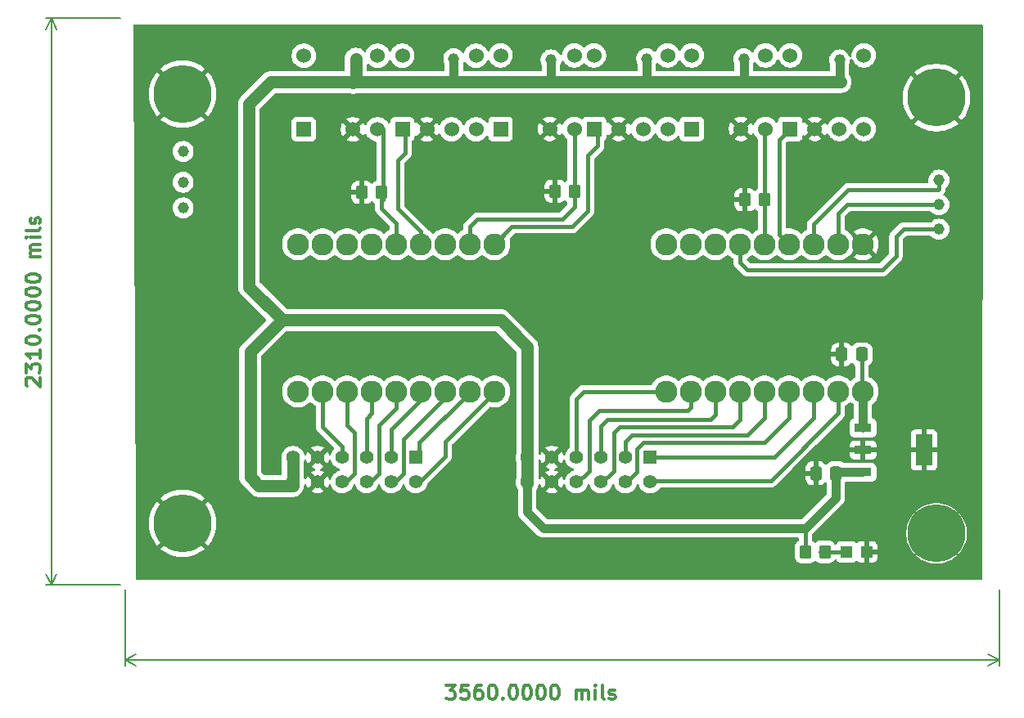
<source format=gbr>
%TF.GenerationSoftware,KiCad,Pcbnew,9.0.0-rc2-32673a0ead~182~ubuntu24.04.1*%
%TF.CreationDate,2025-01-29T18:27:37-05:00*%
%TF.ProjectId,cmod_s7,636d6f64-5f73-4372-9e6b-696361645f70,rev?*%
%TF.SameCoordinates,Original*%
%TF.FileFunction,Copper,L1,Top*%
%TF.FilePolarity,Positive*%
%FSLAX46Y46*%
G04 Gerber Fmt 4.6, Leading zero omitted, Abs format (unit mm)*
G04 Created by KiCad (PCBNEW 9.0.0-rc2-32673a0ead~182~ubuntu24.04.1) date 2025-01-29 18:27:37*
%MOMM*%
%LPD*%
G01*
G04 APERTURE LIST*
G04 Aperture macros list*
%AMRoundRect*
0 Rectangle with rounded corners*
0 $1 Rounding radius*
0 $2 $3 $4 $5 $6 $7 $8 $9 X,Y pos of 4 corners*
0 Add a 4 corners polygon primitive as box body*
4,1,4,$2,$3,$4,$5,$6,$7,$8,$9,$2,$3,0*
0 Add four circle primitives for the rounded corners*
1,1,$1+$1,$2,$3*
1,1,$1+$1,$4,$5*
1,1,$1+$1,$6,$7*
1,1,$1+$1,$8,$9*
0 Add four rect primitives between the rounded corners*
20,1,$1+$1,$2,$3,$4,$5,0*
20,1,$1+$1,$4,$5,$6,$7,0*
20,1,$1+$1,$6,$7,$8,$9,0*
20,1,$1+$1,$8,$9,$2,$3,0*%
G04 Aperture macros list end*
%ADD10C,0.300000*%
%TA.AperFunction,NonConductor*%
%ADD11C,0.300000*%
%TD*%
%TA.AperFunction,NonConductor*%
%ADD12C,0.200000*%
%TD*%
%TA.AperFunction,ComponentPad*%
%ADD13C,1.390000*%
%TD*%
%TA.AperFunction,ComponentPad*%
%ADD14R,1.390000X1.390000*%
%TD*%
%TA.AperFunction,SMDPad,CuDef*%
%ADD15RoundRect,0.250000X-0.350000X-0.450000X0.350000X-0.450000X0.350000X0.450000X-0.350000X0.450000X0*%
%TD*%
%TA.AperFunction,SMDPad,CuDef*%
%ADD16RoundRect,0.250000X0.350000X0.450000X-0.350000X0.450000X-0.350000X-0.450000X0.350000X-0.450000X0*%
%TD*%
%TA.AperFunction,ComponentPad*%
%ADD17R,1.524000X1.524000*%
%TD*%
%TA.AperFunction,ComponentPad*%
%ADD18C,1.524000*%
%TD*%
%TA.AperFunction,SMDPad,CuDef*%
%ADD19RoundRect,0.250000X0.337500X0.475000X-0.337500X0.475000X-0.337500X-0.475000X0.337500X-0.475000X0*%
%TD*%
%TA.AperFunction,SMDPad,CuDef*%
%ADD20R,1.750000X0.950000*%
%TD*%
%TA.AperFunction,SMDPad,CuDef*%
%ADD21R,1.750000X3.250000*%
%TD*%
%TA.AperFunction,SMDPad,CuDef*%
%ADD22R,1.200000X1.200000*%
%TD*%
%TA.AperFunction,ComponentPad*%
%ADD23C,2.286000*%
%TD*%
%TA.AperFunction,ComponentPad*%
%ADD24C,6.000000*%
%TD*%
%TA.AperFunction,HeatsinkPad*%
%ADD25C,6.000000*%
%TD*%
%TA.AperFunction,ViaPad*%
%ADD26C,1.168400*%
%TD*%
%TA.AperFunction,Conductor*%
%ADD27C,0.381000*%
%TD*%
%TA.AperFunction,Conductor*%
%ADD28C,0.889000*%
%TD*%
%TA.AperFunction,Conductor*%
%ADD29C,1.270000*%
%TD*%
%TA.AperFunction,Conductor*%
%ADD30C,0.635000*%
%TD*%
G04 APERTURE END LIST*
D10*
D11*
X116935338Y-97730328D02*
X117863910Y-97730328D01*
X117863910Y-97730328D02*
X117363910Y-98301757D01*
X117363910Y-98301757D02*
X117578195Y-98301757D01*
X117578195Y-98301757D02*
X117721053Y-98373185D01*
X117721053Y-98373185D02*
X117792481Y-98444614D01*
X117792481Y-98444614D02*
X117863910Y-98587471D01*
X117863910Y-98587471D02*
X117863910Y-98944614D01*
X117863910Y-98944614D02*
X117792481Y-99087471D01*
X117792481Y-99087471D02*
X117721053Y-99158900D01*
X117721053Y-99158900D02*
X117578195Y-99230328D01*
X117578195Y-99230328D02*
X117149624Y-99230328D01*
X117149624Y-99230328D02*
X117006767Y-99158900D01*
X117006767Y-99158900D02*
X116935338Y-99087471D01*
X119221052Y-97730328D02*
X118506766Y-97730328D01*
X118506766Y-97730328D02*
X118435338Y-98444614D01*
X118435338Y-98444614D02*
X118506766Y-98373185D01*
X118506766Y-98373185D02*
X118649624Y-98301757D01*
X118649624Y-98301757D02*
X119006766Y-98301757D01*
X119006766Y-98301757D02*
X119149624Y-98373185D01*
X119149624Y-98373185D02*
X119221052Y-98444614D01*
X119221052Y-98444614D02*
X119292481Y-98587471D01*
X119292481Y-98587471D02*
X119292481Y-98944614D01*
X119292481Y-98944614D02*
X119221052Y-99087471D01*
X119221052Y-99087471D02*
X119149624Y-99158900D01*
X119149624Y-99158900D02*
X119006766Y-99230328D01*
X119006766Y-99230328D02*
X118649624Y-99230328D01*
X118649624Y-99230328D02*
X118506766Y-99158900D01*
X118506766Y-99158900D02*
X118435338Y-99087471D01*
X120578195Y-97730328D02*
X120292480Y-97730328D01*
X120292480Y-97730328D02*
X120149623Y-97801757D01*
X120149623Y-97801757D02*
X120078195Y-97873185D01*
X120078195Y-97873185D02*
X119935337Y-98087471D01*
X119935337Y-98087471D02*
X119863909Y-98373185D01*
X119863909Y-98373185D02*
X119863909Y-98944614D01*
X119863909Y-98944614D02*
X119935337Y-99087471D01*
X119935337Y-99087471D02*
X120006766Y-99158900D01*
X120006766Y-99158900D02*
X120149623Y-99230328D01*
X120149623Y-99230328D02*
X120435337Y-99230328D01*
X120435337Y-99230328D02*
X120578195Y-99158900D01*
X120578195Y-99158900D02*
X120649623Y-99087471D01*
X120649623Y-99087471D02*
X120721052Y-98944614D01*
X120721052Y-98944614D02*
X120721052Y-98587471D01*
X120721052Y-98587471D02*
X120649623Y-98444614D01*
X120649623Y-98444614D02*
X120578195Y-98373185D01*
X120578195Y-98373185D02*
X120435337Y-98301757D01*
X120435337Y-98301757D02*
X120149623Y-98301757D01*
X120149623Y-98301757D02*
X120006766Y-98373185D01*
X120006766Y-98373185D02*
X119935337Y-98444614D01*
X119935337Y-98444614D02*
X119863909Y-98587471D01*
X121649623Y-97730328D02*
X121792480Y-97730328D01*
X121792480Y-97730328D02*
X121935337Y-97801757D01*
X121935337Y-97801757D02*
X122006766Y-97873185D01*
X122006766Y-97873185D02*
X122078194Y-98016042D01*
X122078194Y-98016042D02*
X122149623Y-98301757D01*
X122149623Y-98301757D02*
X122149623Y-98658900D01*
X122149623Y-98658900D02*
X122078194Y-98944614D01*
X122078194Y-98944614D02*
X122006766Y-99087471D01*
X122006766Y-99087471D02*
X121935337Y-99158900D01*
X121935337Y-99158900D02*
X121792480Y-99230328D01*
X121792480Y-99230328D02*
X121649623Y-99230328D01*
X121649623Y-99230328D02*
X121506766Y-99158900D01*
X121506766Y-99158900D02*
X121435337Y-99087471D01*
X121435337Y-99087471D02*
X121363908Y-98944614D01*
X121363908Y-98944614D02*
X121292480Y-98658900D01*
X121292480Y-98658900D02*
X121292480Y-98301757D01*
X121292480Y-98301757D02*
X121363908Y-98016042D01*
X121363908Y-98016042D02*
X121435337Y-97873185D01*
X121435337Y-97873185D02*
X121506766Y-97801757D01*
X121506766Y-97801757D02*
X121649623Y-97730328D01*
X122792479Y-99087471D02*
X122863908Y-99158900D01*
X122863908Y-99158900D02*
X122792479Y-99230328D01*
X122792479Y-99230328D02*
X122721051Y-99158900D01*
X122721051Y-99158900D02*
X122792479Y-99087471D01*
X122792479Y-99087471D02*
X122792479Y-99230328D01*
X123792480Y-97730328D02*
X123935337Y-97730328D01*
X123935337Y-97730328D02*
X124078194Y-97801757D01*
X124078194Y-97801757D02*
X124149623Y-97873185D01*
X124149623Y-97873185D02*
X124221051Y-98016042D01*
X124221051Y-98016042D02*
X124292480Y-98301757D01*
X124292480Y-98301757D02*
X124292480Y-98658900D01*
X124292480Y-98658900D02*
X124221051Y-98944614D01*
X124221051Y-98944614D02*
X124149623Y-99087471D01*
X124149623Y-99087471D02*
X124078194Y-99158900D01*
X124078194Y-99158900D02*
X123935337Y-99230328D01*
X123935337Y-99230328D02*
X123792480Y-99230328D01*
X123792480Y-99230328D02*
X123649623Y-99158900D01*
X123649623Y-99158900D02*
X123578194Y-99087471D01*
X123578194Y-99087471D02*
X123506765Y-98944614D01*
X123506765Y-98944614D02*
X123435337Y-98658900D01*
X123435337Y-98658900D02*
X123435337Y-98301757D01*
X123435337Y-98301757D02*
X123506765Y-98016042D01*
X123506765Y-98016042D02*
X123578194Y-97873185D01*
X123578194Y-97873185D02*
X123649623Y-97801757D01*
X123649623Y-97801757D02*
X123792480Y-97730328D01*
X125221051Y-97730328D02*
X125363908Y-97730328D01*
X125363908Y-97730328D02*
X125506765Y-97801757D01*
X125506765Y-97801757D02*
X125578194Y-97873185D01*
X125578194Y-97873185D02*
X125649622Y-98016042D01*
X125649622Y-98016042D02*
X125721051Y-98301757D01*
X125721051Y-98301757D02*
X125721051Y-98658900D01*
X125721051Y-98658900D02*
X125649622Y-98944614D01*
X125649622Y-98944614D02*
X125578194Y-99087471D01*
X125578194Y-99087471D02*
X125506765Y-99158900D01*
X125506765Y-99158900D02*
X125363908Y-99230328D01*
X125363908Y-99230328D02*
X125221051Y-99230328D01*
X125221051Y-99230328D02*
X125078194Y-99158900D01*
X125078194Y-99158900D02*
X125006765Y-99087471D01*
X125006765Y-99087471D02*
X124935336Y-98944614D01*
X124935336Y-98944614D02*
X124863908Y-98658900D01*
X124863908Y-98658900D02*
X124863908Y-98301757D01*
X124863908Y-98301757D02*
X124935336Y-98016042D01*
X124935336Y-98016042D02*
X125006765Y-97873185D01*
X125006765Y-97873185D02*
X125078194Y-97801757D01*
X125078194Y-97801757D02*
X125221051Y-97730328D01*
X126649622Y-97730328D02*
X126792479Y-97730328D01*
X126792479Y-97730328D02*
X126935336Y-97801757D01*
X126935336Y-97801757D02*
X127006765Y-97873185D01*
X127006765Y-97873185D02*
X127078193Y-98016042D01*
X127078193Y-98016042D02*
X127149622Y-98301757D01*
X127149622Y-98301757D02*
X127149622Y-98658900D01*
X127149622Y-98658900D02*
X127078193Y-98944614D01*
X127078193Y-98944614D02*
X127006765Y-99087471D01*
X127006765Y-99087471D02*
X126935336Y-99158900D01*
X126935336Y-99158900D02*
X126792479Y-99230328D01*
X126792479Y-99230328D02*
X126649622Y-99230328D01*
X126649622Y-99230328D02*
X126506765Y-99158900D01*
X126506765Y-99158900D02*
X126435336Y-99087471D01*
X126435336Y-99087471D02*
X126363907Y-98944614D01*
X126363907Y-98944614D02*
X126292479Y-98658900D01*
X126292479Y-98658900D02*
X126292479Y-98301757D01*
X126292479Y-98301757D02*
X126363907Y-98016042D01*
X126363907Y-98016042D02*
X126435336Y-97873185D01*
X126435336Y-97873185D02*
X126506765Y-97801757D01*
X126506765Y-97801757D02*
X126649622Y-97730328D01*
X128078193Y-97730328D02*
X128221050Y-97730328D01*
X128221050Y-97730328D02*
X128363907Y-97801757D01*
X128363907Y-97801757D02*
X128435336Y-97873185D01*
X128435336Y-97873185D02*
X128506764Y-98016042D01*
X128506764Y-98016042D02*
X128578193Y-98301757D01*
X128578193Y-98301757D02*
X128578193Y-98658900D01*
X128578193Y-98658900D02*
X128506764Y-98944614D01*
X128506764Y-98944614D02*
X128435336Y-99087471D01*
X128435336Y-99087471D02*
X128363907Y-99158900D01*
X128363907Y-99158900D02*
X128221050Y-99230328D01*
X128221050Y-99230328D02*
X128078193Y-99230328D01*
X128078193Y-99230328D02*
X127935336Y-99158900D01*
X127935336Y-99158900D02*
X127863907Y-99087471D01*
X127863907Y-99087471D02*
X127792478Y-98944614D01*
X127792478Y-98944614D02*
X127721050Y-98658900D01*
X127721050Y-98658900D02*
X127721050Y-98301757D01*
X127721050Y-98301757D02*
X127792478Y-98016042D01*
X127792478Y-98016042D02*
X127863907Y-97873185D01*
X127863907Y-97873185D02*
X127935336Y-97801757D01*
X127935336Y-97801757D02*
X128078193Y-97730328D01*
X130363906Y-99230328D02*
X130363906Y-98230328D01*
X130363906Y-98373185D02*
X130435335Y-98301757D01*
X130435335Y-98301757D02*
X130578192Y-98230328D01*
X130578192Y-98230328D02*
X130792478Y-98230328D01*
X130792478Y-98230328D02*
X130935335Y-98301757D01*
X130935335Y-98301757D02*
X131006764Y-98444614D01*
X131006764Y-98444614D02*
X131006764Y-99230328D01*
X131006764Y-98444614D02*
X131078192Y-98301757D01*
X131078192Y-98301757D02*
X131221049Y-98230328D01*
X131221049Y-98230328D02*
X131435335Y-98230328D01*
X131435335Y-98230328D02*
X131578192Y-98301757D01*
X131578192Y-98301757D02*
X131649621Y-98444614D01*
X131649621Y-98444614D02*
X131649621Y-99230328D01*
X132363906Y-99230328D02*
X132363906Y-98230328D01*
X132363906Y-97730328D02*
X132292478Y-97801757D01*
X132292478Y-97801757D02*
X132363906Y-97873185D01*
X132363906Y-97873185D02*
X132435335Y-97801757D01*
X132435335Y-97801757D02*
X132363906Y-97730328D01*
X132363906Y-97730328D02*
X132363906Y-97873185D01*
X133292478Y-99230328D02*
X133149621Y-99158900D01*
X133149621Y-99158900D02*
X133078192Y-99016042D01*
X133078192Y-99016042D02*
X133078192Y-97730328D01*
X133792478Y-99158900D02*
X133935335Y-99230328D01*
X133935335Y-99230328D02*
X134221049Y-99230328D01*
X134221049Y-99230328D02*
X134363906Y-99158900D01*
X134363906Y-99158900D02*
X134435335Y-99016042D01*
X134435335Y-99016042D02*
X134435335Y-98944614D01*
X134435335Y-98944614D02*
X134363906Y-98801757D01*
X134363906Y-98801757D02*
X134221049Y-98730328D01*
X134221049Y-98730328D02*
X134006764Y-98730328D01*
X134006764Y-98730328D02*
X133863906Y-98658900D01*
X133863906Y-98658900D02*
X133792478Y-98516042D01*
X133792478Y-98516042D02*
X133792478Y-98444614D01*
X133792478Y-98444614D02*
X133863906Y-98301757D01*
X133863906Y-98301757D02*
X134006764Y-98230328D01*
X134006764Y-98230328D02*
X134221049Y-98230328D01*
X134221049Y-98230328D02*
X134363906Y-98301757D01*
D12*
X83693000Y-87876000D02*
X83693000Y-95709420D01*
X174117000Y-95709420D02*
X174117000Y-87876000D01*
X83693000Y-95123000D02*
X174117000Y-95123000D01*
X83693000Y-95123000D02*
X174117000Y-95123000D01*
X83693000Y-95123000D02*
X84819504Y-94536579D01*
X83693000Y-95123000D02*
X84819504Y-95709421D01*
X174117000Y-95123000D02*
X172990496Y-95709421D01*
X174117000Y-95123000D02*
X172990496Y-94536579D01*
X83693000Y-95123000D02*
X174117000Y-95123000D01*
X83693000Y-95123000D02*
X174117000Y-95123000D01*
X83693000Y-95123000D02*
X84819504Y-94536579D01*
X83693000Y-95123000D02*
X84819504Y-95709421D01*
X174117000Y-95123000D02*
X172990496Y-95709421D01*
X174117000Y-95123000D02*
X172990496Y-94536579D01*
D10*
D11*
X73594185Y-66753283D02*
X73522757Y-66681855D01*
X73522757Y-66681855D02*
X73451328Y-66538998D01*
X73451328Y-66538998D02*
X73451328Y-66181855D01*
X73451328Y-66181855D02*
X73522757Y-66038998D01*
X73522757Y-66038998D02*
X73594185Y-65967569D01*
X73594185Y-65967569D02*
X73737042Y-65896140D01*
X73737042Y-65896140D02*
X73879900Y-65896140D01*
X73879900Y-65896140D02*
X74094185Y-65967569D01*
X74094185Y-65967569D02*
X74951328Y-66824712D01*
X74951328Y-66824712D02*
X74951328Y-65896140D01*
X73451328Y-65396141D02*
X73451328Y-64467569D01*
X73451328Y-64467569D02*
X74022757Y-64967569D01*
X74022757Y-64967569D02*
X74022757Y-64753284D01*
X74022757Y-64753284D02*
X74094185Y-64610427D01*
X74094185Y-64610427D02*
X74165614Y-64538998D01*
X74165614Y-64538998D02*
X74308471Y-64467569D01*
X74308471Y-64467569D02*
X74665614Y-64467569D01*
X74665614Y-64467569D02*
X74808471Y-64538998D01*
X74808471Y-64538998D02*
X74879900Y-64610427D01*
X74879900Y-64610427D02*
X74951328Y-64753284D01*
X74951328Y-64753284D02*
X74951328Y-65181855D01*
X74951328Y-65181855D02*
X74879900Y-65324712D01*
X74879900Y-65324712D02*
X74808471Y-65396141D01*
X74951328Y-63038998D02*
X74951328Y-63896141D01*
X74951328Y-63467570D02*
X73451328Y-63467570D01*
X73451328Y-63467570D02*
X73665614Y-63610427D01*
X73665614Y-63610427D02*
X73808471Y-63753284D01*
X73808471Y-63753284D02*
X73879900Y-63896141D01*
X73451328Y-62110427D02*
X73451328Y-61967570D01*
X73451328Y-61967570D02*
X73522757Y-61824713D01*
X73522757Y-61824713D02*
X73594185Y-61753285D01*
X73594185Y-61753285D02*
X73737042Y-61681856D01*
X73737042Y-61681856D02*
X74022757Y-61610427D01*
X74022757Y-61610427D02*
X74379900Y-61610427D01*
X74379900Y-61610427D02*
X74665614Y-61681856D01*
X74665614Y-61681856D02*
X74808471Y-61753285D01*
X74808471Y-61753285D02*
X74879900Y-61824713D01*
X74879900Y-61824713D02*
X74951328Y-61967570D01*
X74951328Y-61967570D02*
X74951328Y-62110427D01*
X74951328Y-62110427D02*
X74879900Y-62253285D01*
X74879900Y-62253285D02*
X74808471Y-62324713D01*
X74808471Y-62324713D02*
X74665614Y-62396142D01*
X74665614Y-62396142D02*
X74379900Y-62467570D01*
X74379900Y-62467570D02*
X74022757Y-62467570D01*
X74022757Y-62467570D02*
X73737042Y-62396142D01*
X73737042Y-62396142D02*
X73594185Y-62324713D01*
X73594185Y-62324713D02*
X73522757Y-62253285D01*
X73522757Y-62253285D02*
X73451328Y-62110427D01*
X74808471Y-60967571D02*
X74879900Y-60896142D01*
X74879900Y-60896142D02*
X74951328Y-60967571D01*
X74951328Y-60967571D02*
X74879900Y-61038999D01*
X74879900Y-61038999D02*
X74808471Y-60967571D01*
X74808471Y-60967571D02*
X74951328Y-60967571D01*
X73451328Y-59967570D02*
X73451328Y-59824713D01*
X73451328Y-59824713D02*
X73522757Y-59681856D01*
X73522757Y-59681856D02*
X73594185Y-59610428D01*
X73594185Y-59610428D02*
X73737042Y-59538999D01*
X73737042Y-59538999D02*
X74022757Y-59467570D01*
X74022757Y-59467570D02*
X74379900Y-59467570D01*
X74379900Y-59467570D02*
X74665614Y-59538999D01*
X74665614Y-59538999D02*
X74808471Y-59610428D01*
X74808471Y-59610428D02*
X74879900Y-59681856D01*
X74879900Y-59681856D02*
X74951328Y-59824713D01*
X74951328Y-59824713D02*
X74951328Y-59967570D01*
X74951328Y-59967570D02*
X74879900Y-60110428D01*
X74879900Y-60110428D02*
X74808471Y-60181856D01*
X74808471Y-60181856D02*
X74665614Y-60253285D01*
X74665614Y-60253285D02*
X74379900Y-60324713D01*
X74379900Y-60324713D02*
X74022757Y-60324713D01*
X74022757Y-60324713D02*
X73737042Y-60253285D01*
X73737042Y-60253285D02*
X73594185Y-60181856D01*
X73594185Y-60181856D02*
X73522757Y-60110428D01*
X73522757Y-60110428D02*
X73451328Y-59967570D01*
X73451328Y-58538999D02*
X73451328Y-58396142D01*
X73451328Y-58396142D02*
X73522757Y-58253285D01*
X73522757Y-58253285D02*
X73594185Y-58181857D01*
X73594185Y-58181857D02*
X73737042Y-58110428D01*
X73737042Y-58110428D02*
X74022757Y-58038999D01*
X74022757Y-58038999D02*
X74379900Y-58038999D01*
X74379900Y-58038999D02*
X74665614Y-58110428D01*
X74665614Y-58110428D02*
X74808471Y-58181857D01*
X74808471Y-58181857D02*
X74879900Y-58253285D01*
X74879900Y-58253285D02*
X74951328Y-58396142D01*
X74951328Y-58396142D02*
X74951328Y-58538999D01*
X74951328Y-58538999D02*
X74879900Y-58681857D01*
X74879900Y-58681857D02*
X74808471Y-58753285D01*
X74808471Y-58753285D02*
X74665614Y-58824714D01*
X74665614Y-58824714D02*
X74379900Y-58896142D01*
X74379900Y-58896142D02*
X74022757Y-58896142D01*
X74022757Y-58896142D02*
X73737042Y-58824714D01*
X73737042Y-58824714D02*
X73594185Y-58753285D01*
X73594185Y-58753285D02*
X73522757Y-58681857D01*
X73522757Y-58681857D02*
X73451328Y-58538999D01*
X73451328Y-57110428D02*
X73451328Y-56967571D01*
X73451328Y-56967571D02*
X73522757Y-56824714D01*
X73522757Y-56824714D02*
X73594185Y-56753286D01*
X73594185Y-56753286D02*
X73737042Y-56681857D01*
X73737042Y-56681857D02*
X74022757Y-56610428D01*
X74022757Y-56610428D02*
X74379900Y-56610428D01*
X74379900Y-56610428D02*
X74665614Y-56681857D01*
X74665614Y-56681857D02*
X74808471Y-56753286D01*
X74808471Y-56753286D02*
X74879900Y-56824714D01*
X74879900Y-56824714D02*
X74951328Y-56967571D01*
X74951328Y-56967571D02*
X74951328Y-57110428D01*
X74951328Y-57110428D02*
X74879900Y-57253286D01*
X74879900Y-57253286D02*
X74808471Y-57324714D01*
X74808471Y-57324714D02*
X74665614Y-57396143D01*
X74665614Y-57396143D02*
X74379900Y-57467571D01*
X74379900Y-57467571D02*
X74022757Y-57467571D01*
X74022757Y-57467571D02*
X73737042Y-57396143D01*
X73737042Y-57396143D02*
X73594185Y-57324714D01*
X73594185Y-57324714D02*
X73522757Y-57253286D01*
X73522757Y-57253286D02*
X73451328Y-57110428D01*
X73451328Y-55681857D02*
X73451328Y-55539000D01*
X73451328Y-55539000D02*
X73522757Y-55396143D01*
X73522757Y-55396143D02*
X73594185Y-55324715D01*
X73594185Y-55324715D02*
X73737042Y-55253286D01*
X73737042Y-55253286D02*
X74022757Y-55181857D01*
X74022757Y-55181857D02*
X74379900Y-55181857D01*
X74379900Y-55181857D02*
X74665614Y-55253286D01*
X74665614Y-55253286D02*
X74808471Y-55324715D01*
X74808471Y-55324715D02*
X74879900Y-55396143D01*
X74879900Y-55396143D02*
X74951328Y-55539000D01*
X74951328Y-55539000D02*
X74951328Y-55681857D01*
X74951328Y-55681857D02*
X74879900Y-55824715D01*
X74879900Y-55824715D02*
X74808471Y-55896143D01*
X74808471Y-55896143D02*
X74665614Y-55967572D01*
X74665614Y-55967572D02*
X74379900Y-56039000D01*
X74379900Y-56039000D02*
X74022757Y-56039000D01*
X74022757Y-56039000D02*
X73737042Y-55967572D01*
X73737042Y-55967572D02*
X73594185Y-55896143D01*
X73594185Y-55896143D02*
X73522757Y-55824715D01*
X73522757Y-55824715D02*
X73451328Y-55681857D01*
X74951328Y-53396144D02*
X73951328Y-53396144D01*
X74094185Y-53396144D02*
X74022757Y-53324715D01*
X74022757Y-53324715D02*
X73951328Y-53181858D01*
X73951328Y-53181858D02*
X73951328Y-52967572D01*
X73951328Y-52967572D02*
X74022757Y-52824715D01*
X74022757Y-52824715D02*
X74165614Y-52753287D01*
X74165614Y-52753287D02*
X74951328Y-52753287D01*
X74165614Y-52753287D02*
X74022757Y-52681858D01*
X74022757Y-52681858D02*
X73951328Y-52539001D01*
X73951328Y-52539001D02*
X73951328Y-52324715D01*
X73951328Y-52324715D02*
X74022757Y-52181858D01*
X74022757Y-52181858D02*
X74165614Y-52110429D01*
X74165614Y-52110429D02*
X74951328Y-52110429D01*
X74951328Y-51396144D02*
X73951328Y-51396144D01*
X73451328Y-51396144D02*
X73522757Y-51467572D01*
X73522757Y-51467572D02*
X73594185Y-51396144D01*
X73594185Y-51396144D02*
X73522757Y-51324715D01*
X73522757Y-51324715D02*
X73451328Y-51396144D01*
X73451328Y-51396144D02*
X73594185Y-51396144D01*
X74951328Y-50467572D02*
X74879900Y-50610429D01*
X74879900Y-50610429D02*
X74737042Y-50681858D01*
X74737042Y-50681858D02*
X73451328Y-50681858D01*
X74879900Y-49967572D02*
X74951328Y-49824715D01*
X74951328Y-49824715D02*
X74951328Y-49539001D01*
X74951328Y-49539001D02*
X74879900Y-49396144D01*
X74879900Y-49396144D02*
X74737042Y-49324715D01*
X74737042Y-49324715D02*
X74665614Y-49324715D01*
X74665614Y-49324715D02*
X74522757Y-49396144D01*
X74522757Y-49396144D02*
X74451328Y-49539001D01*
X74451328Y-49539001D02*
X74451328Y-49753287D01*
X74451328Y-49753287D02*
X74379900Y-49896144D01*
X74379900Y-49896144D02*
X74237042Y-49967572D01*
X74237042Y-49967572D02*
X74165614Y-49967572D01*
X74165614Y-49967572D02*
X74022757Y-49896144D01*
X74022757Y-49896144D02*
X73951328Y-49753287D01*
X73951328Y-49753287D02*
X73951328Y-49539001D01*
X73951328Y-49539001D02*
X74022757Y-49396144D01*
D12*
X83193000Y-87376000D02*
X75486580Y-87376000D01*
X75486580Y-28702000D02*
X83193000Y-28702000D01*
X76073000Y-87376000D02*
X76073000Y-28702000D01*
X76073000Y-87376000D02*
X76073000Y-28702000D01*
X76073000Y-87376000D02*
X75486579Y-86249496D01*
X76073000Y-87376000D02*
X76659421Y-86249496D01*
X76073000Y-28702000D02*
X76659421Y-29828504D01*
X76073000Y-28702000D02*
X75486579Y-29828504D01*
X76073000Y-87376000D02*
X76073000Y-28702000D01*
X76073000Y-87376000D02*
X76073000Y-28702000D01*
X76073000Y-87376000D02*
X75486579Y-86249496D01*
X76073000Y-87376000D02*
X76659421Y-86249496D01*
X76073000Y-28702000D02*
X76659421Y-29828504D01*
X76073000Y-28702000D02*
X75486579Y-29828504D01*
D13*
%TO.P,J7,12,12*%
%TO.N,+3V3*%
X101092000Y-76708000D03*
%TO.P,J7,11,11*%
%TO.N,GND*%
X103632000Y-76708000D03*
%TO.P,J7,10,10*%
%TO.N,/FPGA/PMOD_A_7*%
X106172000Y-76708000D03*
%TO.P,J7,09,09*%
%TO.N,/FPGA/PMOD_A_6*%
X108712000Y-76708000D03*
%TO.P,J7,08,08*%
%TO.N,/FPGA/PMOD_A_5*%
X111252000Y-76708000D03*
%TO.P,J7,07,07*%
%TO.N,/FPGA/PMOD_A_4*%
X113792000Y-76708000D03*
%TO.P,J7,06,06*%
%TO.N,+3V3*%
X101092000Y-74168000D03*
%TO.P,J7,05,05*%
%TO.N,GND*%
X103632000Y-74168000D03*
%TO.P,J7,04,04*%
%TO.N,/FPGA/PMOD_A_3*%
X106172000Y-74168000D03*
%TO.P,J7,03,03*%
%TO.N,/FPGA/PMOD_A_2*%
X108712000Y-74168000D03*
%TO.P,J7,02,02*%
%TO.N,/FPGA/PMOD_A_1*%
X111252000Y-74168000D03*
D14*
%TO.P,J7,01,01*%
%TO.N,/FPGA/PMOD_A_0*%
X113792000Y-74168000D03*
%TD*%
D15*
%TO.P,R1,1*%
%TO.N,+3V3*%
X154083000Y-83947000D03*
%TO.P,R1,2*%
%TO.N,Net-(D1-Pad2)*%
X156083000Y-83947000D03*
%TD*%
D16*
%TO.P,R4,1*%
%TO.N,/FPGA/Fiber_A_TX*%
X110220000Y-46736000D03*
%TO.P,R4,2*%
%TO.N,GND*%
X108220000Y-46736000D03*
%TD*%
D17*
%TO.P,J1,1,VCCT*%
%TO.N,Net-(J1-VCCT)*%
X122555000Y-40163500D03*
D18*
%TO.P,J1,3,VEET*%
%TO.N,GND*%
X127635000Y-40163500D03*
%TO.P,J1,4,Data_in*%
%TO.N,/FPGA/Fiber_B_TX*%
X130175000Y-40163500D03*
%TO.P,J1,5,HP*%
%TO.N,Net-(J1-HP-Pad5)*%
X130175000Y-32543500D03*
%TO.P,J1,8,HP*%
X122555000Y-32543500D03*
%TD*%
D19*
%TO.P,C7,1*%
%TO.N,+3V3*%
X157247500Y-75819000D03*
%TO.P,C7,2*%
%TO.N,GND*%
X155172500Y-75819000D03*
%TD*%
D20*
%TO.P,U1,1,IN*%
%TO.N,+5VP*%
X160045000Y-71106000D03*
%TO.P,U1,2,GND*%
%TO.N,GND*%
X160045000Y-73406000D03*
%TO.P,U1,3,OUT*%
%TO.N,+3V3*%
X160045000Y-75706000D03*
D21*
%TO.P,U1,4,TAB*%
%TO.N,GND*%
X166345000Y-73406000D03*
%TD*%
D17*
%TO.P,J5,1,VCCT*%
%TO.N,Net-(J5-VCCT)*%
X102209600Y-40197500D03*
D18*
%TO.P,J5,3,VEET*%
%TO.N,GND*%
X107289600Y-40197500D03*
%TO.P,J5,4,Data_in*%
%TO.N,/FPGA/Fiber_A_TX*%
X109829600Y-40197500D03*
%TO.P,J5,5,HP*%
%TO.N,Net-(J5-HP-Pad5)*%
X109829600Y-32577500D03*
%TO.P,J5,8,HP*%
X102209600Y-32577500D03*
%TD*%
D22*
%TO.P,D1,1*%
%TO.N,GND*%
X160451000Y-83947000D03*
%TO.P,D1,2*%
%TO.N,Net-(D1-Pad2)*%
X158351000Y-83947000D03*
%TD*%
D17*
%TO.P,J4,1,Data_Out*%
%TO.N,/FPGA/Fiber_C_RX*%
X152511000Y-40163500D03*
D18*
%TO.P,J4,2,VEER*%
%TO.N,GND*%
X155051000Y-40163500D03*
%TO.P,J4,3,VCCR*%
%TO.N,Net-(J4-VCCR)*%
X157591000Y-40163500D03*
%TO.P,J4,4,NC*%
%TO.N,unconnected-(J4-NC-Pad4)*%
X160131000Y-40163500D03*
%TO.P,J4,5,HP*%
%TO.N,Net-(J4-HP-Pad5)*%
X160131000Y-32543500D03*
%TO.P,J4,8,HP*%
X152511000Y-32543500D03*
%TD*%
D16*
%TO.P,R2,1*%
%TO.N,/FPGA/Fiber_B_TX*%
X130175000Y-46609000D03*
%TO.P,R2,2*%
%TO.N,GND*%
X128175000Y-46609000D03*
%TD*%
D14*
%TO.P,J8,01,01*%
%TO.N,/FPGA/PMOD_B_0*%
X138015500Y-74168000D03*
D13*
%TO.P,J8,02,02*%
%TO.N,/FPGA/PMOD_B_1*%
X135475500Y-74168000D03*
%TO.P,J8,03,03*%
%TO.N,/FPGA/PMOD_B_2*%
X132935500Y-74168000D03*
%TO.P,J8,04,04*%
%TO.N,/FPGA/PMOD_B_3*%
X130395500Y-74168000D03*
%TO.P,J8,05,05*%
%TO.N,GND*%
X127855500Y-74168000D03*
%TO.P,J8,06,06*%
%TO.N,+3V3*%
X125315500Y-74168000D03*
%TO.P,J8,07,07*%
%TO.N,/FPGA/PMOD_B_4*%
X138015500Y-76708000D03*
%TO.P,J8,08,08*%
%TO.N,/FPGA/PMOD_B_5*%
X135475500Y-76708000D03*
%TO.P,J8,09,09*%
%TO.N,/FPGA/PMOD_B_6*%
X132935500Y-76708000D03*
%TO.P,J8,10,10*%
%TO.N,/FPGA/PMOD_B_7*%
X130395500Y-76708000D03*
%TO.P,J8,11,11*%
%TO.N,GND*%
X127855500Y-76708000D03*
%TO.P,J8,12,12*%
%TO.N,+3V3*%
X125315500Y-76708000D03*
%TD*%
D23*
%TO.P,U2,1,PIO1*%
%TO.N,unconnected-(U2-PIO1-Pad1)*%
X101600000Y-67340000D03*
%TO.P,U2,2,PIO2*%
%TO.N,/FPGA/PMOD_A_3*%
X104140000Y-67340000D03*
%TO.P,U2,3,PIO3*%
%TO.N,/FPGA/PMOD_A_7*%
X106680000Y-67340000D03*
%TO.P,U2,4,PIO4*%
%TO.N,/FPGA/PMOD_A_2*%
X109220000Y-67340000D03*
%TO.P,U2,5,PIO5*%
%TO.N,/FPGA/PMOD_A_6*%
X111760000Y-67340000D03*
%TO.P,U2,6,PIO6*%
%TO.N,/FPGA/PMOD_A_1*%
X114300000Y-67340000D03*
%TO.P,U2,7,PIO7*%
%TO.N,/FPGA/PMOD_A_5*%
X116840000Y-67340000D03*
%TO.P,U2,8,PIO8*%
%TO.N,/FPGA/PMOD_A_0*%
X119380000Y-67340000D03*
%TO.P,U2,9,PIO9*%
%TO.N,/FPGA/PMOD_A_4*%
X121920000Y-67340000D03*
%TO.P,U2,16,PIO16*%
%TO.N,/FPGA/PMOD_B_3*%
X139700000Y-67340000D03*
%TO.P,U2,17,PIO17*%
%TO.N,/FPGA/PMOD_B_7*%
X142240000Y-67340000D03*
%TO.P,U2,18,PIO18*%
%TO.N,/FPGA/PMOD_B_2*%
X144780000Y-67340000D03*
%TO.P,U2,19,PIO19*%
%TO.N,/FPGA/PMOD_B_6*%
X147320000Y-67340000D03*
%TO.P,U2,20,PIO20*%
%TO.N,/FPGA/PMOD_B_1*%
X149860000Y-67340000D03*
%TO.P,U2,21,PIO21*%
%TO.N,/FPGA/PMOD_B_5*%
X152400000Y-67340000D03*
%TO.P,U2,22,PIO22*%
%TO.N,/FPGA/PMOD_B_0*%
X154940000Y-67340000D03*
%TO.P,U2,23,PIO23*%
%TO.N,/FPGA/PMOD_B_4*%
X157480000Y-67340000D03*
%TO.P,U2,24,VU*%
%TO.N,+5VP*%
X160020000Y-67340000D03*
%TO.P,U2,25,GND*%
%TO.N,GND*%
X160020000Y-52100000D03*
%TO.P,U2,26,PIO26*%
%TO.N,unconnected-(U2-PIO26-Pad26)*%
X157480000Y-52100000D03*
%TO.P,U2,27,PIO27*%
%TO.N,unconnected-(U2-PIO27-Pad27)*%
X154940000Y-52100000D03*
%TO.P,U2,28,PIO28*%
%TO.N,/FPGA/Fiber_C_RX*%
X152400000Y-52100000D03*
%TO.P,U2,29,PIO29*%
%TO.N,/FPGA/Fiber_C_TX*%
X149860000Y-52100000D03*
%TO.P,U2,30,PIO30*%
%TO.N,unconnected-(U2-PIO30-Pad30)*%
X147320000Y-52100000D03*
%TO.P,U2,31,PIO31*%
%TO.N,unconnected-(U2-PIO31-Pad31)*%
X144780000Y-52100000D03*
%TO.P,U2,32,AIN32*%
%TO.N,unconnected-(U2-AIN32-Pad32)*%
X142240000Y-52100000D03*
%TO.P,U2,33,AIN33*%
%TO.N,unconnected-(U2-AIN33-Pad33)*%
X139700000Y-52100000D03*
%TO.P,U2,40,PIO40*%
%TO.N,/FPGA/Fiber_B_RX*%
X121920000Y-52100000D03*
%TO.P,U2,41,PIO41*%
%TO.N,/FPGA/Fiber_B_TX*%
X119380000Y-52100000D03*
%TO.P,U2,42,PIO42*%
%TO.N,unconnected-(U2-PIO42-Pad42)*%
X116840000Y-52100000D03*
%TO.P,U2,43,PIO43*%
%TO.N,/FPGA/Fiber_A_RX*%
X114300000Y-52100000D03*
%TO.P,U2,44,PIO44*%
%TO.N,/FPGA/Fiber_A_TX*%
X111760000Y-52100000D03*
%TO.P,U2,45,PIO45*%
%TO.N,unconnected-(U2-PIO45-Pad45)*%
X109220000Y-52100000D03*
%TO.P,U2,46,PIO46*%
%TO.N,unconnected-(U2-PIO46-Pad46)*%
X106680000Y-52100000D03*
%TO.P,U2,47,PIO47*%
%TO.N,unconnected-(U2-PIO47-Pad47)*%
X104140000Y-52100000D03*
%TO.P,U2,48,PIO48*%
%TO.N,unconnected-(U2-PIO48-Pad48)*%
X101600000Y-52100000D03*
%TD*%
D17*
%TO.P,J2,1,Data_Out*%
%TO.N,/FPGA/Fiber_B_RX*%
X132223000Y-40163500D03*
D18*
%TO.P,J2,2,VEER*%
%TO.N,GND*%
X134763000Y-40163500D03*
%TO.P,J2,3,VCCR*%
%TO.N,Net-(J2-VCCR)*%
X137303000Y-40163500D03*
%TO.P,J2,4,NC*%
%TO.N,unconnected-(J2-NC-Pad4)*%
X139843000Y-40163500D03*
%TO.P,J2,5,HP*%
%TO.N,Net-(J2-HP-Pad5)*%
X139843000Y-32543500D03*
%TO.P,J2,8,HP*%
X132223000Y-32543500D03*
%TD*%
D17*
%TO.P,J6,1,Data_Out*%
%TO.N,/FPGA/Fiber_A_RX*%
X112395000Y-40197500D03*
D18*
%TO.P,J6,2,VEER*%
%TO.N,GND*%
X114935000Y-40197500D03*
%TO.P,J6,3,VCCR*%
%TO.N,Net-(J6-VCCR)*%
X117475000Y-40197500D03*
%TO.P,J6,4,NC*%
%TO.N,unconnected-(J6-NC-Pad4)*%
X120015000Y-40197500D03*
%TO.P,J6,5,HP*%
%TO.N,Net-(J6-HP-Pad5)*%
X120015000Y-32577500D03*
%TO.P,J6,8,HP*%
X112395000Y-32577500D03*
%TD*%
D17*
%TO.P,J3,1,VCCT*%
%TO.N,Net-(J3-VCCT)*%
X142335000Y-40163500D03*
D18*
%TO.P,J3,3,VEET*%
%TO.N,GND*%
X147415000Y-40163500D03*
%TO.P,J3,4,Data_in*%
%TO.N,/FPGA/Fiber_C_TX*%
X149955000Y-40163500D03*
%TO.P,J3,5,HP*%
%TO.N,Net-(J3-HP-Pad5)*%
X149955000Y-32543500D03*
%TO.P,J3,8,HP*%
X142335000Y-32543500D03*
%TD*%
D19*
%TO.P,C8,1*%
%TO.N,+5VP*%
X159914500Y-63500000D03*
%TO.P,C8,2*%
%TO.N,GND*%
X157839500Y-63500000D03*
%TD*%
D16*
%TO.P,R3,1*%
%TO.N,/FPGA/Fiber_C_TX*%
X149844000Y-47498000D03*
%TO.P,R3,2*%
%TO.N,GND*%
X147844000Y-47498000D03*
%TD*%
D24*
%TO.P,H2,1*%
%TO.N,GND*%
X167640000Y-36927000D03*
%TD*%
%TO.P,H3,1*%
%TO.N,GND*%
X89662002Y-36546000D03*
%TD*%
%TO.P,H1,1*%
%TO.N,GND*%
X89662002Y-80996000D03*
%TD*%
D25*
%TO.P,H4,1*%
%TO.N,GND*%
X167640000Y-82042000D03*
%TD*%
D26*
%TO.N,GND*%
X157226000Y-73533000D03*
X155067000Y-74041000D03*
X162830000Y-83947000D03*
%TO.N,+3V3*%
X147701000Y-32893000D03*
X127762000Y-33020000D03*
X107569000Y-32893000D03*
X137668000Y-32893000D03*
X157607000Y-33020000D03*
X117713000Y-32893000D03*
%TO.N,unconnected-(U2-PIO30-Pad30)*%
X167894000Y-50546000D03*
%TO.N,unconnected-(U2-PIO26-Pad26)*%
X167894000Y-48006000D03*
%TO.N,unconnected-(U2-PIO27-Pad27)*%
X167894000Y-45466000D03*
%TO.N,unconnected-(U2-PIO47-Pad47)*%
X89712800Y-45669200D03*
%TO.N,unconnected-(U2-PIO48-Pad48)*%
X89712800Y-42494200D03*
%TO.N,unconnected-(U2-PIO46-Pad46)*%
X89712800Y-48336200D03*
%TD*%
D27*
%TO.N,/FPGA/PMOD_B_5*%
X135475500Y-76864500D02*
X136652000Y-75688000D01*
X136652000Y-75688000D02*
X136652000Y-73279000D01*
X136652000Y-73279000D02*
X137287000Y-72644000D01*
X137287000Y-72644000D02*
X149860000Y-72644000D01*
X149860000Y-72644000D02*
X152400000Y-70104000D01*
X152400000Y-70104000D02*
X152400000Y-67340000D01*
%TO.N,/FPGA/PMOD_B_4*%
X138015500Y-76864500D02*
X138299000Y-76581000D01*
X138299000Y-76581000D02*
X150495000Y-76581000D01*
X150495000Y-76581000D02*
X157480000Y-69596000D01*
X157480000Y-69596000D02*
X157480000Y-67340000D01*
%TO.N,/FPGA/PMOD_B_7*%
X130395500Y-76864500D02*
X131699000Y-75561000D01*
X131699000Y-75561000D02*
X131699000Y-70358000D01*
X132715000Y-69342000D02*
X141859000Y-69342000D01*
X131699000Y-70358000D02*
X132715000Y-69342000D01*
X141859000Y-69342000D02*
X142240000Y-68961000D01*
X142240000Y-68961000D02*
X142240000Y-67340000D01*
%TO.N,unconnected-(U2-PIO27-Pad27)*%
X154940000Y-52100000D02*
X154940000Y-50038000D01*
X154940000Y-50038000D02*
X158496000Y-46482000D01*
X158496000Y-46482000D02*
X167767000Y-46482000D01*
X167767000Y-46482000D02*
X167894000Y-46355000D01*
X167894000Y-46355000D02*
X167894000Y-45974000D01*
%TO.N,/FPGA/PMOD_A_4*%
X113758500Y-77118500D02*
X116840000Y-74037000D01*
X116840000Y-74037000D02*
X116840000Y-72517000D01*
X116840000Y-72517000D02*
X121920000Y-67437000D01*
X121920000Y-67437000D02*
X121920000Y-67340000D01*
%TO.N,/FPGA/PMOD_A_0*%
X113758500Y-74578500D02*
X114169000Y-74168000D01*
X114169000Y-74168000D02*
X114169000Y-72648000D01*
X114169000Y-72648000D02*
X119380000Y-67437000D01*
X119380000Y-67437000D02*
X119380000Y-67340000D01*
%TO.N,/FPGA/PMOD_A_3*%
X106138500Y-74578500D02*
X106172000Y-74545000D01*
X106172000Y-74545000D02*
X106172000Y-73025000D01*
X106172000Y-73025000D02*
X104140000Y-70993000D01*
X104140000Y-70993000D02*
X104140000Y-67340000D01*
%TO.N,/FPGA/PMOD_A_1*%
X111218500Y-74578500D02*
X111218500Y-71280500D01*
X111218500Y-71280500D02*
X114300000Y-68199000D01*
X114300000Y-68199000D02*
X114300000Y-67340000D01*
%TO.N,/FPGA/PMOD_A_6*%
X108678500Y-77118500D02*
X109982000Y-75815000D01*
X109982000Y-75815000D02*
X109982000Y-70866000D01*
X109982000Y-70866000D02*
X111760000Y-69088000D01*
X111760000Y-69088000D02*
X111760000Y-67340000D01*
%TO.N,/FPGA/PMOD_A_2*%
X108678500Y-74578500D02*
X108678500Y-70137500D01*
X109220000Y-69596000D02*
X109220000Y-67340000D01*
X108678500Y-70137500D02*
X109220000Y-69596000D01*
%TO.N,/FPGA/PMOD_A_5*%
X111218500Y-77118500D02*
X112522000Y-75815000D01*
X112522000Y-75815000D02*
X112522000Y-72263000D01*
X112522000Y-72263000D02*
X116840000Y-67945000D01*
X116840000Y-67945000D02*
X116840000Y-67340000D01*
D28*
%TO.N,+5VP*%
X160045000Y-71106000D02*
X160045000Y-67365000D01*
D27*
X160045000Y-67365000D02*
X160020000Y-67340000D01*
X159914500Y-67234500D02*
X160020000Y-67340000D01*
X159914500Y-63500000D02*
X159914500Y-67234500D01*
%TO.N,GND*%
X155172500Y-75819000D02*
X155172500Y-74146500D01*
X160045000Y-73406000D02*
X157353000Y-73406000D01*
X157353000Y-73406000D02*
X157226000Y-73533000D01*
X155172500Y-74146500D02*
X155067000Y-74041000D01*
X160451000Y-83947000D02*
X162830000Y-83947000D01*
%TO.N,/FPGA/Fiber_B_TX*%
X130175000Y-46609000D02*
X130175000Y-40163500D01*
X119380000Y-50292000D02*
X120142000Y-49530000D01*
X128905000Y-49530000D02*
X130175000Y-48260000D01*
X120142000Y-49530000D02*
X128905000Y-49530000D01*
X130175000Y-48260000D02*
X130175000Y-46609000D01*
X119380000Y-52100000D02*
X119380000Y-50292000D01*
%TO.N,/FPGA/Fiber_A_TX*%
X110379000Y-40229500D02*
X110347000Y-40197500D01*
X111760000Y-52100000D02*
X111760000Y-49911000D01*
X110379000Y-47482000D02*
X110379000Y-40229500D01*
X110220000Y-48371000D02*
X110220000Y-46736000D01*
X111760000Y-49911000D02*
X110220000Y-48371000D01*
%TO.N,/FPGA/Fiber_A_RX*%
X112649000Y-42672000D02*
X112649000Y-40197500D01*
X114300000Y-50800000D02*
X111887000Y-48387000D01*
X111887000Y-43434000D02*
X112649000Y-42672000D01*
X114300000Y-52100000D02*
X114300000Y-50800000D01*
X111887000Y-48387000D02*
X111887000Y-43434000D01*
%TO.N,/FPGA/Fiber_B_RX*%
X131572000Y-48641000D02*
X129921000Y-50292000D01*
X131572000Y-42926000D02*
X131572000Y-48641000D01*
X132604000Y-41894000D02*
X131572000Y-42926000D01*
X123728000Y-50292000D02*
X121920000Y-52100000D01*
X132604000Y-40163500D02*
X132604000Y-41894000D01*
X129921000Y-50292000D02*
X123728000Y-50292000D01*
D29*
%TO.N,+3V3*%
X97565500Y-77118500D02*
X101058500Y-77118500D01*
X125315500Y-74324500D02*
X125315500Y-62704500D01*
X127762000Y-35306000D02*
X137668000Y-35306000D01*
D28*
X157607000Y-33020000D02*
X157607000Y-35179000D01*
D29*
X137668000Y-35306000D02*
X147701000Y-35306000D01*
D28*
X157360500Y-75706000D02*
X157247500Y-75819000D01*
D29*
X101058500Y-77118500D02*
X101058500Y-74578500D01*
D27*
X157607000Y-35179000D02*
X157734000Y-35306000D01*
D28*
X157247500Y-78337500D02*
X154051000Y-81534000D01*
D30*
X117713000Y-35195000D02*
X117602000Y-35306000D01*
D29*
X117602000Y-35306000D02*
X127762000Y-35306000D01*
D27*
X154083000Y-81566000D02*
X154051000Y-81534000D01*
D29*
X96647000Y-63246000D02*
X99949000Y-59944000D01*
D28*
X154051000Y-81534000D02*
X127000000Y-81534000D01*
X125315500Y-79849500D02*
X125315500Y-76864500D01*
D29*
X98806000Y-35306000D02*
X117602000Y-35306000D01*
D28*
X127000000Y-81534000D02*
X125315500Y-79849500D01*
D27*
X154083000Y-83947000D02*
X154083000Y-81566000D01*
D29*
X96647000Y-63246000D02*
X96647000Y-76200000D01*
X98806000Y-35306000D02*
X96520000Y-37592000D01*
X125315500Y-62704500D02*
X122555000Y-59944000D01*
D28*
X117713000Y-32893000D02*
X117713000Y-35195000D01*
X147701000Y-33020000D02*
X147701000Y-35306000D01*
X127762000Y-33020000D02*
X127762000Y-35306000D01*
X160045000Y-75706000D02*
X157360500Y-75706000D01*
D29*
X96520000Y-37592000D02*
X96520000Y-56515000D01*
X96520000Y-56515000D02*
X99949000Y-59944000D01*
X147701000Y-35306000D02*
X157734000Y-35306000D01*
X125315500Y-76864500D02*
X125315500Y-74324500D01*
X107569000Y-32893000D02*
X107569000Y-35052000D01*
D28*
X137668000Y-32893000D02*
X137668000Y-35306000D01*
D29*
X107569000Y-35052000D02*
X107233500Y-35387500D01*
D28*
X157247500Y-75819000D02*
X157247500Y-78337500D01*
D29*
X96647000Y-76200000D02*
X97565500Y-77118500D01*
X122555000Y-59944000D02*
X99949000Y-59944000D01*
D27*
%TO.N,/FPGA/Fiber_C_TX*%
X149844000Y-47498000D02*
X149844000Y-40401500D01*
X149844000Y-40401500D02*
X150082000Y-40163500D01*
X149860000Y-47514000D02*
X149844000Y-47498000D01*
X149860000Y-52100000D02*
X149860000Y-47514000D01*
%TO.N,/FPGA/Fiber_C_RX*%
X152400000Y-52100000D02*
X151384000Y-51084000D01*
X151384000Y-51084000D02*
X151384000Y-41290500D01*
X151384000Y-41290500D02*
X152511000Y-40163500D01*
%TO.N,/FPGA/PMOD_B_3*%
X130395500Y-74324500D02*
X130395500Y-68105500D01*
X130395500Y-68105500D02*
X131161000Y-67340000D01*
X131161000Y-67340000D02*
X139700000Y-67340000D01*
%TO.N,/FPGA/PMOD_B_1*%
X136144000Y-71882000D02*
X148082000Y-71882000D01*
X135475500Y-74324500D02*
X135475500Y-72550500D01*
X149860000Y-70104000D02*
X149860000Y-67340000D01*
X135475500Y-72550500D02*
X136144000Y-71882000D01*
X148082000Y-71882000D02*
X149860000Y-70104000D01*
%TO.N,unconnected-(U2-PIO30-Pad30)*%
X163449000Y-53340000D02*
X163449000Y-51308000D01*
X162052000Y-54737000D02*
X163449000Y-53340000D01*
X163449000Y-51308000D02*
X164211000Y-50546000D01*
X164211000Y-50546000D02*
X167894000Y-50546000D01*
X148082000Y-54737000D02*
X162052000Y-54737000D01*
X147320000Y-52100000D02*
X147320000Y-53975000D01*
X147320000Y-53975000D02*
X148082000Y-54737000D01*
%TO.N,unconnected-(U2-PIO26-Pad26)*%
X157480000Y-52100000D02*
X157480000Y-48895000D01*
X158369000Y-48006000D02*
X167894000Y-48006000D01*
X157480000Y-48895000D02*
X158369000Y-48006000D01*
%TO.N,/FPGA/PMOD_B_0*%
X138206200Y-74133800D02*
X150910200Y-74133800D01*
X150910200Y-74133800D02*
X154940000Y-70104000D01*
X138015500Y-74324500D02*
X138206200Y-74133800D01*
X154940000Y-70104000D02*
X154940000Y-67340000D01*
%TO.N,/FPGA/PMOD_B_6*%
X134239000Y-71628000D02*
X134874000Y-70993000D01*
X132935500Y-76864500D02*
X134239000Y-75561000D01*
X134239000Y-75561000D02*
X134239000Y-71628000D01*
X147320000Y-70231000D02*
X147320000Y-67340000D01*
X134874000Y-70993000D02*
X146558000Y-70993000D01*
X146558000Y-70993000D02*
X147320000Y-70231000D01*
%TO.N,/FPGA/PMOD_B_2*%
X132935500Y-74324500D02*
X132935500Y-70899500D01*
X144272000Y-70231000D02*
X144780000Y-69723000D01*
X144780000Y-69723000D02*
X144780000Y-67340000D01*
X132935500Y-70899500D02*
X133604000Y-70231000D01*
X133604000Y-70231000D02*
X144272000Y-70231000D01*
%TO.N,/FPGA/PMOD_A_7*%
X107442000Y-71628000D02*
X106680000Y-70866000D01*
X106680000Y-70866000D02*
X106680000Y-67340000D01*
X107442000Y-75815000D02*
X107442000Y-71628000D01*
X106138500Y-77118500D02*
X107442000Y-75815000D01*
%TO.N,Net-(D1-Pad2)*%
X155575000Y-83947000D02*
X158351000Y-83947000D01*
%TO.N,unconnected-(U2-PIO46-Pad46)*%
X106680000Y-52100000D02*
X106680000Y-51181000D01*
%TD*%
%TA.AperFunction,Conductor*%
%TO.N,GND*%
G36*
X103147437Y-74368712D02*
G01*
X103215896Y-74487287D01*
X103312713Y-74584104D01*
X103431288Y-74652563D01*
X103486259Y-74667292D01*
X102981248Y-75172302D01*
X102981249Y-75172303D01*
X103005680Y-75190053D01*
X103173281Y-75275451D01*
X103310600Y-75320069D01*
X103368276Y-75359506D01*
X103395474Y-75423865D01*
X103383559Y-75492711D01*
X103336315Y-75544187D01*
X103310600Y-75555931D01*
X103173281Y-75600548D01*
X103005681Y-75685945D01*
X102981249Y-75703696D01*
X102981248Y-75703696D01*
X103486260Y-76208707D01*
X103431288Y-76223437D01*
X103312713Y-76291896D01*
X103215896Y-76388713D01*
X103147437Y-76507288D01*
X103132707Y-76562260D01*
X102627696Y-76057248D01*
X102627696Y-76057249D01*
X102609945Y-76081681D01*
X102524549Y-76249280D01*
X102480193Y-76385792D01*
X102462392Y-76411824D01*
X102446107Y-76438830D01*
X102442821Y-76440445D01*
X102440755Y-76443467D01*
X102411709Y-76455741D01*
X102383406Y-76469657D01*
X102379768Y-76469239D01*
X102376396Y-76470665D01*
X102345320Y-76465286D01*
X102313992Y-76461692D01*
X102311157Y-76459374D01*
X102307550Y-76458750D01*
X102284311Y-76437422D01*
X102259903Y-76417463D01*
X102257714Y-76413011D01*
X102256074Y-76411506D01*
X102244331Y-76385790D01*
X102200069Y-76249562D01*
X102194000Y-76211245D01*
X102194000Y-74664752D01*
X102194369Y-74662421D01*
X102194051Y-74661211D01*
X102200068Y-74626438D01*
X102244332Y-74490206D01*
X102283768Y-74432533D01*
X102348127Y-74405334D01*
X102416973Y-74417248D01*
X102468449Y-74464492D01*
X102480193Y-74490207D01*
X102524549Y-74626719D01*
X102609942Y-74794312D01*
X102627696Y-74818749D01*
X103132707Y-74313738D01*
X103147437Y-74368712D01*
G37*
%TD.AperFunction*%
%TA.AperFunction,Conductor*%
G36*
X127370937Y-74368712D02*
G01*
X127439396Y-74487287D01*
X127536213Y-74584104D01*
X127654788Y-74652563D01*
X127709759Y-74667292D01*
X127204748Y-75172302D01*
X127204749Y-75172303D01*
X127229180Y-75190053D01*
X127396781Y-75275451D01*
X127534100Y-75320069D01*
X127591776Y-75359506D01*
X127618974Y-75423865D01*
X127607059Y-75492711D01*
X127559815Y-75544187D01*
X127534100Y-75555931D01*
X127396781Y-75600548D01*
X127229181Y-75685945D01*
X127204749Y-75703696D01*
X127204748Y-75703696D01*
X127709760Y-76208707D01*
X127654788Y-76223437D01*
X127536213Y-76291896D01*
X127439396Y-76388713D01*
X127370937Y-76507288D01*
X127356207Y-76562260D01*
X126851196Y-76057248D01*
X126851196Y-76057249D01*
X126833445Y-76081681D01*
X126748049Y-76249280D01*
X126703693Y-76385792D01*
X126685889Y-76411827D01*
X126669606Y-76438830D01*
X126666321Y-76440444D01*
X126664255Y-76443467D01*
X126635202Y-76455744D01*
X126606905Y-76469657D01*
X126603268Y-76469239D01*
X126599896Y-76470665D01*
X126568812Y-76465285D01*
X126537491Y-76461691D01*
X126534657Y-76459374D01*
X126531050Y-76458750D01*
X126507809Y-76437420D01*
X126483402Y-76417462D01*
X126481213Y-76413010D01*
X126479574Y-76411506D01*
X126467832Y-76385795D01*
X126457067Y-76352662D01*
X126451000Y-76314349D01*
X126451000Y-74561650D01*
X126451368Y-74559320D01*
X126451051Y-74558111D01*
X126457068Y-74523334D01*
X126457647Y-74521553D01*
X126467831Y-74490207D01*
X126507267Y-74432534D01*
X126571625Y-74405335D01*
X126640471Y-74417248D01*
X126691948Y-74464491D01*
X126703693Y-74490207D01*
X126748049Y-74626719D01*
X126833442Y-74794312D01*
X126851196Y-74818749D01*
X127356207Y-74313738D01*
X127370937Y-74368712D01*
G37*
%TD.AperFunction*%
%TA.AperFunction,Conductor*%
G36*
X104636302Y-74818749D02*
G01*
X104636303Y-74818749D01*
X104654055Y-74794316D01*
X104739451Y-74626718D01*
X104783806Y-74490208D01*
X104823243Y-74432533D01*
X104887602Y-74405334D01*
X104956448Y-74417248D01*
X105007924Y-74464492D01*
X105019668Y-74490208D01*
X105064084Y-74626910D01*
X105064085Y-74626913D01*
X105145757Y-74787202D01*
X105149516Y-74794579D01*
X105260123Y-74946816D01*
X105393184Y-75079877D01*
X105545421Y-75190484D01*
X105627656Y-75232384D01*
X105713086Y-75275914D01*
X105713089Y-75275915D01*
X105848982Y-75320069D01*
X105906657Y-75359506D01*
X105933856Y-75423865D01*
X105921942Y-75492711D01*
X105874698Y-75544187D01*
X105848982Y-75555931D01*
X105713089Y-75600084D01*
X105713086Y-75600085D01*
X105545420Y-75685516D01*
X105484662Y-75729660D01*
X105393184Y-75796123D01*
X105393182Y-75796125D01*
X105393181Y-75796125D01*
X105260125Y-75929181D01*
X105260125Y-75929182D01*
X105260123Y-75929184D01*
X105229165Y-75971794D01*
X105149516Y-76081420D01*
X105064085Y-76249086D01*
X105064084Y-76249089D01*
X105019668Y-76385791D01*
X104980231Y-76443466D01*
X104915872Y-76470665D01*
X104847026Y-76458750D01*
X104795550Y-76411506D01*
X104783806Y-76385791D01*
X104739451Y-76249281D01*
X104654053Y-76081680D01*
X104636303Y-76057249D01*
X104636302Y-76057248D01*
X104131292Y-76562259D01*
X104116563Y-76507288D01*
X104048104Y-76388713D01*
X103951287Y-76291896D01*
X103832712Y-76223437D01*
X103777739Y-76208707D01*
X104282749Y-75703696D01*
X104258312Y-75685942D01*
X104090718Y-75600548D01*
X103953399Y-75555931D01*
X103895724Y-75516494D01*
X103868525Y-75452135D01*
X103880439Y-75383289D01*
X103927684Y-75331813D01*
X103953399Y-75320069D01*
X104090718Y-75275451D01*
X104258316Y-75190055D01*
X104282749Y-75172303D01*
X104282749Y-75172302D01*
X103777740Y-74667292D01*
X103832712Y-74652563D01*
X103951287Y-74584104D01*
X104048104Y-74487287D01*
X104116563Y-74368712D01*
X104131292Y-74313739D01*
X104636302Y-74818749D01*
G37*
%TD.AperFunction*%
%TA.AperFunction,Conductor*%
G36*
X128859802Y-74818749D02*
G01*
X128859803Y-74818749D01*
X128877555Y-74794316D01*
X128962951Y-74626718D01*
X129007306Y-74490208D01*
X129046743Y-74432533D01*
X129111102Y-74405334D01*
X129179948Y-74417248D01*
X129231424Y-74464492D01*
X129243168Y-74490208D01*
X129287584Y-74626910D01*
X129287585Y-74626913D01*
X129369257Y-74787202D01*
X129373016Y-74794579D01*
X129483623Y-74946816D01*
X129616684Y-75079877D01*
X129768921Y-75190484D01*
X129851156Y-75232384D01*
X129936586Y-75275914D01*
X129936589Y-75275915D01*
X130072482Y-75320069D01*
X130130157Y-75359506D01*
X130157356Y-75423865D01*
X130145442Y-75492711D01*
X130098198Y-75544187D01*
X130072482Y-75555931D01*
X129936589Y-75600084D01*
X129936586Y-75600085D01*
X129768920Y-75685516D01*
X129708162Y-75729660D01*
X129616684Y-75796123D01*
X129616682Y-75796125D01*
X129616681Y-75796125D01*
X129483625Y-75929181D01*
X129483625Y-75929182D01*
X129483623Y-75929184D01*
X129452665Y-75971794D01*
X129373016Y-76081420D01*
X129287585Y-76249086D01*
X129287584Y-76249089D01*
X129243168Y-76385791D01*
X129203731Y-76443466D01*
X129139372Y-76470665D01*
X129070526Y-76458750D01*
X129019050Y-76411506D01*
X129007306Y-76385791D01*
X128962951Y-76249281D01*
X128877553Y-76081680D01*
X128859803Y-76057249D01*
X128859802Y-76057248D01*
X128354792Y-76562259D01*
X128340063Y-76507288D01*
X128271604Y-76388713D01*
X128174787Y-76291896D01*
X128056212Y-76223437D01*
X128001239Y-76208707D01*
X128506249Y-75703696D01*
X128481812Y-75685942D01*
X128314218Y-75600548D01*
X128176899Y-75555931D01*
X128119224Y-75516494D01*
X128092025Y-75452135D01*
X128103939Y-75383289D01*
X128151184Y-75331813D01*
X128176899Y-75320069D01*
X128314218Y-75275451D01*
X128481816Y-75190055D01*
X128506249Y-75172303D01*
X128506249Y-75172302D01*
X128001240Y-74667292D01*
X128056212Y-74652563D01*
X128174787Y-74584104D01*
X128271604Y-74487287D01*
X128340063Y-74368712D01*
X128354792Y-74313739D01*
X128859802Y-74818749D01*
G37*
%TD.AperFunction*%
%TA.AperFunction,Conductor*%
G36*
X172413161Y-29356685D02*
G01*
X172458916Y-29409489D01*
X172470122Y-29461287D01*
X172337505Y-86751787D01*
X172317665Y-86818781D01*
X172264755Y-86864413D01*
X172213505Y-86875500D01*
X84963004Y-86875500D01*
X84895965Y-86855815D01*
X84850210Y-86803011D01*
X84839005Y-86752077D01*
X84831236Y-85081812D01*
X84811432Y-80824059D01*
X86162002Y-80824059D01*
X86162002Y-81167940D01*
X86195707Y-81510165D01*
X86195710Y-81510182D01*
X86262793Y-81847437D01*
X86262794Y-81847443D01*
X86362625Y-82176540D01*
X86494221Y-82494241D01*
X86494228Y-82494255D01*
X86656324Y-82797518D01*
X86656335Y-82797536D01*
X86847379Y-83083453D01*
X86847389Y-83083467D01*
X87015787Y-83288659D01*
X87015788Y-83288660D01*
X88367750Y-81936698D01*
X88441590Y-82038330D01*
X88619672Y-82216412D01*
X88721302Y-82290251D01*
X87369340Y-83642212D01*
X87369341Y-83642213D01*
X87574535Y-83810612D01*
X87574548Y-83810622D01*
X87860465Y-84001666D01*
X87860483Y-84001677D01*
X88163746Y-84163773D01*
X88163760Y-84163780D01*
X88481461Y-84295376D01*
X88810558Y-84395207D01*
X88810564Y-84395208D01*
X89147819Y-84462291D01*
X89147836Y-84462294D01*
X89490061Y-84496000D01*
X89833943Y-84496000D01*
X90176167Y-84462294D01*
X90176184Y-84462291D01*
X90513439Y-84395208D01*
X90513445Y-84395207D01*
X90842542Y-84295376D01*
X91160243Y-84163780D01*
X91160257Y-84163773D01*
X91463520Y-84001677D01*
X91463538Y-84001666D01*
X91749455Y-83810622D01*
X91749468Y-83810612D01*
X91954661Y-83642213D01*
X91954661Y-83642212D01*
X90602700Y-82290251D01*
X90704332Y-82216412D01*
X90882414Y-82038330D01*
X90956253Y-81936698D01*
X92308214Y-83288659D01*
X92308215Y-83288659D01*
X92476614Y-83083466D01*
X92476624Y-83083453D01*
X92667668Y-82797536D01*
X92667679Y-82797518D01*
X92829775Y-82494255D01*
X92829782Y-82494241D01*
X92961378Y-82176540D01*
X93061209Y-81847443D01*
X93061210Y-81847437D01*
X93128293Y-81510182D01*
X93128296Y-81510165D01*
X93162002Y-81167940D01*
X93162002Y-80824059D01*
X93128296Y-80481834D01*
X93128293Y-80481817D01*
X93061210Y-80144562D01*
X93061209Y-80144556D01*
X92961378Y-79815459D01*
X92829782Y-79497758D01*
X92829775Y-79497744D01*
X92667679Y-79194481D01*
X92667668Y-79194463D01*
X92476624Y-78908546D01*
X92476614Y-78908533D01*
X92308215Y-78703339D01*
X92308214Y-78703338D01*
X90956252Y-80055300D01*
X90882414Y-79953670D01*
X90704332Y-79775588D01*
X90602699Y-79701747D01*
X91954662Y-78349786D01*
X91954661Y-78349785D01*
X91749469Y-78181387D01*
X91749455Y-78181377D01*
X91463538Y-77990333D01*
X91463520Y-77990322D01*
X91160257Y-77828226D01*
X91160243Y-77828219D01*
X90842542Y-77696623D01*
X90513445Y-77596792D01*
X90513439Y-77596791D01*
X90176184Y-77529708D01*
X90176167Y-77529705D01*
X89833943Y-77496000D01*
X89490061Y-77496000D01*
X89147836Y-77529705D01*
X89147819Y-77529708D01*
X88810564Y-77596791D01*
X88810558Y-77596792D01*
X88481461Y-77696623D01*
X88163760Y-77828219D01*
X88163746Y-77828226D01*
X87860483Y-77990322D01*
X87860465Y-77990333D01*
X87574548Y-78181377D01*
X87574534Y-78181387D01*
X87369340Y-78349786D01*
X88721303Y-79701748D01*
X88619672Y-79775588D01*
X88441590Y-79953670D01*
X88367750Y-80055301D01*
X87015788Y-78703338D01*
X86847389Y-78908532D01*
X86847379Y-78908546D01*
X86656335Y-79194463D01*
X86656324Y-79194481D01*
X86494228Y-79497744D01*
X86494221Y-79497758D01*
X86362625Y-79815459D01*
X86262794Y-80144556D01*
X86262793Y-80144562D01*
X86195710Y-80481817D01*
X86195707Y-80481834D01*
X86162002Y-80824059D01*
X84811432Y-80824059D01*
X84659929Y-48250832D01*
X88628100Y-48250832D01*
X88628100Y-48421568D01*
X88632080Y-48446695D01*
X88654809Y-48590202D01*
X88654809Y-48590205D01*
X88707567Y-48752577D01*
X88707569Y-48752580D01*
X88785081Y-48904707D01*
X88885437Y-49042835D01*
X89006165Y-49163563D01*
X89144293Y-49263919D01*
X89296420Y-49341431D01*
X89296422Y-49341432D01*
X89458795Y-49394190D01*
X89458796Y-49394190D01*
X89458799Y-49394191D01*
X89627432Y-49420900D01*
X89627433Y-49420900D01*
X89798167Y-49420900D01*
X89798168Y-49420900D01*
X89966801Y-49394191D01*
X89966804Y-49394190D01*
X89966805Y-49394190D01*
X90129177Y-49341432D01*
X90129177Y-49341431D01*
X90129180Y-49341431D01*
X90281307Y-49263919D01*
X90419435Y-49163563D01*
X90540163Y-49042835D01*
X90640519Y-48904707D01*
X90718031Y-48752580D01*
X90732172Y-48709059D01*
X90770790Y-48590205D01*
X90770790Y-48590204D01*
X90770791Y-48590201D01*
X90797500Y-48421568D01*
X90797500Y-48250832D01*
X90770791Y-48082199D01*
X90770790Y-48082195D01*
X90770790Y-48082194D01*
X90718032Y-47919822D01*
X90718030Y-47919819D01*
X90699375Y-47883205D01*
X90640519Y-47767693D01*
X90540163Y-47629565D01*
X90419435Y-47508837D01*
X90281307Y-47408481D01*
X90129180Y-47330969D01*
X90129177Y-47330967D01*
X89966804Y-47278209D01*
X89840326Y-47258177D01*
X89798168Y-47251500D01*
X89627432Y-47251500D01*
X89571221Y-47260403D01*
X89458797Y-47278209D01*
X89458794Y-47278209D01*
X89296422Y-47330967D01*
X89296419Y-47330969D01*
X89144292Y-47408481D01*
X89104361Y-47437493D01*
X89006165Y-47508837D01*
X89006163Y-47508839D01*
X89006162Y-47508839D01*
X88885439Y-47629562D01*
X88885439Y-47629563D01*
X88885437Y-47629565D01*
X88858617Y-47666480D01*
X88785081Y-47767692D01*
X88707569Y-47919819D01*
X88707567Y-47919822D01*
X88654809Y-48082194D01*
X88654809Y-48082197D01*
X88651879Y-48100697D01*
X88628100Y-48250832D01*
X84659929Y-48250832D01*
X84647524Y-45583832D01*
X88628100Y-45583832D01*
X88628100Y-45754567D01*
X88654809Y-45923202D01*
X88654809Y-45923205D01*
X88707567Y-46085577D01*
X88707569Y-46085580D01*
X88785081Y-46237707D01*
X88885437Y-46375835D01*
X89006165Y-46496563D01*
X89144293Y-46596919D01*
X89296420Y-46674431D01*
X89296422Y-46674432D01*
X89458795Y-46727190D01*
X89458796Y-46727190D01*
X89458799Y-46727191D01*
X89627432Y-46753900D01*
X89627433Y-46753900D01*
X89798167Y-46753900D01*
X89798168Y-46753900D01*
X89966801Y-46727191D01*
X89966804Y-46727190D01*
X89966805Y-46727190D01*
X90129177Y-46674432D01*
X90129177Y-46674431D01*
X90129180Y-46674431D01*
X90281307Y-46596919D01*
X90419435Y-46496563D01*
X90540163Y-46375835D01*
X90640519Y-46237707D01*
X90718031Y-46085580D01*
X90756599Y-45966880D01*
X90770790Y-45923205D01*
X90770790Y-45923204D01*
X90770791Y-45923201D01*
X90797500Y-45754568D01*
X90797500Y-45583832D01*
X90770791Y-45415199D01*
X90770790Y-45415195D01*
X90770790Y-45415194D01*
X90718032Y-45252822D01*
X90718030Y-45252819D01*
X90697232Y-45211999D01*
X90640519Y-45100693D01*
X90540163Y-44962565D01*
X90419435Y-44841837D01*
X90281307Y-44741481D01*
X90129180Y-44663969D01*
X90129177Y-44663967D01*
X89966804Y-44611209D01*
X89840326Y-44591177D01*
X89798168Y-44584500D01*
X89627432Y-44584500D01*
X89571221Y-44593403D01*
X89458797Y-44611209D01*
X89458794Y-44611209D01*
X89296422Y-44663967D01*
X89296419Y-44663969D01*
X89144292Y-44741481D01*
X89065485Y-44798738D01*
X89006165Y-44841837D01*
X89006163Y-44841839D01*
X89006162Y-44841839D01*
X88885439Y-44962562D01*
X88885439Y-44962563D01*
X88885437Y-44962565D01*
X88842338Y-45021885D01*
X88785081Y-45100692D01*
X88707569Y-45252819D01*
X88707567Y-45252822D01*
X88654809Y-45415194D01*
X88654809Y-45415197D01*
X88628100Y-45583832D01*
X84647524Y-45583832D01*
X84632757Y-42408832D01*
X88628100Y-42408832D01*
X88628100Y-42579568D01*
X88641454Y-42663884D01*
X88654809Y-42748202D01*
X88654809Y-42748205D01*
X88707567Y-42910577D01*
X88707569Y-42910580D01*
X88785081Y-43062707D01*
X88885437Y-43200835D01*
X89006165Y-43321563D01*
X89144293Y-43421919D01*
X89296420Y-43499431D01*
X89296422Y-43499432D01*
X89458795Y-43552190D01*
X89458796Y-43552190D01*
X89458799Y-43552191D01*
X89627432Y-43578900D01*
X89627433Y-43578900D01*
X89798167Y-43578900D01*
X89798168Y-43578900D01*
X89966801Y-43552191D01*
X89966804Y-43552190D01*
X89966805Y-43552190D01*
X90129177Y-43499432D01*
X90129177Y-43499431D01*
X90129180Y-43499431D01*
X90281307Y-43421919D01*
X90419435Y-43321563D01*
X90540163Y-43200835D01*
X90640519Y-43062707D01*
X90718031Y-42910580D01*
X90730059Y-42873561D01*
X90770790Y-42748205D01*
X90770790Y-42748204D01*
X90770791Y-42748201D01*
X90797500Y-42579568D01*
X90797500Y-42408832D01*
X90770791Y-42240199D01*
X90770790Y-42240195D01*
X90770790Y-42240194D01*
X90718032Y-42077822D01*
X90718030Y-42077819D01*
X90717388Y-42076558D01*
X90640519Y-41925693D01*
X90540163Y-41787565D01*
X90419435Y-41666837D01*
X90281307Y-41566481D01*
X90129180Y-41488969D01*
X90129177Y-41488967D01*
X89966804Y-41436209D01*
X89840326Y-41416177D01*
X89798168Y-41409500D01*
X89627432Y-41409500D01*
X89571221Y-41418403D01*
X89458797Y-41436209D01*
X89458794Y-41436209D01*
X89296422Y-41488967D01*
X89296419Y-41488969D01*
X89144292Y-41566481D01*
X89065876Y-41623454D01*
X89006165Y-41666837D01*
X89006163Y-41666839D01*
X89006162Y-41666839D01*
X88885439Y-41787562D01*
X88885439Y-41787563D01*
X88885437Y-41787565D01*
X88842338Y-41846885D01*
X88785081Y-41925692D01*
X88707569Y-42077819D01*
X88707567Y-42077822D01*
X88654809Y-42240194D01*
X88654809Y-42240197D01*
X88639875Y-42334486D01*
X88628100Y-42408832D01*
X84632757Y-42408832D01*
X84604688Y-36374059D01*
X86162002Y-36374059D01*
X86162002Y-36717940D01*
X86195707Y-37060165D01*
X86195710Y-37060182D01*
X86262793Y-37397437D01*
X86262794Y-37397443D01*
X86362625Y-37726540D01*
X86494221Y-38044241D01*
X86494228Y-38044255D01*
X86656324Y-38347518D01*
X86656335Y-38347536D01*
X86847379Y-38633453D01*
X86847389Y-38633467D01*
X87015787Y-38838659D01*
X87015788Y-38838660D01*
X88367750Y-37486698D01*
X88441590Y-37588330D01*
X88619672Y-37766412D01*
X88721302Y-37840251D01*
X87369340Y-39192212D01*
X87369341Y-39192213D01*
X87574535Y-39360612D01*
X87574548Y-39360622D01*
X87860465Y-39551666D01*
X87860483Y-39551677D01*
X88163746Y-39713773D01*
X88163760Y-39713780D01*
X88481461Y-39845376D01*
X88810558Y-39945207D01*
X88810564Y-39945208D01*
X89147819Y-40012291D01*
X89147836Y-40012294D01*
X89490061Y-40046000D01*
X89833943Y-40046000D01*
X90176167Y-40012294D01*
X90176184Y-40012291D01*
X90513439Y-39945208D01*
X90513445Y-39945207D01*
X90842542Y-39845376D01*
X91160243Y-39713780D01*
X91160257Y-39713773D01*
X91463520Y-39551677D01*
X91463538Y-39551666D01*
X91749455Y-39360622D01*
X91749468Y-39360612D01*
X91954661Y-39192213D01*
X91954661Y-39192212D01*
X90602700Y-37840251D01*
X90704332Y-37766412D01*
X90882414Y-37588330D01*
X90956253Y-37486698D01*
X92308214Y-38838659D01*
X92308215Y-38838659D01*
X92476614Y-38633466D01*
X92476624Y-38633453D01*
X92667668Y-38347536D01*
X92667679Y-38347518D01*
X92829775Y-38044255D01*
X92829782Y-38044241D01*
X92961378Y-37726540D01*
X93029301Y-37502629D01*
X95384500Y-37502629D01*
X95384500Y-56604370D01*
X95412458Y-56780893D01*
X95454146Y-56909194D01*
X95467688Y-56950875D01*
X95467691Y-56950881D01*
X95548833Y-57110132D01*
X95653890Y-57254729D01*
X95653891Y-57254730D01*
X98255479Y-59856319D01*
X98288964Y-59917642D01*
X98283980Y-59987334D01*
X98255479Y-60031681D01*
X95907272Y-62379889D01*
X95780891Y-62506269D01*
X95780890Y-62506270D01*
X95675833Y-62650867D01*
X95594243Y-62810997D01*
X95593184Y-62814754D01*
X95539458Y-62980105D01*
X95539458Y-62980106D01*
X95514073Y-63140379D01*
X95514074Y-63140380D01*
X95511500Y-63156633D01*
X95511500Y-76289370D01*
X95536418Y-76446697D01*
X95539459Y-76465897D01*
X95563065Y-76538546D01*
X95567771Y-76553029D01*
X95567771Y-76553030D01*
X95594689Y-76635878D01*
X95594691Y-76635881D01*
X95675833Y-76795132D01*
X95758062Y-76908310D01*
X95765597Y-76918680D01*
X95780889Y-76939728D01*
X96825771Y-77984611D01*
X96970368Y-78089667D01*
X97045608Y-78128003D01*
X97129614Y-78170807D01*
X97129616Y-78170807D01*
X97129619Y-78170809D01*
X97299603Y-78226041D01*
X97397675Y-78241573D01*
X97476130Y-78254000D01*
X97476134Y-78254000D01*
X101147865Y-78254000D01*
X101147866Y-78254000D01*
X101324397Y-78226040D01*
X101324400Y-78226039D01*
X101324401Y-78226039D01*
X101494378Y-78170810D01*
X101494378Y-78170809D01*
X101494381Y-78170809D01*
X101653632Y-78089667D01*
X101798228Y-77984611D01*
X101924611Y-77858228D01*
X102029667Y-77713632D01*
X102110809Y-77554381D01*
X102129893Y-77495647D01*
X102166039Y-77384401D01*
X102166039Y-77384400D01*
X102166040Y-77384397D01*
X102194000Y-77207866D01*
X102194000Y-77204752D01*
X102194369Y-77202421D01*
X102194051Y-77201211D01*
X102200068Y-77166438D01*
X102244332Y-77030206D01*
X102283768Y-76972533D01*
X102348127Y-76945334D01*
X102416973Y-76957248D01*
X102468449Y-77004492D01*
X102480193Y-77030207D01*
X102524549Y-77166719D01*
X102609942Y-77334312D01*
X102627696Y-77358749D01*
X103132707Y-76853738D01*
X103147437Y-76908712D01*
X103215896Y-77027287D01*
X103312713Y-77124104D01*
X103431288Y-77192563D01*
X103486259Y-77207292D01*
X102981248Y-77712302D01*
X102981249Y-77712303D01*
X103005680Y-77730053D01*
X103173281Y-77815451D01*
X103352166Y-77873574D01*
X103537952Y-77903000D01*
X103726048Y-77903000D01*
X103911831Y-77873574D01*
X103911834Y-77873574D01*
X104090718Y-77815451D01*
X104258316Y-77730055D01*
X104282749Y-77712303D01*
X104282749Y-77712302D01*
X103777740Y-77207292D01*
X103832712Y-77192563D01*
X103951287Y-77124104D01*
X104048104Y-77027287D01*
X104116563Y-76908712D01*
X104131292Y-76853739D01*
X104636302Y-77358749D01*
X104636303Y-77358749D01*
X104654055Y-77334316D01*
X104739451Y-77166718D01*
X104783806Y-77030208D01*
X104823243Y-76972533D01*
X104887602Y-76945334D01*
X104956448Y-76957248D01*
X105007924Y-77004492D01*
X105019668Y-77030208D01*
X105064084Y-77166910D01*
X105064085Y-77166913D01*
X105117630Y-77272000D01*
X105149516Y-77334579D01*
X105260123Y-77486816D01*
X105393184Y-77619877D01*
X105545421Y-77730484D01*
X105627656Y-77772384D01*
X105713086Y-77815914D01*
X105713089Y-77815915D01*
X105802570Y-77844988D01*
X105892053Y-77874063D01*
X105978132Y-77887696D01*
X106077907Y-77903500D01*
X106077912Y-77903500D01*
X106266093Y-77903500D01*
X106356193Y-77889228D01*
X106451947Y-77874063D01*
X106630913Y-77815914D01*
X106798579Y-77730484D01*
X106950816Y-77619877D01*
X107083877Y-77486816D01*
X107194484Y-77334579D01*
X107279914Y-77166913D01*
X107323260Y-77033506D01*
X107324069Y-77031017D01*
X107363506Y-76973342D01*
X107427865Y-76946143D01*
X107496711Y-76958057D01*
X107548187Y-77005301D01*
X107559931Y-77031017D01*
X107604084Y-77166910D01*
X107604085Y-77166913D01*
X107657630Y-77272000D01*
X107689516Y-77334579D01*
X107800123Y-77486816D01*
X107933184Y-77619877D01*
X108085421Y-77730484D01*
X108167656Y-77772384D01*
X108253086Y-77815914D01*
X108253089Y-77815915D01*
X108342570Y-77844988D01*
X108432053Y-77874063D01*
X108518132Y-77887696D01*
X108617907Y-77903500D01*
X108617912Y-77903500D01*
X108806093Y-77903500D01*
X108896193Y-77889228D01*
X108991947Y-77874063D01*
X109170913Y-77815914D01*
X109338579Y-77730484D01*
X109490816Y-77619877D01*
X109623877Y-77486816D01*
X109734484Y-77334579D01*
X109819914Y-77166913D01*
X109863260Y-77033506D01*
X109864069Y-77031017D01*
X109903506Y-76973342D01*
X109967865Y-76946143D01*
X110036711Y-76958057D01*
X110088187Y-77005301D01*
X110099931Y-77031017D01*
X110144084Y-77166910D01*
X110144085Y-77166913D01*
X110197630Y-77272000D01*
X110229516Y-77334579D01*
X110340123Y-77486816D01*
X110473184Y-77619877D01*
X110625421Y-77730484D01*
X110707656Y-77772384D01*
X110793086Y-77815914D01*
X110793089Y-77815915D01*
X110882570Y-77844988D01*
X110972053Y-77874063D01*
X111058132Y-77887696D01*
X111157907Y-77903500D01*
X111157912Y-77903500D01*
X111346093Y-77903500D01*
X111436193Y-77889228D01*
X111531947Y-77874063D01*
X111710913Y-77815914D01*
X111878579Y-77730484D01*
X112030816Y-77619877D01*
X112163877Y-77486816D01*
X112274484Y-77334579D01*
X112359914Y-77166913D01*
X112403260Y-77033506D01*
X112404069Y-77031017D01*
X112443506Y-76973342D01*
X112507865Y-76946143D01*
X112576711Y-76958057D01*
X112628187Y-77005301D01*
X112639931Y-77031017D01*
X112684084Y-77166910D01*
X112684085Y-77166913D01*
X112737630Y-77272000D01*
X112769516Y-77334579D01*
X112880123Y-77486816D01*
X113013184Y-77619877D01*
X113165421Y-77730484D01*
X113247656Y-77772384D01*
X113333086Y-77815914D01*
X113333089Y-77815915D01*
X113422570Y-77844988D01*
X113512053Y-77874063D01*
X113598132Y-77887696D01*
X113697907Y-77903500D01*
X113697912Y-77903500D01*
X113886093Y-77903500D01*
X113976193Y-77889228D01*
X114071947Y-77874063D01*
X114250913Y-77815914D01*
X114418579Y-77730484D01*
X114570816Y-77619877D01*
X114703877Y-77486816D01*
X114814484Y-77334579D01*
X114899914Y-77166913D01*
X114958063Y-76987947D01*
X114969034Y-76918675D01*
X114998961Y-76855545D01*
X115003807Y-76850413D01*
X117376735Y-74477487D01*
X117452356Y-74364311D01*
X117504445Y-74238557D01*
X117511745Y-74201857D01*
X117531000Y-74105058D01*
X117531000Y-72854583D01*
X117550685Y-72787544D01*
X117567319Y-72766902D01*
X119437305Y-70896916D01*
X121372763Y-68961457D01*
X121434084Y-68927974D01*
X121498758Y-68931208D01*
X121535146Y-68943032D01*
X121627789Y-68957705D01*
X121790649Y-68983500D01*
X121790654Y-68983500D01*
X122049351Y-68983500D01*
X122191294Y-68961017D01*
X122304854Y-68943032D01*
X122550885Y-68863091D01*
X122781382Y-68745647D01*
X122990668Y-68593592D01*
X123173592Y-68410668D01*
X123325647Y-68201382D01*
X123443091Y-67970885D01*
X123523032Y-67724854D01*
X123541017Y-67611294D01*
X123563500Y-67469351D01*
X123563500Y-67210648D01*
X123523032Y-66955149D01*
X123523032Y-66955146D01*
X123443091Y-66709115D01*
X123325647Y-66478618D01*
X123173592Y-66269332D01*
X122990668Y-66086408D01*
X122781382Y-65934353D01*
X122550885Y-65816909D01*
X122304854Y-65736968D01*
X122304852Y-65736967D01*
X122304850Y-65736967D01*
X122049351Y-65696500D01*
X122049346Y-65696500D01*
X121790654Y-65696500D01*
X121790649Y-65696500D01*
X121535149Y-65736967D01*
X121289112Y-65816910D01*
X121058617Y-65934353D01*
X120849333Y-66086407D01*
X120737681Y-66198059D01*
X120676358Y-66231543D01*
X120606666Y-66226559D01*
X120562319Y-66198059D01*
X120450668Y-66086408D01*
X120241382Y-65934353D01*
X120010885Y-65816909D01*
X119764854Y-65736968D01*
X119764852Y-65736967D01*
X119764850Y-65736967D01*
X119509351Y-65696500D01*
X119509346Y-65696500D01*
X119250654Y-65696500D01*
X119250649Y-65696500D01*
X118995149Y-65736967D01*
X118749112Y-65816910D01*
X118518617Y-65934353D01*
X118309333Y-66086407D01*
X118197681Y-66198059D01*
X118136358Y-66231543D01*
X118066666Y-66226559D01*
X118022319Y-66198059D01*
X117910668Y-66086408D01*
X117701382Y-65934353D01*
X117470885Y-65816909D01*
X117224854Y-65736968D01*
X117224852Y-65736967D01*
X117224850Y-65736967D01*
X116969351Y-65696500D01*
X116969346Y-65696500D01*
X116710654Y-65696500D01*
X116710649Y-65696500D01*
X116455149Y-65736967D01*
X116209112Y-65816910D01*
X115978617Y-65934353D01*
X115769333Y-66086407D01*
X115657681Y-66198059D01*
X115596358Y-66231543D01*
X115526666Y-66226559D01*
X115482319Y-66198059D01*
X115370668Y-66086408D01*
X115161382Y-65934353D01*
X114930885Y-65816909D01*
X114684854Y-65736968D01*
X114684852Y-65736967D01*
X114684850Y-65736967D01*
X114429351Y-65696500D01*
X114429346Y-65696500D01*
X114170654Y-65696500D01*
X114170649Y-65696500D01*
X113915149Y-65736967D01*
X113669112Y-65816910D01*
X113438617Y-65934353D01*
X113229333Y-66086407D01*
X113117681Y-66198059D01*
X113056358Y-66231543D01*
X112986666Y-66226559D01*
X112942319Y-66198059D01*
X112830668Y-66086408D01*
X112621382Y-65934353D01*
X112390885Y-65816909D01*
X112144854Y-65736968D01*
X112144852Y-65736967D01*
X112144850Y-65736967D01*
X111889351Y-65696500D01*
X111889346Y-65696500D01*
X111630654Y-65696500D01*
X111630649Y-65696500D01*
X111375149Y-65736967D01*
X111129112Y-65816910D01*
X110898617Y-65934353D01*
X110689333Y-66086407D01*
X110577681Y-66198059D01*
X110516358Y-66231543D01*
X110446666Y-66226559D01*
X110402319Y-66198059D01*
X110290668Y-66086408D01*
X110081382Y-65934353D01*
X109850885Y-65816909D01*
X109604854Y-65736968D01*
X109604852Y-65736967D01*
X109604850Y-65736967D01*
X109349351Y-65696500D01*
X109349346Y-65696500D01*
X109090654Y-65696500D01*
X109090649Y-65696500D01*
X108835149Y-65736967D01*
X108589112Y-65816910D01*
X108358617Y-65934353D01*
X108149333Y-66086407D01*
X108037681Y-66198059D01*
X107976358Y-66231543D01*
X107906666Y-66226559D01*
X107862319Y-66198059D01*
X107750668Y-66086408D01*
X107541382Y-65934353D01*
X107310885Y-65816909D01*
X107064854Y-65736968D01*
X107064852Y-65736967D01*
X107064850Y-65736967D01*
X106809351Y-65696500D01*
X106809346Y-65696500D01*
X106550654Y-65696500D01*
X106550649Y-65696500D01*
X106295149Y-65736967D01*
X106049112Y-65816910D01*
X105818617Y-65934353D01*
X105609333Y-66086407D01*
X105497681Y-66198059D01*
X105436358Y-66231543D01*
X105366666Y-66226559D01*
X105322319Y-66198059D01*
X105210668Y-66086408D01*
X105001382Y-65934353D01*
X104770885Y-65816909D01*
X104524854Y-65736968D01*
X104524852Y-65736967D01*
X104524850Y-65736967D01*
X104269351Y-65696500D01*
X104269346Y-65696500D01*
X104010654Y-65696500D01*
X104010649Y-65696500D01*
X103755149Y-65736967D01*
X103509112Y-65816910D01*
X103278617Y-65934353D01*
X103069333Y-66086407D01*
X102957681Y-66198059D01*
X102896358Y-66231543D01*
X102826666Y-66226559D01*
X102782319Y-66198059D01*
X102670668Y-66086408D01*
X102461382Y-65934353D01*
X102230885Y-65816909D01*
X101984854Y-65736968D01*
X101984852Y-65736967D01*
X101984850Y-65736967D01*
X101729351Y-65696500D01*
X101729346Y-65696500D01*
X101470654Y-65696500D01*
X101470649Y-65696500D01*
X101215149Y-65736967D01*
X100969112Y-65816910D01*
X100738617Y-65934353D01*
X100529329Y-66086410D01*
X100346410Y-66269329D01*
X100194353Y-66478617D01*
X100076910Y-66709112D01*
X99996967Y-66955149D01*
X99956500Y-67210648D01*
X99956500Y-67469351D01*
X99996967Y-67724850D01*
X99996968Y-67724854D01*
X100076909Y-67970885D01*
X100194353Y-68201382D01*
X100346408Y-68410668D01*
X100529332Y-68593592D01*
X100738618Y-68745647D01*
X100969115Y-68863091D01*
X101215146Y-68943032D01*
X101307789Y-68957705D01*
X101470649Y-68983500D01*
X101470654Y-68983500D01*
X101729351Y-68983500D01*
X101871294Y-68961017D01*
X101984854Y-68943032D01*
X102230885Y-68863091D01*
X102461382Y-68745647D01*
X102670668Y-68593592D01*
X102782319Y-68481941D01*
X102843642Y-68448456D01*
X102913334Y-68453440D01*
X102957681Y-68481941D01*
X103069332Y-68593592D01*
X103278618Y-68745647D01*
X103381295Y-68797962D01*
X103432090Y-68845936D01*
X103449000Y-68908447D01*
X103449000Y-71061058D01*
X103449000Y-71061060D01*
X103448999Y-71061060D01*
X103474153Y-71187508D01*
X103475554Y-71194552D01*
X103475557Y-71194562D01*
X103527642Y-71320309D01*
X103527644Y-71320312D01*
X103603263Y-71433485D01*
X103603269Y-71433492D01*
X105321861Y-73152083D01*
X105355346Y-73213406D01*
X105350362Y-73283098D01*
X105321862Y-73327445D01*
X105260122Y-73389185D01*
X105149516Y-73541420D01*
X105064085Y-73709086D01*
X105064084Y-73709089D01*
X105019668Y-73845791D01*
X104980231Y-73903466D01*
X104915872Y-73930665D01*
X104847026Y-73918750D01*
X104795550Y-73871506D01*
X104783806Y-73845791D01*
X104739451Y-73709281D01*
X104654053Y-73541680D01*
X104636303Y-73517249D01*
X104636302Y-73517248D01*
X104131292Y-74022259D01*
X104116563Y-73967288D01*
X104048104Y-73848713D01*
X103951287Y-73751896D01*
X103832712Y-73683437D01*
X103777739Y-73668707D01*
X104282749Y-73163696D01*
X104258312Y-73145942D01*
X104090718Y-73060548D01*
X103911833Y-73002425D01*
X103726048Y-72973000D01*
X103537952Y-72973000D01*
X103352168Y-73002425D01*
X103352165Y-73002425D01*
X103173281Y-73060548D01*
X103005681Y-73145945D01*
X102981249Y-73163696D01*
X102981248Y-73163696D01*
X103486260Y-73668707D01*
X103431288Y-73683437D01*
X103312713Y-73751896D01*
X103215896Y-73848713D01*
X103147437Y-73967288D01*
X103132707Y-74022260D01*
X102627696Y-73517248D01*
X102627696Y-73517249D01*
X102609945Y-73541681D01*
X102524549Y-73709280D01*
X102480193Y-73845792D01*
X102440755Y-73903467D01*
X102376396Y-73930665D01*
X102307550Y-73918750D01*
X102256074Y-73871506D01*
X102244331Y-73845790D01*
X102199916Y-73709092D01*
X102199914Y-73709086D01*
X102114616Y-73541681D01*
X102114484Y-73541421D01*
X102003877Y-73389184D01*
X101870816Y-73256123D01*
X101718579Y-73145516D01*
X101700093Y-73136097D01*
X101550913Y-73060085D01*
X101550910Y-73060084D01*
X101371948Y-73001937D01*
X101186093Y-72972500D01*
X101186088Y-72972500D01*
X100997912Y-72972500D01*
X100997907Y-72972500D01*
X100812051Y-73001937D01*
X100633089Y-73060084D01*
X100633086Y-73060085D01*
X100465420Y-73145516D01*
X100440398Y-73163696D01*
X100313184Y-73256123D01*
X100313182Y-73256125D01*
X100313181Y-73256125D01*
X100180125Y-73389181D01*
X100180125Y-73389182D01*
X100180123Y-73389184D01*
X100143228Y-73439966D01*
X100069516Y-73541420D01*
X99984085Y-73709086D01*
X99984084Y-73709089D01*
X99925937Y-73888051D01*
X99896500Y-74073906D01*
X99896500Y-74262093D01*
X99924657Y-74439869D01*
X99924658Y-74478662D01*
X99923000Y-74489132D01*
X99923000Y-75859000D01*
X99903315Y-75926039D01*
X99850511Y-75971794D01*
X99799000Y-75983000D01*
X98087202Y-75983000D01*
X98020163Y-75963315D01*
X97999521Y-75946681D01*
X97818819Y-75765979D01*
X97785334Y-75704656D01*
X97782500Y-75678298D01*
X97782500Y-63767701D01*
X97802185Y-63700662D01*
X97818819Y-63680020D01*
X100383021Y-61115819D01*
X100444344Y-61082334D01*
X100470702Y-61079500D01*
X122033299Y-61079500D01*
X122100338Y-61099185D01*
X122120980Y-61115819D01*
X124143681Y-63138520D01*
X124177166Y-63199843D01*
X124180000Y-63226201D01*
X124180000Y-73774349D01*
X124173931Y-73812667D01*
X124149437Y-73888051D01*
X124120000Y-74073906D01*
X124120000Y-74262093D01*
X124149436Y-74447947D01*
X124173931Y-74523332D01*
X124180000Y-74561650D01*
X124180000Y-76314349D01*
X124173931Y-76352667D01*
X124149437Y-76428051D01*
X124120000Y-76613906D01*
X124120000Y-76802093D01*
X124149437Y-76987948D01*
X124207584Y-77166909D01*
X124236934Y-77224513D01*
X124244378Y-77242485D01*
X124263191Y-77300382D01*
X124306001Y-77384401D01*
X124344333Y-77459632D01*
X124346814Y-77463047D01*
X124370297Y-77528851D01*
X124370500Y-77535937D01*
X124370500Y-79942578D01*
X124406814Y-80125138D01*
X124406816Y-80125146D01*
X124478052Y-80297127D01*
X124581467Y-80451898D01*
X124581473Y-80451906D01*
X126397594Y-82268026D01*
X126397598Y-82268029D01*
X126552368Y-82371444D01*
X126552374Y-82371447D01*
X126552375Y-82371448D01*
X126724354Y-82442684D01*
X126905815Y-82478779D01*
X126906921Y-82478999D01*
X126906924Y-82479000D01*
X126906926Y-82479000D01*
X127093075Y-82479000D01*
X153268000Y-82479000D01*
X153276685Y-82481550D01*
X153285647Y-82480262D01*
X153309687Y-82491240D01*
X153335039Y-82498685D01*
X153340966Y-82505525D01*
X153349203Y-82509287D01*
X153363492Y-82531521D01*
X153380794Y-82551489D01*
X153383081Y-82562003D01*
X153386977Y-82568065D01*
X153392000Y-82603000D01*
X153392000Y-82756341D01*
X153372315Y-82823380D01*
X153333098Y-82861879D01*
X153264344Y-82904287D01*
X153140289Y-83028342D01*
X153048187Y-83177663D01*
X153048185Y-83177668D01*
X153027656Y-83239620D01*
X152993001Y-83344203D01*
X152993001Y-83344204D01*
X152993000Y-83344204D01*
X152982500Y-83446983D01*
X152982500Y-84447001D01*
X152982501Y-84447019D01*
X152993000Y-84549796D01*
X152993001Y-84549799D01*
X153046205Y-84710357D01*
X153048186Y-84716334D01*
X153140288Y-84865656D01*
X153264344Y-84989712D01*
X153413666Y-85081814D01*
X153580203Y-85136999D01*
X153682991Y-85147500D01*
X154483008Y-85147499D01*
X154483016Y-85147498D01*
X154483019Y-85147498D01*
X154539302Y-85141748D01*
X154585797Y-85136999D01*
X154752334Y-85081814D01*
X154901656Y-84989712D01*
X154995319Y-84896049D01*
X155056642Y-84862564D01*
X155126334Y-84867548D01*
X155170681Y-84896049D01*
X155264344Y-84989712D01*
X155413666Y-85081814D01*
X155580203Y-85136999D01*
X155682991Y-85147500D01*
X156483008Y-85147499D01*
X156483016Y-85147498D01*
X156483019Y-85147498D01*
X156539302Y-85141748D01*
X156585797Y-85136999D01*
X156752334Y-85081814D01*
X156901656Y-84989712D01*
X157025712Y-84865656D01*
X157085759Y-84768302D01*
X157137704Y-84721580D01*
X157206666Y-84710357D01*
X157270749Y-84738200D01*
X157301865Y-84782139D01*
X157302953Y-84781546D01*
X157307206Y-84789335D01*
X157393452Y-84904544D01*
X157393455Y-84904547D01*
X157508664Y-84990793D01*
X157508671Y-84990797D01*
X157643517Y-85041091D01*
X157643516Y-85041091D01*
X157650444Y-85041835D01*
X157703127Y-85047500D01*
X158998872Y-85047499D01*
X159058483Y-85041091D01*
X159193331Y-84990796D01*
X159308546Y-84904546D01*
X159308548Y-84904542D01*
X159313676Y-84899416D01*
X159374999Y-84865931D01*
X159444691Y-84870915D01*
X159489038Y-84899416D01*
X159493812Y-84904190D01*
X159608906Y-84990350D01*
X159608913Y-84990354D01*
X159743620Y-85040596D01*
X159743627Y-85040598D01*
X159803155Y-85046999D01*
X159803172Y-85047000D01*
X160201000Y-85047000D01*
X160701000Y-85047000D01*
X161098828Y-85047000D01*
X161098844Y-85046999D01*
X161158372Y-85040598D01*
X161158379Y-85040596D01*
X161293086Y-84990354D01*
X161293093Y-84990350D01*
X161408187Y-84904190D01*
X161408190Y-84904187D01*
X161494350Y-84789093D01*
X161494354Y-84789086D01*
X161544596Y-84654379D01*
X161544598Y-84654372D01*
X161550999Y-84594844D01*
X161551000Y-84594827D01*
X161551000Y-84197000D01*
X160701000Y-84197000D01*
X160701000Y-85047000D01*
X160201000Y-85047000D01*
X160201000Y-83697000D01*
X160701000Y-83697000D01*
X161551000Y-83697000D01*
X161551000Y-83299172D01*
X161550999Y-83299155D01*
X161544598Y-83239627D01*
X161544596Y-83239620D01*
X161494354Y-83104913D01*
X161494350Y-83104906D01*
X161408190Y-82989812D01*
X161408187Y-82989809D01*
X161293093Y-82903649D01*
X161293086Y-82903645D01*
X161158379Y-82853403D01*
X161158372Y-82853401D01*
X161098844Y-82847000D01*
X160701000Y-82847000D01*
X160701000Y-83697000D01*
X160201000Y-83697000D01*
X160201000Y-82847000D01*
X159803155Y-82847000D01*
X159743627Y-82853401D01*
X159743620Y-82853403D01*
X159608913Y-82903645D01*
X159608906Y-82903649D01*
X159493812Y-82989809D01*
X159489038Y-82994584D01*
X159427715Y-83028069D01*
X159358023Y-83023085D01*
X159313676Y-82994584D01*
X159308544Y-82989452D01*
X159193335Y-82903206D01*
X159193328Y-82903202D01*
X159058482Y-82852908D01*
X159058483Y-82852908D01*
X158998883Y-82846501D01*
X158998881Y-82846500D01*
X158998873Y-82846500D01*
X158998864Y-82846500D01*
X157703129Y-82846500D01*
X157703123Y-82846501D01*
X157643516Y-82852908D01*
X157508671Y-82903202D01*
X157508664Y-82903206D01*
X157393455Y-82989452D01*
X157393452Y-82989455D01*
X157307206Y-83104664D01*
X157302953Y-83112454D01*
X157301638Y-83111736D01*
X157265597Y-83159872D01*
X157200131Y-83184283D01*
X157131859Y-83169425D01*
X157085758Y-83125695D01*
X157025712Y-83028344D01*
X156901656Y-82904288D01*
X156773999Y-82825549D01*
X156752336Y-82812187D01*
X156752331Y-82812185D01*
X156745526Y-82809930D01*
X156585797Y-82757001D01*
X156585795Y-82757000D01*
X156483010Y-82746500D01*
X155682998Y-82746500D01*
X155682980Y-82746501D01*
X155580203Y-82757000D01*
X155580200Y-82757001D01*
X155413668Y-82812185D01*
X155413663Y-82812187D01*
X155264342Y-82904289D01*
X155170681Y-82997951D01*
X155167788Y-82999530D01*
X155166062Y-83002339D01*
X155137331Y-83016161D01*
X155109358Y-83031436D01*
X155106070Y-83031200D01*
X155103100Y-83032630D01*
X155071462Y-83028725D01*
X155039666Y-83026452D01*
X155036051Y-83024356D01*
X155033757Y-83024073D01*
X155023252Y-83016934D01*
X155003689Y-83005590D01*
X154999336Y-83001968D01*
X154901656Y-82904288D01*
X154825436Y-82857275D01*
X154818689Y-82851661D01*
X154803908Y-82829642D01*
X154786178Y-82809930D01*
X154783876Y-82799803D01*
X154779746Y-82793650D01*
X154779481Y-82780464D01*
X154774000Y-82756341D01*
X154774000Y-82198793D01*
X154793685Y-82131754D01*
X154810319Y-82111112D01*
X155055045Y-81866386D01*
X164513000Y-81866386D01*
X164513000Y-82217613D01*
X164552322Y-82566604D01*
X164552324Y-82566620D01*
X164630476Y-82909028D01*
X164630480Y-82909040D01*
X164746474Y-83240530D01*
X164746480Y-83240544D01*
X164898862Y-83556969D01*
X165085722Y-83854354D01*
X165304702Y-84128948D01*
X165339074Y-84163320D01*
X166418946Y-83083447D01*
X166419588Y-83084330D01*
X166597670Y-83262412D01*
X166598551Y-83263052D01*
X165518679Y-84342924D01*
X165553056Y-84377301D01*
X165827645Y-84596277D01*
X166125030Y-84783137D01*
X166441455Y-84935519D01*
X166441469Y-84935525D01*
X166772959Y-85051519D01*
X166772971Y-85051523D01*
X167115379Y-85129675D01*
X167115395Y-85129677D01*
X167464386Y-85168999D01*
X167464388Y-85169000D01*
X167815612Y-85169000D01*
X167815613Y-85168999D01*
X168164604Y-85129677D01*
X168164620Y-85129675D01*
X168507028Y-85051523D01*
X168507040Y-85051519D01*
X168838530Y-84935525D01*
X168838544Y-84935519D01*
X169154969Y-84783137D01*
X169452354Y-84596277D01*
X169726948Y-84377297D01*
X169761320Y-84342924D01*
X168681448Y-83263052D01*
X168682330Y-83262412D01*
X168860412Y-83084330D01*
X168861052Y-83083448D01*
X169940924Y-84163320D01*
X169940925Y-84163320D01*
X169975297Y-84128948D01*
X170194277Y-83854354D01*
X170381137Y-83556969D01*
X170533519Y-83240544D01*
X170533525Y-83240530D01*
X170649519Y-82909040D01*
X170649523Y-82909028D01*
X170727675Y-82566620D01*
X170727677Y-82566604D01*
X170766999Y-82217613D01*
X170767000Y-82217611D01*
X170767000Y-81866388D01*
X170766999Y-81866386D01*
X170727677Y-81517395D01*
X170727675Y-81517379D01*
X170649523Y-81174971D01*
X170649519Y-81174959D01*
X170533525Y-80843469D01*
X170533519Y-80843455D01*
X170381137Y-80527030D01*
X170194277Y-80229645D01*
X169975297Y-79955051D01*
X169940925Y-79920679D01*
X169940924Y-79920679D01*
X168861052Y-81000551D01*
X168860412Y-80999670D01*
X168682330Y-80821588D01*
X168681447Y-80820946D01*
X169761320Y-79741074D01*
X169726948Y-79706702D01*
X169452354Y-79487722D01*
X169154969Y-79300862D01*
X168838544Y-79148480D01*
X168838530Y-79148474D01*
X168507040Y-79032480D01*
X168507028Y-79032476D01*
X168164620Y-78954324D01*
X168164604Y-78954322D01*
X167815613Y-78915000D01*
X167464386Y-78915000D01*
X167115395Y-78954322D01*
X167115379Y-78954324D01*
X166772971Y-79032476D01*
X166772959Y-79032480D01*
X166441469Y-79148474D01*
X166441455Y-79148480D01*
X166125030Y-79300862D01*
X165827645Y-79487722D01*
X165553047Y-79706706D01*
X165518679Y-79741073D01*
X166598552Y-80820946D01*
X166597670Y-80821588D01*
X166419588Y-80999670D01*
X166418947Y-81000552D01*
X165339074Y-79920679D01*
X165339073Y-79920679D01*
X165304706Y-79955047D01*
X165085722Y-80229645D01*
X164898862Y-80527030D01*
X164746480Y-80843455D01*
X164746474Y-80843469D01*
X164630480Y-81174959D01*
X164630476Y-81174971D01*
X164552324Y-81517379D01*
X164552322Y-81517395D01*
X164513000Y-81866386D01*
X155055045Y-81866386D01*
X155146200Y-81775231D01*
X157319403Y-79602029D01*
X157981526Y-78939905D01*
X157981529Y-78939902D01*
X158084948Y-78785125D01*
X158156184Y-78613146D01*
X158192500Y-78430574D01*
X158192500Y-78244425D01*
X158192500Y-76775000D01*
X158212185Y-76707961D01*
X158264989Y-76662206D01*
X158316500Y-76651000D01*
X158975554Y-76651000D01*
X159018888Y-76658819D01*
X159062508Y-76675088D01*
X159062511Y-76675088D01*
X159062517Y-76675091D01*
X159122127Y-76681500D01*
X160967872Y-76681499D01*
X161027483Y-76675091D01*
X161162331Y-76624796D01*
X161277546Y-76538546D01*
X161363796Y-76423331D01*
X161414091Y-76288483D01*
X161420500Y-76228873D01*
X161420499Y-75183128D01*
X161414091Y-75123517D01*
X161397814Y-75079877D01*
X161397429Y-75078844D01*
X164970000Y-75078844D01*
X164976401Y-75138372D01*
X164976403Y-75138379D01*
X165026645Y-75273086D01*
X165026649Y-75273093D01*
X165112809Y-75388187D01*
X165112812Y-75388190D01*
X165227906Y-75474350D01*
X165227913Y-75474354D01*
X165362620Y-75524596D01*
X165362627Y-75524598D01*
X165422155Y-75530999D01*
X165422172Y-75531000D01*
X166095000Y-75531000D01*
X166595000Y-75531000D01*
X167267828Y-75531000D01*
X167267844Y-75530999D01*
X167327372Y-75524598D01*
X167327379Y-75524596D01*
X167462086Y-75474354D01*
X167462093Y-75474350D01*
X167577187Y-75388190D01*
X167577190Y-75388187D01*
X167663350Y-75273093D01*
X167663354Y-75273086D01*
X167713596Y-75138379D01*
X167713598Y-75138372D01*
X167719999Y-75078844D01*
X167720000Y-75078827D01*
X167720000Y-73656000D01*
X166595000Y-73656000D01*
X166595000Y-75531000D01*
X166095000Y-75531000D01*
X166095000Y-73656000D01*
X164970000Y-73656000D01*
X164970000Y-75078844D01*
X161397429Y-75078844D01*
X161363797Y-74988671D01*
X161363793Y-74988664D01*
X161277547Y-74873455D01*
X161277544Y-74873452D01*
X161162335Y-74787206D01*
X161162328Y-74787202D01*
X161027482Y-74736908D01*
X161027483Y-74736908D01*
X160967883Y-74730501D01*
X160967881Y-74730500D01*
X160967873Y-74730500D01*
X160967864Y-74730500D01*
X159122129Y-74730500D01*
X159122123Y-74730501D01*
X159062518Y-74736908D01*
X159034736Y-74747270D01*
X159018886Y-74753182D01*
X158975554Y-74761000D01*
X158104568Y-74761000D01*
X158039472Y-74742539D01*
X157904340Y-74659189D01*
X157904335Y-74659187D01*
X157904334Y-74659186D01*
X157737797Y-74604001D01*
X157737795Y-74604000D01*
X157635010Y-74593500D01*
X156859998Y-74593500D01*
X156859980Y-74593501D01*
X156757203Y-74604000D01*
X156757200Y-74604001D01*
X156590668Y-74659185D01*
X156590663Y-74659187D01*
X156441342Y-74751289D01*
X156317288Y-74875343D01*
X156317283Y-74875349D01*
X156315241Y-74878661D01*
X156313247Y-74880453D01*
X156312807Y-74881011D01*
X156312711Y-74880935D01*
X156263291Y-74925383D01*
X156194328Y-74936602D01*
X156130247Y-74908755D01*
X156104168Y-74878656D01*
X156102319Y-74875659D01*
X156102316Y-74875655D01*
X155978345Y-74751684D01*
X155829124Y-74659643D01*
X155829119Y-74659641D01*
X155662697Y-74604494D01*
X155662690Y-74604493D01*
X155559986Y-74594000D01*
X155422500Y-74594000D01*
X155422500Y-77043999D01*
X155559972Y-77043999D01*
X155559986Y-77043998D01*
X155662697Y-77033505D01*
X155829119Y-76978358D01*
X155829124Y-76978356D01*
X155978345Y-76886315D01*
X156090819Y-76773842D01*
X156152142Y-76740357D01*
X156221834Y-76745341D01*
X156277767Y-76787213D01*
X156302184Y-76852677D01*
X156302500Y-76861523D01*
X156302500Y-77894706D01*
X156282815Y-77961745D01*
X156266181Y-77982387D01*
X153695887Y-80552681D01*
X153634564Y-80586166D01*
X153608206Y-80589000D01*
X127442793Y-80589000D01*
X127375754Y-80569315D01*
X127355112Y-80552681D01*
X126296819Y-79494387D01*
X126263334Y-79433064D01*
X126260500Y-79406706D01*
X126260500Y-77535937D01*
X126280185Y-77468898D01*
X126284177Y-77463058D01*
X126286667Y-77459632D01*
X126367809Y-77300381D01*
X126386631Y-77242450D01*
X126388735Y-77236499D01*
X126391077Y-77230376D01*
X126423414Y-77166913D01*
X126468817Y-77027173D01*
X126469948Y-77024219D01*
X126489267Y-76998858D01*
X126507267Y-76972533D01*
X126510296Y-76971252D01*
X126512288Y-76968638D01*
X126542251Y-76957748D01*
X126571626Y-76945334D01*
X126574865Y-76945894D01*
X126577955Y-76944772D01*
X126609048Y-76951810D01*
X126640472Y-76957248D01*
X126642894Y-76959471D01*
X126646101Y-76960197D01*
X126668451Y-76982926D01*
X126691949Y-77004491D01*
X126693936Y-77008842D01*
X126695089Y-77010015D01*
X126695608Y-77012504D01*
X126703693Y-77030207D01*
X126748049Y-77166719D01*
X126833442Y-77334312D01*
X126851196Y-77358749D01*
X127356207Y-76853738D01*
X127370937Y-76908712D01*
X127439396Y-77027287D01*
X127536213Y-77124104D01*
X127654788Y-77192563D01*
X127709759Y-77207292D01*
X127204748Y-77712302D01*
X127204749Y-77712303D01*
X127229180Y-77730053D01*
X127396781Y-77815451D01*
X127575666Y-77873574D01*
X127761452Y-77903000D01*
X127949548Y-77903000D01*
X128135331Y-77873574D01*
X128135334Y-77873574D01*
X128314218Y-77815451D01*
X128481816Y-77730055D01*
X128506249Y-77712303D01*
X128506249Y-77712302D01*
X128001240Y-77207292D01*
X128056212Y-77192563D01*
X128174787Y-77124104D01*
X128271604Y-77027287D01*
X128340063Y-76908712D01*
X128354792Y-76853739D01*
X128859802Y-77358749D01*
X128859803Y-77358749D01*
X128877555Y-77334316D01*
X128962951Y-77166718D01*
X129007306Y-77030208D01*
X129046743Y-76972533D01*
X129111102Y-76945334D01*
X129179948Y-76957248D01*
X129231424Y-77004492D01*
X129243168Y-77030208D01*
X129287584Y-77166910D01*
X129287585Y-77166913D01*
X129341130Y-77272000D01*
X129373016Y-77334579D01*
X129483623Y-77486816D01*
X129616684Y-77619877D01*
X129768921Y-77730484D01*
X129851156Y-77772384D01*
X129936586Y-77815914D01*
X129936589Y-77815915D01*
X130026070Y-77844988D01*
X130115553Y-77874063D01*
X130201632Y-77887696D01*
X130301407Y-77903500D01*
X130301412Y-77903500D01*
X130489593Y-77903500D01*
X130579693Y-77889228D01*
X130675447Y-77874063D01*
X130854413Y-77815914D01*
X131022079Y-77730484D01*
X131174316Y-77619877D01*
X131307377Y-77486816D01*
X131417984Y-77334579D01*
X131503414Y-77166913D01*
X131546760Y-77033506D01*
X131547569Y-77031017D01*
X131587006Y-76973342D01*
X131651365Y-76946143D01*
X131720211Y-76958057D01*
X131771687Y-77005301D01*
X131783431Y-77031017D01*
X131827584Y-77166910D01*
X131827585Y-77166913D01*
X131881130Y-77272000D01*
X131913016Y-77334579D01*
X132023623Y-77486816D01*
X132156684Y-77619877D01*
X132308921Y-77730484D01*
X132391156Y-77772384D01*
X132476586Y-77815914D01*
X132476589Y-77815915D01*
X132566070Y-77844988D01*
X132655553Y-77874063D01*
X132741632Y-77887696D01*
X132841407Y-77903500D01*
X132841412Y-77903500D01*
X133029593Y-77903500D01*
X133119693Y-77889228D01*
X133215447Y-77874063D01*
X133394413Y-77815914D01*
X133562079Y-77730484D01*
X133714316Y-77619877D01*
X133847377Y-77486816D01*
X133957984Y-77334579D01*
X134043414Y-77166913D01*
X134086760Y-77033506D01*
X134087569Y-77031017D01*
X134127006Y-76973342D01*
X134191365Y-76946143D01*
X134260211Y-76958057D01*
X134311687Y-77005301D01*
X134323431Y-77031017D01*
X134367584Y-77166910D01*
X134367585Y-77166913D01*
X134421130Y-77272000D01*
X134453016Y-77334579D01*
X134563623Y-77486816D01*
X134696684Y-77619877D01*
X134848921Y-77730484D01*
X134931156Y-77772384D01*
X135016586Y-77815914D01*
X135016589Y-77815915D01*
X135106070Y-77844988D01*
X135195553Y-77874063D01*
X135281632Y-77887696D01*
X135381407Y-77903500D01*
X135381412Y-77903500D01*
X135569593Y-77903500D01*
X135659693Y-77889228D01*
X135755447Y-77874063D01*
X135934413Y-77815914D01*
X136102079Y-77730484D01*
X136254316Y-77619877D01*
X136387377Y-77486816D01*
X136497984Y-77334579D01*
X136583414Y-77166913D01*
X136626760Y-77033506D01*
X136627569Y-77031017D01*
X136667006Y-76973342D01*
X136731365Y-76946143D01*
X136800211Y-76958057D01*
X136851687Y-77005301D01*
X136863431Y-77031017D01*
X136907584Y-77166910D01*
X136907585Y-77166913D01*
X136961130Y-77272000D01*
X136993016Y-77334579D01*
X137103623Y-77486816D01*
X137236684Y-77619877D01*
X137388921Y-77730484D01*
X137471156Y-77772384D01*
X137556586Y-77815914D01*
X137556589Y-77815915D01*
X137646070Y-77844988D01*
X137735553Y-77874063D01*
X137821632Y-77887696D01*
X137921407Y-77903500D01*
X137921412Y-77903500D01*
X138109593Y-77903500D01*
X138199693Y-77889228D01*
X138295447Y-77874063D01*
X138474413Y-77815914D01*
X138642079Y-77730484D01*
X138794316Y-77619877D01*
X138927377Y-77486816D01*
X139037984Y-77334579D01*
X139037985Y-77334576D01*
X139040048Y-77331211D01*
X139091859Y-77284335D01*
X139145776Y-77272000D01*
X150563060Y-77272000D01*
X150652870Y-77254134D01*
X150696557Y-77245445D01*
X150822311Y-77193356D01*
X150825256Y-77191388D01*
X150935487Y-77117735D01*
X151514678Y-76538544D01*
X151709236Y-76343986D01*
X154085001Y-76343986D01*
X154095494Y-76446697D01*
X154150641Y-76613119D01*
X154150643Y-76613124D01*
X154242684Y-76762345D01*
X154366654Y-76886315D01*
X154515875Y-76978356D01*
X154515880Y-76978358D01*
X154682302Y-77033505D01*
X154682309Y-77033506D01*
X154785019Y-77043999D01*
X154922499Y-77043999D01*
X154922500Y-77043998D01*
X154922500Y-76069000D01*
X154085001Y-76069000D01*
X154085001Y-76343986D01*
X151709236Y-76343986D01*
X152123266Y-75929957D01*
X152759210Y-75294013D01*
X154085000Y-75294013D01*
X154085000Y-75569000D01*
X154922500Y-75569000D01*
X154922500Y-74594000D01*
X154785027Y-74594000D01*
X154785012Y-74594001D01*
X154682302Y-74604494D01*
X154515880Y-74659641D01*
X154515875Y-74659643D01*
X154366654Y-74751684D01*
X154242684Y-74875654D01*
X154150643Y-75024875D01*
X154150641Y-75024880D01*
X154095494Y-75191302D01*
X154095493Y-75191309D01*
X154085000Y-75294013D01*
X152759210Y-75294013D01*
X154124379Y-73928844D01*
X158670000Y-73928844D01*
X158676401Y-73988372D01*
X158676403Y-73988379D01*
X158726645Y-74123086D01*
X158726649Y-74123093D01*
X158812809Y-74238187D01*
X158812812Y-74238190D01*
X158927906Y-74324350D01*
X158927913Y-74324354D01*
X159062620Y-74374596D01*
X159062627Y-74374598D01*
X159122155Y-74380999D01*
X159122172Y-74381000D01*
X159795000Y-74381000D01*
X160295000Y-74381000D01*
X160967828Y-74381000D01*
X160967844Y-74380999D01*
X161027372Y-74374598D01*
X161027379Y-74374596D01*
X161162086Y-74324354D01*
X161162093Y-74324350D01*
X161277187Y-74238190D01*
X161277190Y-74238187D01*
X161363350Y-74123093D01*
X161363354Y-74123086D01*
X161413596Y-73988379D01*
X161413598Y-73988372D01*
X161419999Y-73928844D01*
X161420000Y-73928827D01*
X161420000Y-73656000D01*
X160295000Y-73656000D01*
X160295000Y-74381000D01*
X159795000Y-74381000D01*
X159795000Y-73656000D01*
X158670000Y-73656000D01*
X158670000Y-73928844D01*
X154124379Y-73928844D01*
X155170068Y-72883155D01*
X158670000Y-72883155D01*
X158670000Y-73156000D01*
X159795000Y-73156000D01*
X160295000Y-73156000D01*
X161420000Y-73156000D01*
X161420000Y-72883172D01*
X161419999Y-72883155D01*
X161413598Y-72823627D01*
X161413596Y-72823620D01*
X161363354Y-72688913D01*
X161363350Y-72688906D01*
X161277190Y-72573812D01*
X161277187Y-72573809D01*
X161162093Y-72487649D01*
X161162086Y-72487645D01*
X161027379Y-72437403D01*
X161027372Y-72437401D01*
X160967844Y-72431000D01*
X160295000Y-72431000D01*
X160295000Y-73156000D01*
X159795000Y-73156000D01*
X159795000Y-72431000D01*
X159122155Y-72431000D01*
X159062627Y-72437401D01*
X159062620Y-72437403D01*
X158927913Y-72487645D01*
X158927906Y-72487649D01*
X158812812Y-72573809D01*
X158812809Y-72573812D01*
X158726649Y-72688906D01*
X158726645Y-72688913D01*
X158676403Y-72823620D01*
X158676401Y-72823627D01*
X158670000Y-72883155D01*
X155170068Y-72883155D01*
X155261053Y-72792170D01*
X158016732Y-70036489D01*
X158016731Y-70036489D01*
X158016735Y-70036486D01*
X158092356Y-69923311D01*
X158144445Y-69797557D01*
X158163301Y-69702762D01*
X158164991Y-69694267D01*
X158164991Y-69694264D01*
X158171000Y-69664058D01*
X158171000Y-68908447D01*
X158190685Y-68841408D01*
X158238704Y-68797963D01*
X158341382Y-68745647D01*
X158550668Y-68593592D01*
X158662319Y-68481941D01*
X158723642Y-68448456D01*
X158793334Y-68453440D01*
X158837681Y-68481941D01*
X158949335Y-68593595D01*
X159048884Y-68665920D01*
X159091551Y-68721250D01*
X159100000Y-68766239D01*
X159100000Y-70036833D01*
X159080315Y-70103872D01*
X159027511Y-70149627D01*
X159019333Y-70153015D01*
X158927671Y-70187202D01*
X158927664Y-70187206D01*
X158812455Y-70273452D01*
X158812452Y-70273455D01*
X158726206Y-70388664D01*
X158726202Y-70388671D01*
X158675908Y-70523517D01*
X158672168Y-70558311D01*
X158669501Y-70583123D01*
X158669500Y-70583135D01*
X158669500Y-71628870D01*
X158669501Y-71628876D01*
X158675908Y-71688483D01*
X158726202Y-71823328D01*
X158726206Y-71823335D01*
X158812452Y-71938544D01*
X158812455Y-71938547D01*
X158927664Y-72024793D01*
X158927671Y-72024797D01*
X159062517Y-72075091D01*
X159062516Y-72075091D01*
X159069444Y-72075835D01*
X159122127Y-72081500D01*
X160967872Y-72081499D01*
X161027483Y-72075091D01*
X161162331Y-72024796D01*
X161277546Y-71938546D01*
X161363796Y-71823331D01*
X161397429Y-71733155D01*
X164970000Y-71733155D01*
X164970000Y-73156000D01*
X166095000Y-73156000D01*
X166595000Y-73156000D01*
X167720000Y-73156000D01*
X167720000Y-71733172D01*
X167719999Y-71733155D01*
X167713598Y-71673627D01*
X167713596Y-71673620D01*
X167663354Y-71538913D01*
X167663350Y-71538906D01*
X167577190Y-71423812D01*
X167577187Y-71423809D01*
X167462093Y-71337649D01*
X167462086Y-71337645D01*
X167327379Y-71287403D01*
X167327372Y-71287401D01*
X167267844Y-71281000D01*
X166595000Y-71281000D01*
X166595000Y-73156000D01*
X166095000Y-73156000D01*
X166095000Y-71281000D01*
X165422155Y-71281000D01*
X165362627Y-71287401D01*
X165362620Y-71287403D01*
X165227913Y-71337645D01*
X165227906Y-71337649D01*
X165112812Y-71423809D01*
X165112809Y-71423812D01*
X165026649Y-71538906D01*
X165026645Y-71538913D01*
X164976403Y-71673620D01*
X164976401Y-71673627D01*
X164970000Y-71733155D01*
X161397429Y-71733155D01*
X161414091Y-71688483D01*
X161420500Y-71628873D01*
X161420499Y-70583128D01*
X161414091Y-70523517D01*
X161379700Y-70431311D01*
X161363797Y-70388671D01*
X161363793Y-70388664D01*
X161277547Y-70273455D01*
X161277544Y-70273452D01*
X161162335Y-70187206D01*
X161162328Y-70187202D01*
X161070667Y-70153015D01*
X161014733Y-70111144D01*
X160990316Y-70045679D01*
X160990000Y-70036833D01*
X160990000Y-68729912D01*
X161009685Y-68662873D01*
X161041116Y-68629593D01*
X161090664Y-68593595D01*
X161090664Y-68593594D01*
X161090668Y-68593592D01*
X161273592Y-68410668D01*
X161425647Y-68201382D01*
X161543091Y-67970885D01*
X161623032Y-67724854D01*
X161641017Y-67611294D01*
X161663500Y-67469351D01*
X161663500Y-67210648D01*
X161623032Y-66955149D01*
X161623032Y-66955146D01*
X161543091Y-66709115D01*
X161425647Y-66478618D01*
X161273592Y-66269332D01*
X161090668Y-66086408D01*
X160881382Y-65934353D01*
X160798939Y-65892346D01*
X160673205Y-65828281D01*
X160622409Y-65780306D01*
X160605500Y-65717796D01*
X160605500Y-64707946D01*
X160625185Y-64640907D01*
X160664400Y-64602410D01*
X160720656Y-64567712D01*
X160844712Y-64443656D01*
X160936814Y-64294334D01*
X160991999Y-64127797D01*
X161002500Y-64025009D01*
X161002499Y-62974992D01*
X160991999Y-62872203D01*
X160936814Y-62705666D01*
X160844712Y-62556344D01*
X160720656Y-62432288D01*
X160571334Y-62340186D01*
X160404797Y-62285001D01*
X160404795Y-62285000D01*
X160302010Y-62274500D01*
X159526998Y-62274500D01*
X159526980Y-62274501D01*
X159424203Y-62285000D01*
X159424200Y-62285001D01*
X159257668Y-62340185D01*
X159257663Y-62340187D01*
X159108342Y-62432289D01*
X158984288Y-62556343D01*
X158984283Y-62556349D01*
X158982241Y-62559661D01*
X158980247Y-62561453D01*
X158979807Y-62562011D01*
X158979711Y-62561935D01*
X158930291Y-62606383D01*
X158861328Y-62617602D01*
X158797247Y-62589755D01*
X158771168Y-62559656D01*
X158769319Y-62556659D01*
X158769316Y-62556655D01*
X158645345Y-62432684D01*
X158496124Y-62340643D01*
X158496119Y-62340641D01*
X158329697Y-62285494D01*
X158329690Y-62285493D01*
X158226986Y-62275000D01*
X158089500Y-62275000D01*
X158089500Y-64724999D01*
X158226972Y-64724999D01*
X158226986Y-64724998D01*
X158329697Y-64714505D01*
X158496119Y-64659358D01*
X158496124Y-64659356D01*
X158645345Y-64567315D01*
X158769318Y-64443342D01*
X158771165Y-64440348D01*
X158772969Y-64438724D01*
X158773798Y-64437677D01*
X158773976Y-64437818D01*
X158823110Y-64393621D01*
X158892073Y-64382396D01*
X158956156Y-64410236D01*
X158982243Y-64440341D01*
X158984288Y-64443656D01*
X159108344Y-64567712D01*
X159164598Y-64602409D01*
X159211321Y-64654354D01*
X159223500Y-64707946D01*
X159223500Y-65825307D01*
X159203815Y-65892346D01*
X159161849Y-65930315D01*
X159162766Y-65931811D01*
X159158621Y-65934350D01*
X158949333Y-66086407D01*
X158837681Y-66198059D01*
X158776358Y-66231543D01*
X158706666Y-66226559D01*
X158662319Y-66198059D01*
X158550668Y-66086408D01*
X158341382Y-65934353D01*
X158110885Y-65816909D01*
X157864854Y-65736968D01*
X157864852Y-65736967D01*
X157864850Y-65736967D01*
X157609351Y-65696500D01*
X157609346Y-65696500D01*
X157350654Y-65696500D01*
X157350649Y-65696500D01*
X157095149Y-65736967D01*
X156849112Y-65816910D01*
X156618617Y-65934353D01*
X156409333Y-66086407D01*
X156297681Y-66198059D01*
X156236358Y-66231543D01*
X156166666Y-66226559D01*
X156122319Y-66198059D01*
X156010668Y-66086408D01*
X155801382Y-65934353D01*
X155570885Y-65816909D01*
X155324854Y-65736968D01*
X155324852Y-65736967D01*
X155324850Y-65736967D01*
X155069351Y-65696500D01*
X155069346Y-65696500D01*
X154810654Y-65696500D01*
X154810649Y-65696500D01*
X154555149Y-65736967D01*
X154309112Y-65816910D01*
X154078617Y-65934353D01*
X153869333Y-66086407D01*
X153757681Y-66198059D01*
X153696358Y-66231543D01*
X153626666Y-66226559D01*
X153582319Y-66198059D01*
X153470668Y-66086408D01*
X153261382Y-65934353D01*
X153030885Y-65816909D01*
X152784854Y-65736968D01*
X152784852Y-65736967D01*
X152784850Y-65736967D01*
X152529351Y-65696500D01*
X152529346Y-65696500D01*
X152270654Y-65696500D01*
X152270649Y-65696500D01*
X152015149Y-65736967D01*
X151769112Y-65816910D01*
X151538617Y-65934353D01*
X151329333Y-66086407D01*
X151217681Y-66198059D01*
X151156358Y-66231543D01*
X151086666Y-66226559D01*
X151042319Y-66198059D01*
X150930668Y-66086408D01*
X150721382Y-65934353D01*
X150490885Y-65816909D01*
X150244854Y-65736968D01*
X150244852Y-65736967D01*
X150244850Y-65736967D01*
X149989351Y-65696500D01*
X149989346Y-65696500D01*
X149730654Y-65696500D01*
X149730649Y-65696500D01*
X149475149Y-65736967D01*
X149229112Y-65816910D01*
X148998617Y-65934353D01*
X148789333Y-66086407D01*
X148677681Y-66198059D01*
X148616358Y-66231543D01*
X148546666Y-66226559D01*
X148502319Y-66198059D01*
X148390668Y-66086408D01*
X148181382Y-65934353D01*
X147950885Y-65816909D01*
X147704854Y-65736968D01*
X147704852Y-65736967D01*
X147704850Y-65736967D01*
X147449351Y-65696500D01*
X147449346Y-65696500D01*
X147190654Y-65696500D01*
X147190649Y-65696500D01*
X146935149Y-65736967D01*
X146689112Y-65816910D01*
X146458617Y-65934353D01*
X146249333Y-66086407D01*
X146137681Y-66198059D01*
X146076358Y-66231543D01*
X146006666Y-66226559D01*
X145962319Y-66198059D01*
X145850668Y-66086408D01*
X145641382Y-65934353D01*
X145410885Y-65816909D01*
X145164854Y-65736968D01*
X145164852Y-65736967D01*
X145164850Y-65736967D01*
X144909351Y-65696500D01*
X144909346Y-65696500D01*
X144650654Y-65696500D01*
X144650649Y-65696500D01*
X144395149Y-65736967D01*
X144149112Y-65816910D01*
X143918617Y-65934353D01*
X143709333Y-66086407D01*
X143597681Y-66198059D01*
X143536358Y-66231543D01*
X143466666Y-66226559D01*
X143422319Y-66198059D01*
X143310668Y-66086408D01*
X143101382Y-65934353D01*
X142870885Y-65816909D01*
X142624854Y-65736968D01*
X142624852Y-65736967D01*
X142624850Y-65736967D01*
X142369351Y-65696500D01*
X142369346Y-65696500D01*
X142110654Y-65696500D01*
X142110649Y-65696500D01*
X141855149Y-65736967D01*
X141609112Y-65816910D01*
X141378617Y-65934353D01*
X141169333Y-66086407D01*
X141057681Y-66198059D01*
X140996358Y-66231543D01*
X140926666Y-66226559D01*
X140882319Y-66198059D01*
X140770668Y-66086408D01*
X140561382Y-65934353D01*
X140330885Y-65816909D01*
X140084854Y-65736968D01*
X140084852Y-65736967D01*
X140084850Y-65736967D01*
X139829351Y-65696500D01*
X139829346Y-65696500D01*
X139570654Y-65696500D01*
X139570649Y-65696500D01*
X139315149Y-65736967D01*
X139069112Y-65816910D01*
X138838617Y-65934353D01*
X138629329Y-66086410D01*
X138446410Y-66269329D01*
X138294353Y-66478617D01*
X138242036Y-66581295D01*
X138194061Y-66632091D01*
X138131551Y-66649000D01*
X131092938Y-66649000D01*
X130978438Y-66671776D01*
X130978437Y-66671776D01*
X130966998Y-66674051D01*
X130959440Y-66675555D01*
X130959439Y-66675555D01*
X130833694Y-66727640D01*
X130833681Y-66727647D01*
X130720513Y-66803264D01*
X130720509Y-66803267D01*
X129858767Y-67665009D01*
X129858761Y-67665017D01*
X129796291Y-67758510D01*
X129796292Y-67758511D01*
X129783143Y-67778190D01*
X129731055Y-67903942D01*
X129731053Y-67903948D01*
X129704500Y-68037439D01*
X129704500Y-73129139D01*
X129684815Y-73196178D01*
X129653387Y-73229456D01*
X129616684Y-73256122D01*
X129483625Y-73389181D01*
X129483625Y-73389182D01*
X129483623Y-73389184D01*
X129446728Y-73439966D01*
X129373016Y-73541420D01*
X129287585Y-73709086D01*
X129287584Y-73709089D01*
X129243168Y-73845791D01*
X129203731Y-73903466D01*
X129139372Y-73930665D01*
X129070526Y-73918750D01*
X129019050Y-73871506D01*
X129007306Y-73845791D01*
X128962951Y-73709281D01*
X128877553Y-73541680D01*
X128859803Y-73517249D01*
X128859802Y-73517248D01*
X128354792Y-74022259D01*
X128340063Y-73967288D01*
X128271604Y-73848713D01*
X128174787Y-73751896D01*
X128056212Y-73683437D01*
X128001239Y-73668707D01*
X128506249Y-73163696D01*
X128481812Y-73145942D01*
X128314218Y-73060548D01*
X128135333Y-73002425D01*
X127949548Y-72973000D01*
X127761452Y-72973000D01*
X127575668Y-73002425D01*
X127575665Y-73002425D01*
X127396781Y-73060548D01*
X127229181Y-73145945D01*
X127204749Y-73163696D01*
X127204748Y-73163696D01*
X127709760Y-73668707D01*
X127654788Y-73683437D01*
X127536213Y-73751896D01*
X127439396Y-73848713D01*
X127370937Y-73967288D01*
X127356207Y-74022260D01*
X126851196Y-73517248D01*
X126851196Y-73517249D01*
X126833445Y-73541681D01*
X126748049Y-73709280D01*
X126703693Y-73845792D01*
X126685889Y-73871827D01*
X126669606Y-73898830D01*
X126666321Y-73900444D01*
X126664255Y-73903467D01*
X126635202Y-73915744D01*
X126606905Y-73929657D01*
X126603268Y-73929239D01*
X126599896Y-73930665D01*
X126568812Y-73925285D01*
X126537491Y-73921691D01*
X126534657Y-73919374D01*
X126531050Y-73918750D01*
X126507809Y-73897420D01*
X126483402Y-73877462D01*
X126481213Y-73873010D01*
X126479574Y-73871506D01*
X126467832Y-73845795D01*
X126457067Y-73812662D01*
X126451000Y-73774349D01*
X126451000Y-64024986D01*
X156752001Y-64024986D01*
X156762494Y-64127697D01*
X156817641Y-64294119D01*
X156817643Y-64294124D01*
X156909684Y-64443345D01*
X157033654Y-64567315D01*
X157182875Y-64659356D01*
X157182880Y-64659358D01*
X157349302Y-64714505D01*
X157349309Y-64714506D01*
X157452019Y-64724999D01*
X157589499Y-64724999D01*
X157589500Y-64724998D01*
X157589500Y-63750000D01*
X156752001Y-63750000D01*
X156752001Y-64024986D01*
X126451000Y-64024986D01*
X126451000Y-62975013D01*
X156752000Y-62975013D01*
X156752000Y-63250000D01*
X157589500Y-63250000D01*
X157589500Y-62275000D01*
X157452027Y-62275000D01*
X157452012Y-62275001D01*
X157349302Y-62285494D01*
X157182880Y-62340641D01*
X157182875Y-62340643D01*
X157033654Y-62432684D01*
X156909684Y-62556654D01*
X156817643Y-62705875D01*
X156817641Y-62705880D01*
X156762494Y-62872302D01*
X156762493Y-62872309D01*
X156752000Y-62975013D01*
X126451000Y-62975013D01*
X126451000Y-62615129D01*
X126433758Y-62506274D01*
X126433758Y-62506269D01*
X126423041Y-62438603D01*
X126420989Y-62432288D01*
X126367810Y-62268620D01*
X126367808Y-62268617D01*
X126367808Y-62268615D01*
X126301490Y-62138460D01*
X126301490Y-62138459D01*
X126301488Y-62138457D01*
X126286668Y-62109369D01*
X126251648Y-62061169D01*
X126181611Y-61964772D01*
X126055228Y-61838389D01*
X123294728Y-59077889D01*
X123150132Y-58972833D01*
X122990881Y-58891691D01*
X122990875Y-58891688D01*
X122949194Y-58878146D01*
X122882453Y-58856460D01*
X122820897Y-58836459D01*
X122820895Y-58836458D01*
X122820894Y-58836458D01*
X122644370Y-58808500D01*
X122644366Y-58808500D01*
X100470702Y-58808500D01*
X100403663Y-58788815D01*
X100383021Y-58772181D01*
X97691819Y-56080979D01*
X97658334Y-56019656D01*
X97655500Y-55993298D01*
X97655500Y-51970648D01*
X99956500Y-51970648D01*
X99956500Y-52229351D01*
X99996949Y-52484734D01*
X99996968Y-52484854D01*
X100076909Y-52730885D01*
X100194353Y-52961382D01*
X100346408Y-53170668D01*
X100529332Y-53353592D01*
X100738618Y-53505647D01*
X100969115Y-53623091D01*
X101215146Y-53703032D01*
X101310961Y-53718207D01*
X101470649Y-53743500D01*
X101470654Y-53743500D01*
X101729351Y-53743500D01*
X101871294Y-53721017D01*
X101984854Y-53703032D01*
X102230885Y-53623091D01*
X102461382Y-53505647D01*
X102670668Y-53353592D01*
X102782319Y-53241941D01*
X102843642Y-53208456D01*
X102913334Y-53213440D01*
X102957681Y-53241941D01*
X103069332Y-53353592D01*
X103278618Y-53505647D01*
X103509115Y-53623091D01*
X103755146Y-53703032D01*
X103850961Y-53718207D01*
X104010649Y-53743500D01*
X104010654Y-53743500D01*
X104269351Y-53743500D01*
X104411294Y-53721017D01*
X104524854Y-53703032D01*
X104770885Y-53623091D01*
X105001382Y-53505647D01*
X105210668Y-53353592D01*
X105322319Y-53241941D01*
X105383642Y-53208456D01*
X105453334Y-53213440D01*
X105497681Y-53241941D01*
X105609332Y-53353592D01*
X105818618Y-53505647D01*
X106049115Y-53623091D01*
X106295146Y-53703032D01*
X106390961Y-53718207D01*
X106550649Y-53743500D01*
X106550654Y-53743500D01*
X106809351Y-53743500D01*
X106951294Y-53721017D01*
X107064854Y-53703032D01*
X107310885Y-53623091D01*
X107541382Y-53505647D01*
X107750668Y-53353592D01*
X107862319Y-53241941D01*
X107923642Y-53208456D01*
X107993334Y-53213440D01*
X108037681Y-53241941D01*
X108149332Y-53353592D01*
X108358618Y-53505647D01*
X108589115Y-53623091D01*
X108835146Y-53703032D01*
X108930961Y-53718207D01*
X109090649Y-53743500D01*
X109090654Y-53743500D01*
X109349351Y-53743500D01*
X109491294Y-53721017D01*
X109604854Y-53703032D01*
X109850885Y-53623091D01*
X110081382Y-53505647D01*
X110290668Y-53353592D01*
X110402319Y-53241941D01*
X110463642Y-53208456D01*
X110533334Y-53213440D01*
X110577681Y-53241941D01*
X110689332Y-53353592D01*
X110898618Y-53505647D01*
X111129115Y-53623091D01*
X111375146Y-53703032D01*
X111470961Y-53718207D01*
X111630649Y-53743500D01*
X111630654Y-53743500D01*
X111889351Y-53743500D01*
X112031294Y-53721017D01*
X112144854Y-53703032D01*
X112390885Y-53623091D01*
X112621382Y-53505647D01*
X112830668Y-53353592D01*
X112942319Y-53241941D01*
X113003642Y-53208456D01*
X113073334Y-53213440D01*
X113117681Y-53241941D01*
X113229332Y-53353592D01*
X113438618Y-53505647D01*
X113669115Y-53623091D01*
X113915146Y-53703032D01*
X114010961Y-53718207D01*
X114170649Y-53743500D01*
X114170654Y-53743500D01*
X114429351Y-53743500D01*
X114571294Y-53721017D01*
X114684854Y-53703032D01*
X114930885Y-53623091D01*
X115161382Y-53505647D01*
X115370668Y-53353592D01*
X115482319Y-53241941D01*
X115543642Y-53208456D01*
X115613334Y-53213440D01*
X115657681Y-53241941D01*
X115769332Y-53353592D01*
X115978618Y-53505647D01*
X116209115Y-53623091D01*
X116455146Y-53703032D01*
X116550961Y-53718207D01*
X116710649Y-53743500D01*
X116710654Y-53743500D01*
X116969351Y-53743500D01*
X117111294Y-53721017D01*
X117224854Y-53703032D01*
X117470885Y-53623091D01*
X117701382Y-53505647D01*
X117910668Y-53353592D01*
X118022319Y-53241941D01*
X118083642Y-53208456D01*
X118153334Y-53213440D01*
X118197681Y-53241941D01*
X118309332Y-53353592D01*
X118518618Y-53505647D01*
X118749115Y-53623091D01*
X118995146Y-53703032D01*
X119090961Y-53718207D01*
X119250649Y-53743500D01*
X119250654Y-53743500D01*
X119509351Y-53743500D01*
X119651294Y-53721017D01*
X119764854Y-53703032D01*
X120010885Y-53623091D01*
X120241382Y-53505647D01*
X120450668Y-53353592D01*
X120562319Y-53241941D01*
X120623642Y-53208456D01*
X120693334Y-53213440D01*
X120737681Y-53241941D01*
X120849332Y-53353592D01*
X121058618Y-53505647D01*
X121289115Y-53623091D01*
X121535146Y-53703032D01*
X121630961Y-53718207D01*
X121790649Y-53743500D01*
X121790654Y-53743500D01*
X122049351Y-53743500D01*
X122191294Y-53721017D01*
X122304854Y-53703032D01*
X122550885Y-53623091D01*
X122781382Y-53505647D01*
X122990668Y-53353592D01*
X123173592Y-53170668D01*
X123325647Y-52961382D01*
X123443091Y-52730885D01*
X123523032Y-52484854D01*
X123541017Y-52371294D01*
X123563500Y-52229351D01*
X123563500Y-51970648D01*
X138056500Y-51970648D01*
X138056500Y-52229351D01*
X138096949Y-52484734D01*
X138096968Y-52484854D01*
X138176909Y-52730885D01*
X138294353Y-52961382D01*
X138446408Y-53170668D01*
X138629332Y-53353592D01*
X138838618Y-53505647D01*
X139069115Y-53623091D01*
X139315146Y-53703032D01*
X139410961Y-53718207D01*
X139570649Y-53743500D01*
X139570654Y-53743500D01*
X139829351Y-53743500D01*
X139971294Y-53721017D01*
X140084854Y-53703032D01*
X140330885Y-53623091D01*
X140561382Y-53505647D01*
X140770668Y-53353592D01*
X140882319Y-53241941D01*
X140943642Y-53208456D01*
X141013334Y-53213440D01*
X141057681Y-53241941D01*
X141169332Y-53353592D01*
X141378618Y-53505647D01*
X141609115Y-53623091D01*
X141855146Y-53703032D01*
X141950961Y-53718207D01*
X142110649Y-53743500D01*
X142110654Y-53743500D01*
X142369351Y-53743500D01*
X142511294Y-53721017D01*
X142624854Y-53703032D01*
X142870885Y-53623091D01*
X143101382Y-53505647D01*
X143310668Y-53353592D01*
X143422319Y-53241941D01*
X143483642Y-53208456D01*
X143553334Y-53213440D01*
X143597681Y-53241941D01*
X143709332Y-53353592D01*
X143918618Y-53505647D01*
X144149115Y-53623091D01*
X144395146Y-53703032D01*
X144490961Y-53718207D01*
X144650649Y-53743500D01*
X144650654Y-53743500D01*
X144909351Y-53743500D01*
X145051294Y-53721017D01*
X145164854Y-53703032D01*
X145410885Y-53623091D01*
X145641382Y-53505647D01*
X145850668Y-53353592D01*
X145962319Y-53241941D01*
X146023642Y-53208456D01*
X146093334Y-53213440D01*
X146137681Y-53241941D01*
X146249332Y-53353592D01*
X146458618Y-53505647D01*
X146561295Y-53557962D01*
X146612090Y-53605936D01*
X146629000Y-53668447D01*
X146629000Y-54043058D01*
X146645229Y-54124644D01*
X146655555Y-54176557D01*
X146655556Y-54176561D01*
X146707642Y-54302309D01*
X146707644Y-54302312D01*
X146783263Y-54415485D01*
X146783269Y-54415492D01*
X147545266Y-55177487D01*
X147641509Y-55273730D01*
X147641514Y-55273735D01*
X147754682Y-55349352D01*
X147754695Y-55349359D01*
X147880438Y-55401443D01*
X147880443Y-55401445D01*
X147880447Y-55401445D01*
X147880448Y-55401446D01*
X148013939Y-55428000D01*
X148013942Y-55428000D01*
X162120060Y-55428000D01*
X162209870Y-55410134D01*
X162253557Y-55401445D01*
X162379311Y-55349356D01*
X162492487Y-55273735D01*
X163985735Y-53780487D01*
X164061356Y-53667311D01*
X164113445Y-53541557D01*
X164120588Y-53505647D01*
X164136623Y-53425036D01*
X164140000Y-53408060D01*
X164140000Y-51645583D01*
X164159685Y-51578544D01*
X164176319Y-51557902D01*
X164460902Y-51273319D01*
X164522225Y-51239834D01*
X164548583Y-51237000D01*
X166999639Y-51237000D01*
X167066678Y-51256685D01*
X167087320Y-51273318D01*
X167187365Y-51373363D01*
X167325493Y-51473719D01*
X167477620Y-51551231D01*
X167477622Y-51551232D01*
X167639995Y-51603990D01*
X167639996Y-51603990D01*
X167639999Y-51603991D01*
X167808632Y-51630700D01*
X167808633Y-51630700D01*
X167979367Y-51630700D01*
X167979368Y-51630700D01*
X168148001Y-51603991D01*
X168148004Y-51603990D01*
X168148005Y-51603990D01*
X168310377Y-51551232D01*
X168310377Y-51551231D01*
X168310380Y-51551231D01*
X168462507Y-51473719D01*
X168600635Y-51373363D01*
X168721363Y-51252635D01*
X168821719Y-51114507D01*
X168899231Y-50962380D01*
X168918084Y-50904356D01*
X168951990Y-50800005D01*
X168951990Y-50800004D01*
X168951991Y-50800001D01*
X168978700Y-50631368D01*
X168978700Y-50460632D01*
X168951991Y-50291999D01*
X168951990Y-50291995D01*
X168951990Y-50291994D01*
X168899232Y-50129622D01*
X168899230Y-50129619D01*
X168891675Y-50114790D01*
X168821719Y-49977493D01*
X168721363Y-49839365D01*
X168600635Y-49718637D01*
X168462507Y-49618281D01*
X168310380Y-49540769D01*
X168310377Y-49540767D01*
X168148004Y-49488009D01*
X168006416Y-49465584D01*
X167979368Y-49461300D01*
X167808632Y-49461300D01*
X167752421Y-49470203D01*
X167639997Y-49488009D01*
X167639994Y-49488009D01*
X167477622Y-49540767D01*
X167477619Y-49540769D01*
X167325492Y-49618281D01*
X167187366Y-49718636D01*
X167087320Y-49818682D01*
X167025997Y-49852166D01*
X166999639Y-49855000D01*
X164142940Y-49855000D01*
X164009448Y-49881553D01*
X164009438Y-49881556D01*
X163883695Y-49933640D01*
X163883682Y-49933647D01*
X163770514Y-50009264D01*
X163770510Y-50009267D01*
X162912267Y-50867509D01*
X162912261Y-50867517D01*
X162852842Y-50956443D01*
X162852843Y-50956444D01*
X162836649Y-50980680D01*
X162836642Y-50980692D01*
X162784555Y-51106442D01*
X162784553Y-51106448D01*
X162758000Y-51239939D01*
X162758000Y-53002416D01*
X162738315Y-53069455D01*
X162721681Y-53090097D01*
X161802097Y-54009681D01*
X161740774Y-54043166D01*
X161714416Y-54046000D01*
X148419583Y-54046000D01*
X148352544Y-54026315D01*
X148331902Y-54009681D01*
X148067876Y-53745654D01*
X148034391Y-53684331D01*
X148039375Y-53614639D01*
X148081247Y-53558706D01*
X148099260Y-53547489D01*
X148181382Y-53505647D01*
X148390668Y-53353592D01*
X148502319Y-53241941D01*
X148563642Y-53208456D01*
X148633334Y-53213440D01*
X148677681Y-53241941D01*
X148789332Y-53353592D01*
X148998618Y-53505647D01*
X149229115Y-53623091D01*
X149475146Y-53703032D01*
X149570961Y-53718207D01*
X149730649Y-53743500D01*
X149730654Y-53743500D01*
X149989351Y-53743500D01*
X150131294Y-53721017D01*
X150244854Y-53703032D01*
X150490885Y-53623091D01*
X150721382Y-53505647D01*
X150930668Y-53353592D01*
X151042319Y-53241941D01*
X151103642Y-53208456D01*
X151173334Y-53213440D01*
X151217681Y-53241941D01*
X151329332Y-53353592D01*
X151538618Y-53505647D01*
X151769115Y-53623091D01*
X152015146Y-53703032D01*
X152110961Y-53718207D01*
X152270649Y-53743500D01*
X152270654Y-53743500D01*
X152529351Y-53743500D01*
X152671294Y-53721017D01*
X152784854Y-53703032D01*
X153030885Y-53623091D01*
X153261382Y-53505647D01*
X153470668Y-53353592D01*
X153582319Y-53241941D01*
X153643642Y-53208456D01*
X153713334Y-53213440D01*
X153757681Y-53241941D01*
X153869332Y-53353592D01*
X154078618Y-53505647D01*
X154309115Y-53623091D01*
X154555146Y-53703032D01*
X154650961Y-53718207D01*
X154810649Y-53743500D01*
X154810654Y-53743500D01*
X155069351Y-53743500D01*
X155211294Y-53721017D01*
X155324854Y-53703032D01*
X155570885Y-53623091D01*
X155801382Y-53505647D01*
X156010668Y-53353592D01*
X156122319Y-53241941D01*
X156183642Y-53208456D01*
X156253334Y-53213440D01*
X156297681Y-53241941D01*
X156409332Y-53353592D01*
X156618618Y-53505647D01*
X156849115Y-53623091D01*
X157095146Y-53703032D01*
X157190961Y-53718207D01*
X157350649Y-53743500D01*
X157350654Y-53743500D01*
X157609351Y-53743500D01*
X157751294Y-53721017D01*
X157864854Y-53703032D01*
X158110885Y-53623091D01*
X158341382Y-53505647D01*
X158550668Y-53353592D01*
X158733592Y-53170668D01*
X158885647Y-52961382D01*
X158960445Y-52814581D01*
X158983247Y-52783198D01*
X159430438Y-52336006D01*
X159457271Y-52400785D01*
X159526764Y-52504789D01*
X159615211Y-52593236D01*
X159719215Y-52662729D01*
X159783991Y-52689560D01*
X159048516Y-53425034D01*
X159048517Y-53425036D01*
X159158877Y-53505216D01*
X159389304Y-53622625D01*
X159635266Y-53702543D01*
X159890694Y-53743000D01*
X160149306Y-53743000D01*
X160404733Y-53702543D01*
X160404734Y-53702543D01*
X160650695Y-53622625D01*
X160881119Y-53505218D01*
X160991481Y-53425034D01*
X160991482Y-53425034D01*
X160256008Y-52689560D01*
X160320785Y-52662729D01*
X160424789Y-52593236D01*
X160513236Y-52504789D01*
X160582729Y-52400785D01*
X160609560Y-52336008D01*
X161345034Y-53071482D01*
X161345034Y-53071481D01*
X161425218Y-52961119D01*
X161542625Y-52730695D01*
X161622543Y-52484734D01*
X161622543Y-52484733D01*
X161663000Y-52229306D01*
X161663000Y-51970693D01*
X161622543Y-51715266D01*
X161622543Y-51715265D01*
X161542625Y-51469304D01*
X161425216Y-51238877D01*
X161345036Y-51128517D01*
X161345034Y-51128516D01*
X160609560Y-51863991D01*
X160582729Y-51799215D01*
X160513236Y-51695211D01*
X160424789Y-51606764D01*
X160320785Y-51537271D01*
X160256006Y-51510438D01*
X160991482Y-50774964D01*
X160991481Y-50774963D01*
X160881122Y-50694783D01*
X160650695Y-50577374D01*
X160404733Y-50497456D01*
X160149306Y-50457000D01*
X159890694Y-50457000D01*
X159635266Y-50497456D01*
X159635265Y-50497456D01*
X159389304Y-50577374D01*
X159158884Y-50694779D01*
X159048517Y-50774964D01*
X159048517Y-50774965D01*
X159783991Y-51510439D01*
X159719215Y-51537271D01*
X159615211Y-51606764D01*
X159526764Y-51695211D01*
X159457271Y-51799215D01*
X159430439Y-51863992D01*
X158983247Y-51416800D01*
X158960443Y-51385414D01*
X158903328Y-51273319D01*
X158885647Y-51238618D01*
X158733592Y-51029332D01*
X158550668Y-50846408D01*
X158341382Y-50694353D01*
X158303647Y-50675126D01*
X158238705Y-50642036D01*
X158187909Y-50594061D01*
X158171000Y-50531551D01*
X158171000Y-49232583D01*
X158190685Y-49165544D01*
X158207319Y-49144902D01*
X158618902Y-48733319D01*
X158680225Y-48699834D01*
X158706583Y-48697000D01*
X166999639Y-48697000D01*
X167066678Y-48716685D01*
X167087320Y-48733318D01*
X167187365Y-48833363D01*
X167325493Y-48933719D01*
X167477620Y-49011231D01*
X167477622Y-49011232D01*
X167639995Y-49063990D01*
X167639996Y-49063990D01*
X167639999Y-49063991D01*
X167808632Y-49090700D01*
X167808633Y-49090700D01*
X167979367Y-49090700D01*
X167979368Y-49090700D01*
X168148001Y-49063991D01*
X168148004Y-49063990D01*
X168148005Y-49063990D01*
X168310377Y-49011232D01*
X168310377Y-49011231D01*
X168310380Y-49011231D01*
X168462507Y-48933719D01*
X168600635Y-48833363D01*
X168721363Y-48712635D01*
X168821719Y-48574507D01*
X168899231Y-48422380D01*
X168932840Y-48318943D01*
X168951990Y-48260005D01*
X168951990Y-48260004D01*
X168951991Y-48260001D01*
X168978700Y-48091368D01*
X168978700Y-47920632D01*
X168951991Y-47751999D01*
X168951990Y-47751995D01*
X168951990Y-47751994D01*
X168899232Y-47589622D01*
X168899230Y-47589619D01*
X168882965Y-47557695D01*
X168821719Y-47437493D01*
X168721363Y-47299365D01*
X168600635Y-47178637D01*
X168462507Y-47078281D01*
X168406188Y-47049585D01*
X168355392Y-47001610D01*
X168338597Y-46933789D01*
X168361135Y-46867654D01*
X168374793Y-46851427D01*
X168430735Y-46795487D01*
X168506356Y-46682311D01*
X168509621Y-46674430D01*
X168532400Y-46619434D01*
X168558445Y-46556557D01*
X168585000Y-46423057D01*
X168585000Y-46360360D01*
X168604685Y-46293321D01*
X168621319Y-46272679D01*
X168658007Y-46235991D01*
X168721363Y-46172635D01*
X168821719Y-46034507D01*
X168899231Y-45882380D01*
X168903369Y-45869644D01*
X168951990Y-45720005D01*
X168951990Y-45720004D01*
X168951991Y-45720001D01*
X168978700Y-45551368D01*
X168978700Y-45380632D01*
X168951991Y-45211999D01*
X168951990Y-45211995D01*
X168951990Y-45211994D01*
X168899232Y-45049622D01*
X168899230Y-45049619D01*
X168854875Y-44962565D01*
X168821719Y-44897493D01*
X168721363Y-44759365D01*
X168600635Y-44638637D01*
X168462507Y-44538281D01*
X168310380Y-44460769D01*
X168310377Y-44460767D01*
X168148004Y-44408009D01*
X168021526Y-44387977D01*
X167979368Y-44381300D01*
X167808632Y-44381300D01*
X167752421Y-44390203D01*
X167639997Y-44408009D01*
X167639994Y-44408009D01*
X167477622Y-44460767D01*
X167477619Y-44460769D01*
X167325492Y-44538281D01*
X167261878Y-44584500D01*
X167187365Y-44638637D01*
X167187363Y-44638639D01*
X167187362Y-44638639D01*
X167066639Y-44759362D01*
X167066639Y-44759363D01*
X167066637Y-44759365D01*
X167023538Y-44818685D01*
X166966281Y-44897492D01*
X166888769Y-45049619D01*
X166888767Y-45049622D01*
X166836009Y-45211994D01*
X166836009Y-45211997D01*
X166829543Y-45252822D01*
X166809300Y-45380632D01*
X166809300Y-45551368D01*
X166814442Y-45583832D01*
X166824542Y-45647602D01*
X166815587Y-45716896D01*
X166770591Y-45770348D01*
X166703840Y-45790987D01*
X166702069Y-45791000D01*
X158427938Y-45791000D01*
X158313438Y-45813776D01*
X158313437Y-45813776D01*
X158301998Y-45816051D01*
X158294440Y-45817555D01*
X158294439Y-45817555D01*
X158168694Y-45869640D01*
X158168681Y-45869647D01*
X158055513Y-45945264D01*
X158055509Y-45945267D01*
X154403269Y-49597507D01*
X154403263Y-49597514D01*
X154328476Y-49709443D01*
X154328460Y-49709468D01*
X154327645Y-49710687D01*
X154327643Y-49710689D01*
X154275555Y-49836442D01*
X154275553Y-49836448D01*
X154249000Y-49969939D01*
X154249000Y-50531551D01*
X154229315Y-50598590D01*
X154181295Y-50642036D01*
X154078617Y-50694353D01*
X153869333Y-50846407D01*
X153757681Y-50958059D01*
X153696358Y-50991543D01*
X153626666Y-50986559D01*
X153582319Y-50958059D01*
X153528615Y-50904355D01*
X153470668Y-50846408D01*
X153261382Y-50694353D01*
X153030885Y-50576909D01*
X152784854Y-50496968D01*
X152784852Y-50496967D01*
X152784850Y-50496967D01*
X152529351Y-50456500D01*
X152529346Y-50456500D01*
X152270654Y-50456500D01*
X152270653Y-50456500D01*
X152218396Y-50464776D01*
X152149103Y-50455820D01*
X152095652Y-50410823D01*
X152075013Y-50344071D01*
X152075000Y-50342302D01*
X152075000Y-41628083D01*
X152083644Y-41598642D01*
X152090168Y-41568656D01*
X152093922Y-41563640D01*
X152094685Y-41561044D01*
X152111319Y-41540402D01*
X152189403Y-41462318D01*
X152250726Y-41428833D01*
X152277084Y-41425999D01*
X153320871Y-41425999D01*
X153320872Y-41425999D01*
X153380483Y-41419591D01*
X153515331Y-41369296D01*
X153630546Y-41283046D01*
X153716796Y-41167831D01*
X153767091Y-41032983D01*
X153773500Y-40973373D01*
X153773499Y-40921132D01*
X153776077Y-40908692D01*
X153786776Y-40888626D01*
X153793182Y-40866808D01*
X153802900Y-40858386D01*
X153808951Y-40847039D01*
X153828800Y-40835942D01*
X153845985Y-40821052D01*
X153858713Y-40819221D01*
X153869938Y-40812947D01*
X153892635Y-40814343D01*
X153915143Y-40811107D01*
X153926839Y-40816448D01*
X153939676Y-40817238D01*
X153958015Y-40830684D01*
X153978700Y-40840130D01*
X153994753Y-40857621D01*
X153996023Y-40858552D01*
X153996322Y-40859330D01*
X153997816Y-40860958D01*
X153998729Y-40862215D01*
X153998731Y-40862216D01*
X154561504Y-40299442D01*
X154577619Y-40359581D01*
X154644498Y-40475420D01*
X154739080Y-40570002D01*
X154854919Y-40636881D01*
X154915057Y-40652994D01*
X154352283Y-41215768D01*
X154352283Y-41215769D01*
X154389567Y-41242858D01*
X154566562Y-41333042D01*
X154755477Y-41394424D01*
X154951679Y-41425500D01*
X155150321Y-41425500D01*
X155346520Y-41394424D01*
X155346523Y-41394424D01*
X155535437Y-41333042D01*
X155712425Y-41242862D01*
X155749716Y-41215768D01*
X155186942Y-40652994D01*
X155247081Y-40636881D01*
X155362920Y-40570002D01*
X155457502Y-40475420D01*
X155524381Y-40359581D01*
X155540495Y-40299442D01*
X156103268Y-40862215D01*
X156130364Y-40824922D01*
X156210234Y-40668169D01*
X156258208Y-40617372D01*
X156326029Y-40600577D01*
X156392164Y-40623114D01*
X156431203Y-40668167D01*
X156511213Y-40825194D01*
X156628019Y-40985964D01*
X156768536Y-41126481D01*
X156929306Y-41243287D01*
X157015627Y-41287270D01*
X157106367Y-41333505D01*
X157106370Y-41333506D01*
X157178174Y-41356836D01*
X157295364Y-41394913D01*
X157491639Y-41426000D01*
X157491640Y-41426000D01*
X157690360Y-41426000D01*
X157690361Y-41426000D01*
X157886636Y-41394913D01*
X158075632Y-41333505D01*
X158252694Y-41243287D01*
X158413464Y-41126481D01*
X158553981Y-40985964D01*
X158670787Y-40825194D01*
X158750515Y-40668718D01*
X158798490Y-40617923D01*
X158866311Y-40601128D01*
X158932446Y-40623665D01*
X158971484Y-40668718D01*
X159051213Y-40825194D01*
X159168019Y-40985964D01*
X159308536Y-41126481D01*
X159469306Y-41243287D01*
X159555627Y-41287270D01*
X159646367Y-41333505D01*
X159646370Y-41333506D01*
X159718174Y-41356836D01*
X159835364Y-41394913D01*
X160031639Y-41426000D01*
X160031640Y-41426000D01*
X160230360Y-41426000D01*
X160230361Y-41426000D01*
X160426636Y-41394913D01*
X160615632Y-41333505D01*
X160792694Y-41243287D01*
X160953464Y-41126481D01*
X161093981Y-40985964D01*
X161210787Y-40825194D01*
X161301005Y-40648132D01*
X161362413Y-40459136D01*
X161393500Y-40262861D01*
X161393500Y-40064139D01*
X161362413Y-39867864D01*
X161315708Y-39724119D01*
X161301006Y-39678870D01*
X161301005Y-39678867D01*
X161250982Y-39580693D01*
X161247170Y-39573212D01*
X161210787Y-39501806D01*
X161093981Y-39341036D01*
X160953464Y-39200519D01*
X160792694Y-39083713D01*
X160781393Y-39077955D01*
X160615632Y-38993494D01*
X160615629Y-38993493D01*
X160426637Y-38932087D01*
X160328498Y-38916543D01*
X160230361Y-38901000D01*
X160031639Y-38901000D01*
X159966214Y-38911362D01*
X159835362Y-38932087D01*
X159646370Y-38993493D01*
X159646367Y-38993494D01*
X159469305Y-39083713D01*
X159308533Y-39200521D01*
X159168021Y-39341033D01*
X159051213Y-39501805D01*
X158971485Y-39658280D01*
X158923510Y-39709076D01*
X158855689Y-39725871D01*
X158789554Y-39703333D01*
X158750515Y-39658280D01*
X158731179Y-39620332D01*
X158670787Y-39501806D01*
X158553981Y-39341036D01*
X158413464Y-39200519D01*
X158252694Y-39083713D01*
X158241393Y-39077955D01*
X158075632Y-38993494D01*
X158075629Y-38993493D01*
X157886637Y-38932087D01*
X157788498Y-38916543D01*
X157690361Y-38901000D01*
X157491639Y-38901000D01*
X157426214Y-38911362D01*
X157295362Y-38932087D01*
X157106370Y-38993493D01*
X157106367Y-38993494D01*
X156929305Y-39083713D01*
X156768533Y-39200521D01*
X156628021Y-39341033D01*
X156511213Y-39501805D01*
X156431204Y-39658831D01*
X156383229Y-39709627D01*
X156315408Y-39726422D01*
X156249273Y-39703884D01*
X156210234Y-39658831D01*
X156130358Y-39502067D01*
X156103268Y-39464783D01*
X155540494Y-40027557D01*
X155524381Y-39967419D01*
X155457502Y-39851580D01*
X155362920Y-39756998D01*
X155247081Y-39690119D01*
X155186942Y-39674004D01*
X155749716Y-39111231D01*
X155749715Y-39111230D01*
X155712432Y-39084141D01*
X155535437Y-38993957D01*
X155346522Y-38932575D01*
X155150321Y-38901500D01*
X154951679Y-38901500D01*
X154755479Y-38932575D01*
X154755476Y-38932575D01*
X154566562Y-38993957D01*
X154389564Y-39084143D01*
X154352283Y-39111229D01*
X154352282Y-39111230D01*
X154915058Y-39674004D01*
X154854919Y-39690119D01*
X154739080Y-39756998D01*
X154644498Y-39851580D01*
X154577619Y-39967419D01*
X154561504Y-40027557D01*
X153998730Y-39464782D01*
X153998728Y-39464783D01*
X153997817Y-39466038D01*
X153942487Y-39508704D01*
X153872874Y-39514683D01*
X153811079Y-39482077D01*
X153776722Y-39421239D01*
X153776077Y-39418306D01*
X153773499Y-39405861D01*
X153773499Y-39353628D01*
X153767091Y-39294017D01*
X153729389Y-39192934D01*
X153729389Y-39192931D01*
X153716798Y-39159173D01*
X153716793Y-39159164D01*
X153630547Y-39043955D01*
X153630544Y-39043952D01*
X153515335Y-38957706D01*
X153515328Y-38957702D01*
X153380482Y-38907408D01*
X153380483Y-38907408D01*
X153320883Y-38901001D01*
X153320881Y-38901000D01*
X153320873Y-38901000D01*
X153320864Y-38901000D01*
X151701129Y-38901000D01*
X151701123Y-38901001D01*
X151641516Y-38907408D01*
X151506671Y-38957702D01*
X151506664Y-38957706D01*
X151391455Y-39043952D01*
X151391452Y-39043955D01*
X151305206Y-39159164D01*
X151305202Y-39159171D01*
X151254908Y-39294017D01*
X151249853Y-39341039D01*
X151248501Y-39353623D01*
X151248500Y-39353635D01*
X151248500Y-39414323D01*
X151228815Y-39481362D01*
X151176011Y-39527117D01*
X151106853Y-39537061D01*
X151043297Y-39508036D01*
X151024182Y-39487209D01*
X150994652Y-39446565D01*
X150917981Y-39341036D01*
X150777464Y-39200519D01*
X150616694Y-39083713D01*
X150605393Y-39077955D01*
X150439632Y-38993494D01*
X150439629Y-38993493D01*
X150250637Y-38932087D01*
X150152498Y-38916543D01*
X150054361Y-38901000D01*
X149855639Y-38901000D01*
X149790214Y-38911362D01*
X149659362Y-38932087D01*
X149470370Y-38993493D01*
X149470367Y-38993494D01*
X149293305Y-39083713D01*
X149132533Y-39200521D01*
X148992021Y-39341033D01*
X148875213Y-39501805D01*
X148795204Y-39658831D01*
X148747229Y-39709627D01*
X148679408Y-39726422D01*
X148613273Y-39703884D01*
X148574234Y-39658831D01*
X148494358Y-39502067D01*
X148467268Y-39464783D01*
X147904494Y-40027557D01*
X147888381Y-39967419D01*
X147821502Y-39851580D01*
X147726920Y-39756998D01*
X147611081Y-39690119D01*
X147550942Y-39674004D01*
X148113716Y-39111231D01*
X148113715Y-39111230D01*
X148076432Y-39084141D01*
X147899437Y-38993957D01*
X147710522Y-38932575D01*
X147514321Y-38901500D01*
X147315679Y-38901500D01*
X147119479Y-38932575D01*
X147119476Y-38932575D01*
X146930562Y-38993957D01*
X146753564Y-39084143D01*
X146716283Y-39111229D01*
X146716282Y-39111230D01*
X147279058Y-39674004D01*
X147218919Y-39690119D01*
X147103080Y-39756998D01*
X147008498Y-39851580D01*
X146941619Y-39967419D01*
X146925504Y-40027557D01*
X146362730Y-39464782D01*
X146362729Y-39464783D01*
X146335643Y-39502064D01*
X146245457Y-39679062D01*
X146184075Y-39867976D01*
X146184075Y-39867979D01*
X146153000Y-40064178D01*
X146153000Y-40262821D01*
X146184075Y-40459020D01*
X146184075Y-40459023D01*
X146245457Y-40647937D01*
X146335641Y-40824932D01*
X146362730Y-40862215D01*
X146362731Y-40862216D01*
X146925504Y-40299442D01*
X146941619Y-40359581D01*
X147008498Y-40475420D01*
X147103080Y-40570002D01*
X147218919Y-40636881D01*
X147279057Y-40652994D01*
X146716283Y-41215768D01*
X146716283Y-41215769D01*
X146753567Y-41242858D01*
X146930562Y-41333042D01*
X147119477Y-41394424D01*
X147315679Y-41425500D01*
X147514321Y-41425500D01*
X147710520Y-41394424D01*
X147710523Y-41394424D01*
X147899437Y-41333042D01*
X148076425Y-41242862D01*
X148113716Y-41215768D01*
X147550942Y-40652994D01*
X147611081Y-40636881D01*
X147726920Y-40570002D01*
X147821502Y-40475420D01*
X147888381Y-40359581D01*
X147904495Y-40299442D01*
X148467268Y-40862215D01*
X148494364Y-40824922D01*
X148574234Y-40668169D01*
X148622208Y-40617372D01*
X148690029Y-40600577D01*
X148756164Y-40623114D01*
X148795203Y-40668167D01*
X148875213Y-40825194D01*
X148992019Y-40985964D01*
X148992021Y-40985966D01*
X149116681Y-41110626D01*
X149150166Y-41171949D01*
X149153000Y-41198307D01*
X149153000Y-46307341D01*
X149152640Y-46308566D01*
X149152976Y-46309800D01*
X149142821Y-46342005D01*
X149133315Y-46374380D01*
X149132224Y-46375613D01*
X149131965Y-46376436D01*
X149128832Y-46379450D01*
X149108328Y-46402646D01*
X149101568Y-46408271D01*
X149025344Y-46455288D01*
X148927328Y-46553303D01*
X148922974Y-46556928D01*
X148895895Y-46568651D01*
X148870003Y-46582789D01*
X148864198Y-46582373D01*
X148858856Y-46584687D01*
X148829739Y-46579909D01*
X148800312Y-46577805D01*
X148794620Y-46574147D01*
X148789908Y-46573374D01*
X148781205Y-46565525D01*
X148755965Y-46549304D01*
X148662345Y-46455684D01*
X148513124Y-46363643D01*
X148513119Y-46363641D01*
X148346697Y-46308494D01*
X148346690Y-46308493D01*
X148243986Y-46298000D01*
X148094000Y-46298000D01*
X148094000Y-48697999D01*
X148243972Y-48697999D01*
X148243986Y-48697998D01*
X148346697Y-48687505D01*
X148513119Y-48632358D01*
X148513124Y-48632356D01*
X148662342Y-48540317D01*
X148755964Y-48446695D01*
X148817287Y-48413210D01*
X148886979Y-48418194D01*
X148931327Y-48446695D01*
X149025344Y-48540712D01*
X149110096Y-48592987D01*
X149156821Y-48644935D01*
X149169000Y-48698526D01*
X149169000Y-50531551D01*
X149149315Y-50598590D01*
X149101295Y-50642036D01*
X148998617Y-50694353D01*
X148789333Y-50846407D01*
X148677681Y-50958059D01*
X148616358Y-50991543D01*
X148546666Y-50986559D01*
X148502319Y-50958059D01*
X148448615Y-50904355D01*
X148390668Y-50846408D01*
X148181382Y-50694353D01*
X147950885Y-50576909D01*
X147704854Y-50496968D01*
X147704852Y-50496967D01*
X147704850Y-50496967D01*
X147449351Y-50456500D01*
X147449346Y-50456500D01*
X147190654Y-50456500D01*
X147190649Y-50456500D01*
X146935149Y-50496967D01*
X146689112Y-50576910D01*
X146458617Y-50694353D01*
X146249333Y-50846407D01*
X146137681Y-50958059D01*
X146076358Y-50991543D01*
X146006666Y-50986559D01*
X145962319Y-50958059D01*
X145908615Y-50904355D01*
X145850668Y-50846408D01*
X145641382Y-50694353D01*
X145410885Y-50576909D01*
X145164854Y-50496968D01*
X145164852Y-50496967D01*
X145164850Y-50496967D01*
X144909351Y-50456500D01*
X144909346Y-50456500D01*
X144650654Y-50456500D01*
X144650649Y-50456500D01*
X144395149Y-50496967D01*
X144149112Y-50576910D01*
X143918617Y-50694353D01*
X143709333Y-50846407D01*
X143597681Y-50958059D01*
X143536358Y-50991543D01*
X143466666Y-50986559D01*
X143422319Y-50958059D01*
X143368615Y-50904355D01*
X143310668Y-50846408D01*
X143101382Y-50694353D01*
X142870885Y-50576909D01*
X142624854Y-50496968D01*
X142624852Y-50496967D01*
X142624850Y-50496967D01*
X142369351Y-50456500D01*
X142369346Y-50456500D01*
X142110654Y-50456500D01*
X142110649Y-50456500D01*
X141855149Y-50496967D01*
X141609112Y-50576910D01*
X141378617Y-50694353D01*
X141169333Y-50846407D01*
X141057681Y-50958059D01*
X140996358Y-50991543D01*
X140926666Y-50986559D01*
X140882319Y-50958059D01*
X140828615Y-50904355D01*
X140770668Y-50846408D01*
X140561382Y-50694353D01*
X140330885Y-50576909D01*
X140084854Y-50496968D01*
X140084852Y-50496967D01*
X140084850Y-50496967D01*
X139829351Y-50456500D01*
X139829346Y-50456500D01*
X139570654Y-50456500D01*
X139570649Y-50456500D01*
X139315149Y-50496967D01*
X139069112Y-50576910D01*
X138838617Y-50694353D01*
X138629329Y-50846410D01*
X138446410Y-51029329D01*
X138294353Y-51238617D01*
X138176910Y-51469112D01*
X138096967Y-51715149D01*
X138056500Y-51970648D01*
X123563500Y-51970648D01*
X123523051Y-51715266D01*
X123523032Y-51715146D01*
X123487420Y-51605547D01*
X123485426Y-51535707D01*
X123517669Y-51479551D01*
X123977903Y-51019319D01*
X124039226Y-50985834D01*
X124065584Y-50983000D01*
X129989060Y-50983000D01*
X130092735Y-50962377D01*
X130122557Y-50956445D01*
X130248311Y-50904356D01*
X130281105Y-50882444D01*
X130335037Y-50846408D01*
X130361487Y-50828735D01*
X132108735Y-49081486D01*
X132184356Y-48968311D01*
X132236445Y-48842557D01*
X132262288Y-48712636D01*
X132263000Y-48709059D01*
X132263000Y-47997986D01*
X146744001Y-47997986D01*
X146754494Y-48100697D01*
X146809641Y-48267119D01*
X146809643Y-48267124D01*
X146901684Y-48416345D01*
X147025654Y-48540315D01*
X147174875Y-48632356D01*
X147174880Y-48632358D01*
X147341302Y-48687505D01*
X147341309Y-48687506D01*
X147444019Y-48697999D01*
X147593999Y-48697999D01*
X147594000Y-48697998D01*
X147594000Y-47748000D01*
X146744001Y-47748000D01*
X146744001Y-47997986D01*
X132263000Y-47997986D01*
X132263000Y-46998013D01*
X146744000Y-46998013D01*
X146744000Y-47248000D01*
X147594000Y-47248000D01*
X147594000Y-46298000D01*
X147444027Y-46298000D01*
X147444012Y-46298001D01*
X147341302Y-46308494D01*
X147174880Y-46363641D01*
X147174875Y-46363643D01*
X147025654Y-46455684D01*
X146901684Y-46579654D01*
X146809643Y-46728875D01*
X146809641Y-46728880D01*
X146754494Y-46895302D01*
X146754493Y-46895309D01*
X146744000Y-46998013D01*
X132263000Y-46998013D01*
X132263000Y-43263584D01*
X132282685Y-43196545D01*
X132299319Y-43175903D01*
X133140732Y-42334490D01*
X133140735Y-42334487D01*
X133216356Y-42221312D01*
X133268445Y-42095558D01*
X133269935Y-42088062D01*
X133272224Y-42076558D01*
X133272224Y-42076554D01*
X133295000Y-41962058D01*
X133295000Y-41380708D01*
X133314685Y-41313669D01*
X133336836Y-41289879D01*
X133336275Y-41289318D01*
X133342543Y-41283049D01*
X133342544Y-41283047D01*
X133342546Y-41283046D01*
X133428796Y-41167831D01*
X133479091Y-41032983D01*
X133485500Y-40973373D01*
X133485499Y-40921132D01*
X133488077Y-40908692D01*
X133498776Y-40888626D01*
X133505182Y-40866808D01*
X133514900Y-40858386D01*
X133520951Y-40847039D01*
X133540800Y-40835942D01*
X133557985Y-40821052D01*
X133570713Y-40819221D01*
X133581938Y-40812947D01*
X133604635Y-40814343D01*
X133627143Y-40811107D01*
X133638839Y-40816448D01*
X133651676Y-40817238D01*
X133670015Y-40830684D01*
X133690700Y-40840130D01*
X133706753Y-40857621D01*
X133708023Y-40858552D01*
X133708322Y-40859330D01*
X133709816Y-40860958D01*
X133710729Y-40862215D01*
X133710731Y-40862216D01*
X134273504Y-40299442D01*
X134289619Y-40359581D01*
X134356498Y-40475420D01*
X134451080Y-40570002D01*
X134566919Y-40636881D01*
X134627057Y-40652994D01*
X134064283Y-41215768D01*
X134064283Y-41215769D01*
X134101567Y-41242858D01*
X134278562Y-41333042D01*
X134467477Y-41394424D01*
X134663679Y-41425500D01*
X134862321Y-41425500D01*
X135058520Y-41394424D01*
X135058523Y-41394424D01*
X135247437Y-41333042D01*
X135424425Y-41242862D01*
X135461716Y-41215768D01*
X134898942Y-40652994D01*
X134959081Y-40636881D01*
X135074920Y-40570002D01*
X135169502Y-40475420D01*
X135236381Y-40359581D01*
X135252495Y-40299442D01*
X135815268Y-40862215D01*
X135842364Y-40824922D01*
X135922234Y-40668169D01*
X135970208Y-40617372D01*
X136038029Y-40600577D01*
X136104164Y-40623114D01*
X136143203Y-40668167D01*
X136223213Y-40825194D01*
X136340019Y-40985964D01*
X136480536Y-41126481D01*
X136641306Y-41243287D01*
X136727627Y-41287270D01*
X136818367Y-41333505D01*
X136818370Y-41333506D01*
X136890174Y-41356836D01*
X137007364Y-41394913D01*
X137203639Y-41426000D01*
X137203640Y-41426000D01*
X137402360Y-41426000D01*
X137402361Y-41426000D01*
X137598636Y-41394913D01*
X137787632Y-41333505D01*
X137964694Y-41243287D01*
X138125464Y-41126481D01*
X138265981Y-40985964D01*
X138382787Y-40825194D01*
X138462515Y-40668718D01*
X138510490Y-40617923D01*
X138578311Y-40601128D01*
X138644446Y-40623665D01*
X138683484Y-40668718D01*
X138763213Y-40825194D01*
X138880019Y-40985964D01*
X139020536Y-41126481D01*
X139181306Y-41243287D01*
X139267627Y-41287270D01*
X139358367Y-41333505D01*
X139358370Y-41333506D01*
X139430174Y-41356836D01*
X139547364Y-41394913D01*
X139743639Y-41426000D01*
X139743640Y-41426000D01*
X139942360Y-41426000D01*
X139942361Y-41426000D01*
X140138636Y-41394913D01*
X140327632Y-41333505D01*
X140504694Y-41243287D01*
X140665464Y-41126481D01*
X140805981Y-40985964D01*
X140850127Y-40925201D01*
X140905454Y-40882538D01*
X140975067Y-40876559D01*
X141036863Y-40909164D01*
X141071220Y-40970002D01*
X141073733Y-40984835D01*
X141078909Y-41032983D01*
X141129202Y-41167828D01*
X141129206Y-41167835D01*
X141215452Y-41283044D01*
X141215455Y-41283047D01*
X141330664Y-41369293D01*
X141330671Y-41369297D01*
X141465517Y-41419591D01*
X141465516Y-41419591D01*
X141472444Y-41420335D01*
X141525127Y-41426000D01*
X143144872Y-41425999D01*
X143204483Y-41419591D01*
X143339331Y-41369296D01*
X143454546Y-41283046D01*
X143540796Y-41167831D01*
X143556219Y-41126481D01*
X143556706Y-41125175D01*
X143556707Y-41125173D01*
X143591090Y-41032985D01*
X143591091Y-41032983D01*
X143597500Y-40973373D01*
X143597499Y-39353628D01*
X143591091Y-39294017D01*
X143569385Y-39235821D01*
X143556705Y-39201823D01*
X143556704Y-39201821D01*
X143556218Y-39200519D01*
X143553060Y-39192052D01*
X143540798Y-39159173D01*
X143540793Y-39159164D01*
X143454547Y-39043955D01*
X143454544Y-39043952D01*
X143339335Y-38957706D01*
X143339328Y-38957702D01*
X143204482Y-38907408D01*
X143204483Y-38907408D01*
X143144883Y-38901001D01*
X143144881Y-38901000D01*
X143144873Y-38901000D01*
X143144864Y-38901000D01*
X141525129Y-38901000D01*
X141525123Y-38901001D01*
X141465516Y-38907408D01*
X141330671Y-38957702D01*
X141330664Y-38957706D01*
X141215455Y-39043952D01*
X141215452Y-39043955D01*
X141129206Y-39159164D01*
X141129202Y-39159171D01*
X141078908Y-39294016D01*
X141073732Y-39342166D01*
X141046994Y-39406717D01*
X140989601Y-39446565D01*
X140919776Y-39449058D01*
X140859688Y-39413405D01*
X140850125Y-39401795D01*
X140815130Y-39353629D01*
X140805981Y-39341036D01*
X140665464Y-39200519D01*
X140504694Y-39083713D01*
X140493393Y-39077955D01*
X140327632Y-38993494D01*
X140327629Y-38993493D01*
X140138637Y-38932087D01*
X140040498Y-38916543D01*
X139942361Y-38901000D01*
X139743639Y-38901000D01*
X139678214Y-38911362D01*
X139547362Y-38932087D01*
X139358370Y-38993493D01*
X139358367Y-38993494D01*
X139181305Y-39083713D01*
X139020533Y-39200521D01*
X138880021Y-39341033D01*
X138763213Y-39501805D01*
X138683485Y-39658280D01*
X138635510Y-39709076D01*
X138567689Y-39725871D01*
X138501554Y-39703333D01*
X138462515Y-39658280D01*
X138443179Y-39620332D01*
X138382787Y-39501806D01*
X138265981Y-39341036D01*
X138125464Y-39200519D01*
X137964694Y-39083713D01*
X137953393Y-39077955D01*
X137787632Y-38993494D01*
X137787629Y-38993493D01*
X137598637Y-38932087D01*
X137500498Y-38916543D01*
X137402361Y-38901000D01*
X137203639Y-38901000D01*
X137138214Y-38911362D01*
X137007362Y-38932087D01*
X136818370Y-38993493D01*
X136818367Y-38993494D01*
X136641305Y-39083713D01*
X136480533Y-39200521D01*
X136340021Y-39341033D01*
X136223213Y-39501805D01*
X136143204Y-39658831D01*
X136095229Y-39709627D01*
X136027408Y-39726422D01*
X135961273Y-39703884D01*
X135922234Y-39658831D01*
X135842358Y-39502067D01*
X135815268Y-39464783D01*
X135252494Y-40027557D01*
X135236381Y-39967419D01*
X135169502Y-39851580D01*
X135074920Y-39756998D01*
X134959081Y-39690119D01*
X134898942Y-39674004D01*
X135461716Y-39111231D01*
X135461715Y-39111230D01*
X135424432Y-39084141D01*
X135247437Y-38993957D01*
X135058522Y-38932575D01*
X134862321Y-38901500D01*
X134663679Y-38901500D01*
X134467479Y-38932575D01*
X134467476Y-38932575D01*
X134278562Y-38993957D01*
X134101564Y-39084143D01*
X134064283Y-39111229D01*
X134064282Y-39111230D01*
X134627058Y-39674004D01*
X134566919Y-39690119D01*
X134451080Y-39756998D01*
X134356498Y-39851580D01*
X134289619Y-39967419D01*
X134273504Y-40027557D01*
X133710730Y-39464782D01*
X133710728Y-39464783D01*
X133709817Y-39466038D01*
X133654487Y-39508704D01*
X133584874Y-39514683D01*
X133523079Y-39482077D01*
X133488722Y-39421239D01*
X133488077Y-39418306D01*
X133485499Y-39405861D01*
X133485499Y-39353628D01*
X133479091Y-39294017D01*
X133441389Y-39192934D01*
X133441389Y-39192931D01*
X133428798Y-39159173D01*
X133428793Y-39159164D01*
X133342547Y-39043955D01*
X133342544Y-39043952D01*
X133227335Y-38957706D01*
X133227328Y-38957702D01*
X133092482Y-38907408D01*
X133092483Y-38907408D01*
X133032883Y-38901001D01*
X133032881Y-38901000D01*
X133032873Y-38901000D01*
X133032864Y-38901000D01*
X131413129Y-38901000D01*
X131413123Y-38901001D01*
X131353516Y-38907408D01*
X131218671Y-38957702D01*
X131218664Y-38957706D01*
X131103455Y-39043952D01*
X131063456Y-39097384D01*
X131007522Y-39139254D01*
X130937830Y-39144238D01*
X130891306Y-39123390D01*
X130836694Y-39083713D01*
X130825393Y-39077955D01*
X130659632Y-38993494D01*
X130659629Y-38993493D01*
X130470637Y-38932087D01*
X130372498Y-38916543D01*
X130274361Y-38901000D01*
X130075639Y-38901000D01*
X130010214Y-38911362D01*
X129879362Y-38932087D01*
X129690370Y-38993493D01*
X129690367Y-38993494D01*
X129513305Y-39083713D01*
X129352533Y-39200521D01*
X129212021Y-39341033D01*
X129095213Y-39501805D01*
X129015204Y-39658831D01*
X128967229Y-39709627D01*
X128899408Y-39726422D01*
X128833273Y-39703884D01*
X128794234Y-39658831D01*
X128714358Y-39502067D01*
X128687268Y-39464783D01*
X128124494Y-40027557D01*
X128108381Y-39967419D01*
X128041502Y-39851580D01*
X127946920Y-39756998D01*
X127831081Y-39690119D01*
X127770942Y-39674004D01*
X128333716Y-39111231D01*
X128333715Y-39111230D01*
X128296432Y-39084141D01*
X128119437Y-38993957D01*
X127930522Y-38932575D01*
X127734321Y-38901500D01*
X127535679Y-38901500D01*
X127339479Y-38932575D01*
X127339476Y-38932575D01*
X127150562Y-38993957D01*
X126973564Y-39084143D01*
X126936283Y-39111229D01*
X126936282Y-39111230D01*
X127499058Y-39674004D01*
X127438919Y-39690119D01*
X127323080Y-39756998D01*
X127228498Y-39851580D01*
X127161619Y-39967419D01*
X127145504Y-40027557D01*
X126582730Y-39464782D01*
X126582729Y-39464783D01*
X126555643Y-39502064D01*
X126465457Y-39679062D01*
X126404075Y-39867976D01*
X126404075Y-39867979D01*
X126373000Y-40064178D01*
X126373000Y-40262821D01*
X126404075Y-40459020D01*
X126404075Y-40459023D01*
X126465457Y-40647937D01*
X126555641Y-40824932D01*
X126582730Y-40862215D01*
X126582731Y-40862216D01*
X127145504Y-40299442D01*
X127161619Y-40359581D01*
X127228498Y-40475420D01*
X127323080Y-40570002D01*
X127438919Y-40636881D01*
X127499057Y-40652994D01*
X126936283Y-41215768D01*
X126936283Y-41215769D01*
X126973567Y-41242858D01*
X127150562Y-41333042D01*
X127339477Y-41394424D01*
X127535679Y-41425500D01*
X127734321Y-41425500D01*
X127930520Y-41394424D01*
X127930523Y-41394424D01*
X128119437Y-41333042D01*
X128296425Y-41242862D01*
X128333716Y-41215768D01*
X127770942Y-40652994D01*
X127831081Y-40636881D01*
X127946920Y-40570002D01*
X128041502Y-40475420D01*
X128108381Y-40359581D01*
X128124495Y-40299442D01*
X128687268Y-40862215D01*
X128714364Y-40824922D01*
X128794234Y-40668169D01*
X128842208Y-40617372D01*
X128910029Y-40600577D01*
X128976164Y-40623114D01*
X129015203Y-40668167D01*
X129095213Y-40825194D01*
X129212019Y-40985964D01*
X129352536Y-41126481D01*
X129432884Y-41184857D01*
X129475551Y-41240186D01*
X129484000Y-41285175D01*
X129484000Y-45418341D01*
X129483640Y-45419566D01*
X129483976Y-45420800D01*
X129473821Y-45453005D01*
X129464315Y-45485380D01*
X129463224Y-45486613D01*
X129462965Y-45487436D01*
X129459832Y-45490450D01*
X129439328Y-45513646D01*
X129432568Y-45519271D01*
X129356344Y-45566288D01*
X129258328Y-45664303D01*
X129253974Y-45667928D01*
X129226895Y-45679651D01*
X129201003Y-45693789D01*
X129195198Y-45693373D01*
X129189856Y-45695687D01*
X129160739Y-45690909D01*
X129131312Y-45688805D01*
X129125620Y-45685147D01*
X129120908Y-45684374D01*
X129112205Y-45676525D01*
X129086965Y-45660304D01*
X128993345Y-45566684D01*
X128844124Y-45474643D01*
X128844119Y-45474641D01*
X128677697Y-45419494D01*
X128677690Y-45419493D01*
X128574986Y-45409000D01*
X128425000Y-45409000D01*
X128425000Y-47808999D01*
X128574972Y-47808999D01*
X128574986Y-47808998D01*
X128677697Y-47798505D01*
X128844119Y-47743358D01*
X128844124Y-47743356D01*
X128993342Y-47651317D01*
X129086964Y-47557695D01*
X129089867Y-47556109D01*
X129091600Y-47553292D01*
X129120320Y-47539480D01*
X129148287Y-47524210D01*
X129151586Y-47524445D01*
X129154568Y-47523012D01*
X129186198Y-47526921D01*
X129217979Y-47529194D01*
X129221605Y-47531297D01*
X129223910Y-47531582D01*
X129234458Y-47538751D01*
X129253974Y-47550071D01*
X129258322Y-47553690D01*
X129356344Y-47651712D01*
X129432579Y-47698734D01*
X129439328Y-47704351D01*
X129454096Y-47726358D01*
X129471821Y-47746064D01*
X129474125Y-47756205D01*
X129478261Y-47762368D01*
X129478522Y-47775553D01*
X129484000Y-47799656D01*
X129484000Y-47922416D01*
X129464315Y-47989455D01*
X129447681Y-48010097D01*
X128655097Y-48802681D01*
X128593774Y-48836166D01*
X128567416Y-48839000D01*
X120073940Y-48839000D01*
X119940448Y-48865553D01*
X119940438Y-48865556D01*
X119814695Y-48917640D01*
X119814682Y-48917647D01*
X119701514Y-48993264D01*
X119701510Y-48993267D01*
X118843269Y-49851507D01*
X118843263Y-49851514D01*
X118783999Y-49940211D01*
X118783998Y-49940213D01*
X118767648Y-49964681D01*
X118767640Y-49964695D01*
X118715556Y-50090438D01*
X118715553Y-50090448D01*
X118689000Y-50223939D01*
X118689000Y-50531551D01*
X118669315Y-50598590D01*
X118621295Y-50642036D01*
X118518617Y-50694353D01*
X118309333Y-50846407D01*
X118197681Y-50958059D01*
X118136358Y-50991543D01*
X118066666Y-50986559D01*
X118022319Y-50958059D01*
X117968615Y-50904355D01*
X117910668Y-50846408D01*
X117701382Y-50694353D01*
X117470885Y-50576909D01*
X117224854Y-50496968D01*
X117224852Y-50496967D01*
X117224850Y-50496967D01*
X116969351Y-50456500D01*
X116969346Y-50456500D01*
X116710654Y-50456500D01*
X116710649Y-50456500D01*
X116455149Y-50496967D01*
X116209112Y-50576910D01*
X115978617Y-50694353D01*
X115769333Y-50846407D01*
X115657681Y-50958059D01*
X115596358Y-50991543D01*
X115526666Y-50986559D01*
X115482319Y-50958059D01*
X115428615Y-50904355D01*
X115370668Y-50846408D01*
X115161382Y-50694353D01*
X115002874Y-50613589D01*
X114987751Y-50599306D01*
X114969705Y-50588965D01*
X114958267Y-50571460D01*
X114952079Y-50565616D01*
X114949139Y-50560282D01*
X114946668Y-50555527D01*
X114912356Y-50472689D01*
X114876853Y-50419555D01*
X114836735Y-50359513D01*
X114836733Y-50359511D01*
X114836731Y-50359508D01*
X112614319Y-48137096D01*
X112580834Y-48075773D01*
X112578000Y-48049415D01*
X112578000Y-47108986D01*
X127075001Y-47108986D01*
X127085494Y-47211697D01*
X127140641Y-47378119D01*
X127140643Y-47378124D01*
X127232684Y-47527345D01*
X127356654Y-47651315D01*
X127505875Y-47743356D01*
X127505880Y-47743358D01*
X127672302Y-47798505D01*
X127672309Y-47798506D01*
X127775019Y-47808999D01*
X127924999Y-47808999D01*
X127925000Y-47808998D01*
X127925000Y-46859000D01*
X127075001Y-46859000D01*
X127075001Y-47108986D01*
X112578000Y-47108986D01*
X112578000Y-46109013D01*
X127075000Y-46109013D01*
X127075000Y-46359000D01*
X127925000Y-46359000D01*
X127925000Y-45409000D01*
X127775027Y-45409000D01*
X127775012Y-45409001D01*
X127672302Y-45419494D01*
X127505880Y-45474641D01*
X127505875Y-45474643D01*
X127356654Y-45566684D01*
X127232684Y-45690654D01*
X127140643Y-45839875D01*
X127140641Y-45839880D01*
X127085494Y-46006302D01*
X127085493Y-46006309D01*
X127075000Y-46109013D01*
X112578000Y-46109013D01*
X112578000Y-43771583D01*
X112597685Y-43704544D01*
X112614319Y-43683902D01*
X113185732Y-43112489D01*
X113185735Y-43112486D01*
X113261356Y-42999311D01*
X113313445Y-42873557D01*
X113323771Y-42821644D01*
X113331885Y-42780851D01*
X113340000Y-42740059D01*
X113340000Y-41509266D01*
X113359685Y-41442227D01*
X113393692Y-41410564D01*
X113392231Y-41408612D01*
X113492558Y-41333506D01*
X113514546Y-41317046D01*
X113600796Y-41201831D01*
X113651091Y-41066983D01*
X113657500Y-41007373D01*
X113657499Y-40955132D01*
X113660077Y-40942692D01*
X113670776Y-40922626D01*
X113677182Y-40900808D01*
X113686900Y-40892386D01*
X113692951Y-40881039D01*
X113712800Y-40869942D01*
X113729985Y-40855052D01*
X113742713Y-40853221D01*
X113753938Y-40846947D01*
X113776635Y-40848343D01*
X113799143Y-40845107D01*
X113810839Y-40850448D01*
X113823676Y-40851238D01*
X113842015Y-40864684D01*
X113862700Y-40874130D01*
X113878753Y-40891621D01*
X113880023Y-40892552D01*
X113880322Y-40893330D01*
X113881816Y-40894958D01*
X113882729Y-40896215D01*
X113882731Y-40896216D01*
X114445504Y-40333442D01*
X114461619Y-40393581D01*
X114528498Y-40509420D01*
X114623080Y-40604002D01*
X114738919Y-40670881D01*
X114799057Y-40686994D01*
X114236283Y-41249768D01*
X114236283Y-41249769D01*
X114273567Y-41276858D01*
X114450562Y-41367042D01*
X114639477Y-41428424D01*
X114835679Y-41459500D01*
X115034321Y-41459500D01*
X115230520Y-41428424D01*
X115230523Y-41428424D01*
X115419437Y-41367042D01*
X115596425Y-41276862D01*
X115633716Y-41249768D01*
X115070942Y-40686994D01*
X115131081Y-40670881D01*
X115246920Y-40604002D01*
X115341502Y-40509420D01*
X115408381Y-40393581D01*
X115424495Y-40333442D01*
X115987268Y-40896215D01*
X116014364Y-40858922D01*
X116094234Y-40702169D01*
X116142208Y-40651372D01*
X116210029Y-40634577D01*
X116276164Y-40657114D01*
X116315203Y-40702167D01*
X116395213Y-40859194D01*
X116512019Y-41019964D01*
X116652536Y-41160481D01*
X116813306Y-41277287D01*
X116891333Y-41317044D01*
X116990367Y-41367505D01*
X116990370Y-41367506D01*
X117058702Y-41389708D01*
X117179364Y-41428913D01*
X117375639Y-41460000D01*
X117375640Y-41460000D01*
X117574360Y-41460000D01*
X117574361Y-41460000D01*
X117770636Y-41428913D01*
X117959632Y-41367505D01*
X118136694Y-41277287D01*
X118297464Y-41160481D01*
X118437981Y-41019964D01*
X118554787Y-40859194D01*
X118634515Y-40702718D01*
X118682490Y-40651923D01*
X118750311Y-40635128D01*
X118816446Y-40657665D01*
X118855484Y-40702718D01*
X118935213Y-40859194D01*
X119052019Y-41019964D01*
X119192536Y-41160481D01*
X119353306Y-41277287D01*
X119431333Y-41317044D01*
X119530367Y-41367505D01*
X119530370Y-41367506D01*
X119598702Y-41389708D01*
X119719364Y-41428913D01*
X119915639Y-41460000D01*
X119915640Y-41460000D01*
X120114360Y-41460000D01*
X120114361Y-41460000D01*
X120310636Y-41428913D01*
X120499632Y-41367505D01*
X120676694Y-41277287D01*
X120837464Y-41160481D01*
X120977981Y-41019964D01*
X121068183Y-40895811D01*
X121123511Y-40853146D01*
X121193125Y-40847167D01*
X121254920Y-40879772D01*
X121289277Y-40940611D01*
X121292500Y-40968681D01*
X121292500Y-40973362D01*
X121292501Y-40973376D01*
X121298908Y-41032983D01*
X121349202Y-41167828D01*
X121349206Y-41167835D01*
X121435452Y-41283044D01*
X121435455Y-41283047D01*
X121550664Y-41369293D01*
X121550671Y-41369297D01*
X121685517Y-41419591D01*
X121685516Y-41419591D01*
X121692444Y-41420335D01*
X121745127Y-41426000D01*
X123364872Y-41425999D01*
X123424483Y-41419591D01*
X123559331Y-41369296D01*
X123674546Y-41283046D01*
X123760796Y-41167831D01*
X123776219Y-41126481D01*
X123776706Y-41125175D01*
X123776707Y-41125173D01*
X123811090Y-41032985D01*
X123811091Y-41032983D01*
X123817500Y-40973373D01*
X123817499Y-39353628D01*
X123811091Y-39294017D01*
X123789385Y-39235821D01*
X123776705Y-39201823D01*
X123776704Y-39201821D01*
X123776218Y-39200519D01*
X123773060Y-39192052D01*
X123760798Y-39159173D01*
X123760793Y-39159164D01*
X123674547Y-39043955D01*
X123674544Y-39043952D01*
X123559335Y-38957706D01*
X123559328Y-38957702D01*
X123424482Y-38907408D01*
X123424483Y-38907408D01*
X123364883Y-38901001D01*
X123364881Y-38901000D01*
X123364873Y-38901000D01*
X123364864Y-38901000D01*
X121745129Y-38901000D01*
X121745123Y-38901001D01*
X121685516Y-38907408D01*
X121550671Y-38957702D01*
X121550664Y-38957706D01*
X121435455Y-39043952D01*
X121435452Y-39043955D01*
X121349206Y-39159164D01*
X121349202Y-39159171D01*
X121298908Y-39294017D01*
X121293853Y-39341039D01*
X121292501Y-39353623D01*
X121292500Y-39353635D01*
X121292500Y-39426301D01*
X121272815Y-39493340D01*
X121220011Y-39539095D01*
X121150853Y-39549039D01*
X121087297Y-39520014D01*
X121068182Y-39499187D01*
X121055231Y-39481362D01*
X120977981Y-39375036D01*
X120837464Y-39234519D01*
X120676694Y-39117713D01*
X120499632Y-39027494D01*
X120499629Y-39027493D01*
X120310637Y-38966087D01*
X120212498Y-38950543D01*
X120114361Y-38935000D01*
X119915639Y-38935000D01*
X119850214Y-38945362D01*
X119719362Y-38966087D01*
X119530370Y-39027493D01*
X119530367Y-39027494D01*
X119353305Y-39117713D01*
X119192533Y-39234521D01*
X119052021Y-39375033D01*
X118935213Y-39535805D01*
X118855485Y-39692280D01*
X118807510Y-39743076D01*
X118739689Y-39759871D01*
X118673554Y-39737333D01*
X118634515Y-39692280D01*
X118615179Y-39654332D01*
X118554787Y-39535806D01*
X118437981Y-39375036D01*
X118297464Y-39234519D01*
X118136694Y-39117713D01*
X117959632Y-39027494D01*
X117959629Y-39027493D01*
X117770637Y-38966087D01*
X117672498Y-38950543D01*
X117574361Y-38935000D01*
X117375639Y-38935000D01*
X117310214Y-38945362D01*
X117179362Y-38966087D01*
X116990370Y-39027493D01*
X116990367Y-39027494D01*
X116813305Y-39117713D01*
X116652533Y-39234521D01*
X116512021Y-39375033D01*
X116395213Y-39535805D01*
X116315204Y-39692831D01*
X116267229Y-39743627D01*
X116199408Y-39760422D01*
X116133273Y-39737884D01*
X116094234Y-39692831D01*
X116014358Y-39536067D01*
X115987268Y-39498783D01*
X115424494Y-40061557D01*
X115408381Y-40001419D01*
X115341502Y-39885580D01*
X115246920Y-39790998D01*
X115131081Y-39724119D01*
X115070942Y-39708004D01*
X115633716Y-39145231D01*
X115633715Y-39145230D01*
X115596432Y-39118141D01*
X115419437Y-39027957D01*
X115230522Y-38966575D01*
X115034321Y-38935500D01*
X114835679Y-38935500D01*
X114639479Y-38966575D01*
X114639476Y-38966575D01*
X114450562Y-39027957D01*
X114273564Y-39118143D01*
X114236283Y-39145229D01*
X114236282Y-39145230D01*
X114799058Y-39708004D01*
X114738919Y-39724119D01*
X114623080Y-39790998D01*
X114528498Y-39885580D01*
X114461619Y-40001419D01*
X114445504Y-40061557D01*
X113882730Y-39498782D01*
X113882728Y-39498783D01*
X113881817Y-39500038D01*
X113826487Y-39542704D01*
X113756874Y-39548683D01*
X113695079Y-39516077D01*
X113660722Y-39455239D01*
X113660077Y-39452306D01*
X113657499Y-39439861D01*
X113657499Y-39387628D01*
X113651091Y-39328017D01*
X113613389Y-39226934D01*
X113613389Y-39226931D01*
X113600798Y-39193173D01*
X113600793Y-39193164D01*
X113514547Y-39077955D01*
X113514544Y-39077952D01*
X113399335Y-38991706D01*
X113399328Y-38991702D01*
X113264482Y-38941408D01*
X113264483Y-38941408D01*
X113204883Y-38935001D01*
X113204881Y-38935000D01*
X113204873Y-38935000D01*
X113204864Y-38935000D01*
X111585129Y-38935000D01*
X111585123Y-38935001D01*
X111525516Y-38941408D01*
X111390671Y-38991702D01*
X111390664Y-38991706D01*
X111275455Y-39077952D01*
X111275452Y-39077955D01*
X111189206Y-39193164D01*
X111189202Y-39193171D01*
X111138908Y-39328017D01*
X111132501Y-39387616D01*
X111132501Y-39387623D01*
X111132500Y-39387635D01*
X111132500Y-39461261D01*
X111112815Y-39528300D01*
X111060011Y-39574055D01*
X110990853Y-39583999D01*
X110927297Y-39554974D01*
X110908182Y-39534147D01*
X110882488Y-39498783D01*
X110792581Y-39375036D01*
X110652064Y-39234519D01*
X110491294Y-39117713D01*
X110314232Y-39027494D01*
X110314229Y-39027493D01*
X110125237Y-38966087D01*
X110027098Y-38950543D01*
X109928961Y-38935000D01*
X109730239Y-38935000D01*
X109664814Y-38945362D01*
X109533962Y-38966087D01*
X109344970Y-39027493D01*
X109344967Y-39027494D01*
X109167905Y-39117713D01*
X109007133Y-39234521D01*
X108866621Y-39375033D01*
X108749813Y-39535805D01*
X108669804Y-39692831D01*
X108621829Y-39743627D01*
X108554008Y-39760422D01*
X108487873Y-39737884D01*
X108448834Y-39692831D01*
X108368958Y-39536067D01*
X108341868Y-39498783D01*
X107779094Y-40061557D01*
X107762981Y-40001419D01*
X107696102Y-39885580D01*
X107601520Y-39790998D01*
X107485681Y-39724119D01*
X107425542Y-39708004D01*
X107988316Y-39145231D01*
X107988315Y-39145230D01*
X107951032Y-39118141D01*
X107774037Y-39027957D01*
X107585122Y-38966575D01*
X107388921Y-38935500D01*
X107190279Y-38935500D01*
X106994079Y-38966575D01*
X106994076Y-38966575D01*
X106805162Y-39027957D01*
X106628164Y-39118143D01*
X106590883Y-39145229D01*
X106590882Y-39145230D01*
X107153658Y-39708004D01*
X107093519Y-39724119D01*
X106977680Y-39790998D01*
X106883098Y-39885580D01*
X106816219Y-40001419D01*
X106800104Y-40061557D01*
X106237330Y-39498782D01*
X106237329Y-39498783D01*
X106210243Y-39536064D01*
X106120057Y-39713062D01*
X106058675Y-39901976D01*
X106058675Y-39901979D01*
X106027600Y-40098178D01*
X106027600Y-40296821D01*
X106058675Y-40493020D01*
X106058675Y-40493023D01*
X106120057Y-40681937D01*
X106210241Y-40858932D01*
X106237330Y-40896215D01*
X106237331Y-40896216D01*
X106800104Y-40333442D01*
X106816219Y-40393581D01*
X106883098Y-40509420D01*
X106977680Y-40604002D01*
X107093519Y-40670881D01*
X107153657Y-40686994D01*
X106590883Y-41249768D01*
X106590883Y-41249769D01*
X106628167Y-41276858D01*
X106805162Y-41367042D01*
X106994077Y-41428424D01*
X107190279Y-41459500D01*
X107388921Y-41459500D01*
X107585120Y-41428424D01*
X107585123Y-41428424D01*
X107774037Y-41367042D01*
X107951025Y-41276862D01*
X107988316Y-41249768D01*
X107425542Y-40686994D01*
X107485681Y-40670881D01*
X107601520Y-40604002D01*
X107696102Y-40509420D01*
X107762981Y-40393581D01*
X107779095Y-40333442D01*
X108341868Y-40896215D01*
X108368964Y-40858922D01*
X108448834Y-40702169D01*
X108496808Y-40651372D01*
X108564629Y-40634577D01*
X108630764Y-40657114D01*
X108669803Y-40702167D01*
X108749813Y-40859194D01*
X108866619Y-41019964D01*
X109007136Y-41160481D01*
X109167906Y-41277287D01*
X109245933Y-41317044D01*
X109344967Y-41367505D01*
X109344970Y-41367506D01*
X109413302Y-41389708D01*
X109533964Y-41428913D01*
X109583400Y-41436742D01*
X109646532Y-41466670D01*
X109683464Y-41525981D01*
X109688000Y-41559215D01*
X109688000Y-45466136D01*
X109668315Y-45533175D01*
X109615511Y-45578930D01*
X109603006Y-45583841D01*
X109550668Y-45601184D01*
X109401345Y-45693287D01*
X109307327Y-45787305D01*
X109246003Y-45820789D01*
X109176312Y-45815805D01*
X109131965Y-45787304D01*
X109038345Y-45693684D01*
X108889124Y-45601643D01*
X108889119Y-45601641D01*
X108722697Y-45546494D01*
X108722690Y-45546493D01*
X108619986Y-45536000D01*
X108470000Y-45536000D01*
X108470000Y-47935999D01*
X108619972Y-47935999D01*
X108619986Y-47935998D01*
X108722697Y-47925505D01*
X108889119Y-47870358D01*
X108889124Y-47870356D01*
X109038342Y-47778317D01*
X109131964Y-47684695D01*
X109134867Y-47683109D01*
X109136600Y-47680292D01*
X109165320Y-47666480D01*
X109193287Y-47651210D01*
X109196586Y-47651445D01*
X109199568Y-47650012D01*
X109231198Y-47653921D01*
X109262979Y-47656194D01*
X109266605Y-47658297D01*
X109268910Y-47658582D01*
X109279458Y-47665751D01*
X109298974Y-47677071D01*
X109303322Y-47680690D01*
X109401344Y-47778712D01*
X109477579Y-47825734D01*
X109484328Y-47831351D01*
X109499096Y-47853358D01*
X109516821Y-47873064D01*
X109519125Y-47883205D01*
X109523261Y-47889368D01*
X109523522Y-47902553D01*
X109529000Y-47926656D01*
X109529000Y-48439058D01*
X109529000Y-48439060D01*
X109528999Y-48439060D01*
X109549220Y-48540709D01*
X109549220Y-48540710D01*
X109555553Y-48572550D01*
X109555556Y-48572560D01*
X109607642Y-48698309D01*
X109607644Y-48698312D01*
X109683263Y-48811485D01*
X109683269Y-48811492D01*
X111032681Y-50160902D01*
X111066166Y-50222225D01*
X111069000Y-50248583D01*
X111069000Y-50531551D01*
X111049315Y-50598590D01*
X111001295Y-50642036D01*
X110898617Y-50694353D01*
X110689333Y-50846407D01*
X110577681Y-50958059D01*
X110516358Y-50991543D01*
X110446666Y-50986559D01*
X110402319Y-50958059D01*
X110348615Y-50904355D01*
X110290668Y-50846408D01*
X110081382Y-50694353D01*
X109850885Y-50576909D01*
X109604854Y-50496968D01*
X109604852Y-50496967D01*
X109604850Y-50496967D01*
X109349351Y-50456500D01*
X109349346Y-50456500D01*
X109090654Y-50456500D01*
X109090649Y-50456500D01*
X108835149Y-50496967D01*
X108589112Y-50576910D01*
X108358617Y-50694353D01*
X108149333Y-50846407D01*
X108037681Y-50958059D01*
X107976358Y-50991543D01*
X107906666Y-50986559D01*
X107862319Y-50958059D01*
X107808615Y-50904355D01*
X107750668Y-50846408D01*
X107541382Y-50694353D01*
X107310885Y-50576909D01*
X107064854Y-50496968D01*
X107064852Y-50496967D01*
X107064850Y-50496967D01*
X106809351Y-50456500D01*
X106809346Y-50456500D01*
X106550654Y-50456500D01*
X106550649Y-50456500D01*
X106295149Y-50496967D01*
X106049112Y-50576910D01*
X105818617Y-50694353D01*
X105609333Y-50846407D01*
X105497681Y-50958059D01*
X105436358Y-50991543D01*
X105366666Y-50986559D01*
X105322319Y-50958059D01*
X105268615Y-50904355D01*
X105210668Y-50846408D01*
X105001382Y-50694353D01*
X104770885Y-50576909D01*
X104524854Y-50496968D01*
X104524852Y-50496967D01*
X104524850Y-50496967D01*
X104269351Y-50456500D01*
X104269346Y-50456500D01*
X104010654Y-50456500D01*
X104010649Y-50456500D01*
X103755149Y-50496967D01*
X103509112Y-50576910D01*
X103278617Y-50694353D01*
X103069333Y-50846407D01*
X102957681Y-50958059D01*
X102896358Y-50991543D01*
X102826666Y-50986559D01*
X102782319Y-50958059D01*
X102728615Y-50904355D01*
X102670668Y-50846408D01*
X102461382Y-50694353D01*
X102230885Y-50576909D01*
X101984854Y-50496968D01*
X101984852Y-50496967D01*
X101984850Y-50496967D01*
X101729351Y-50456500D01*
X101729346Y-50456500D01*
X101470654Y-50456500D01*
X101470649Y-50456500D01*
X101215149Y-50496967D01*
X100969112Y-50576910D01*
X100738617Y-50694353D01*
X100529329Y-50846410D01*
X100346410Y-51029329D01*
X100194353Y-51238617D01*
X100076910Y-51469112D01*
X99996967Y-51715149D01*
X99956500Y-51970648D01*
X97655500Y-51970648D01*
X97655500Y-47235986D01*
X107120001Y-47235986D01*
X107130494Y-47338697D01*
X107185641Y-47505119D01*
X107185643Y-47505124D01*
X107277684Y-47654345D01*
X107401654Y-47778315D01*
X107550875Y-47870356D01*
X107550880Y-47870358D01*
X107717302Y-47925505D01*
X107717309Y-47925506D01*
X107820019Y-47935999D01*
X107969999Y-47935999D01*
X107970000Y-47935998D01*
X107970000Y-46986000D01*
X107120001Y-46986000D01*
X107120001Y-47235986D01*
X97655500Y-47235986D01*
X97655500Y-46236013D01*
X107120000Y-46236013D01*
X107120000Y-46486000D01*
X107970000Y-46486000D01*
X107970000Y-45536000D01*
X107820027Y-45536000D01*
X107820012Y-45536001D01*
X107717302Y-45546494D01*
X107550880Y-45601641D01*
X107550875Y-45601643D01*
X107401654Y-45693684D01*
X107277684Y-45817654D01*
X107185643Y-45966875D01*
X107185641Y-45966880D01*
X107130494Y-46133302D01*
X107130493Y-46133309D01*
X107120000Y-46236013D01*
X97655500Y-46236013D01*
X97655500Y-39387635D01*
X100947100Y-39387635D01*
X100947100Y-41007370D01*
X100947101Y-41007376D01*
X100953508Y-41066983D01*
X101003802Y-41201828D01*
X101003806Y-41201835D01*
X101090052Y-41317044D01*
X101090055Y-41317047D01*
X101205264Y-41403293D01*
X101205271Y-41403297D01*
X101340117Y-41453591D01*
X101340116Y-41453591D01*
X101347044Y-41454335D01*
X101399727Y-41460000D01*
X103019472Y-41459999D01*
X103079083Y-41453591D01*
X103213931Y-41403296D01*
X103329146Y-41317046D01*
X103415396Y-41201831D01*
X103431306Y-41159175D01*
X103431307Y-41159173D01*
X103465690Y-41066985D01*
X103465691Y-41066983D01*
X103469346Y-41032985D01*
X103472100Y-41007373D01*
X103472099Y-39387628D01*
X103465691Y-39328017D01*
X103453009Y-39294016D01*
X103431305Y-39235823D01*
X103431304Y-39235821D01*
X103430818Y-39234519D01*
X103427660Y-39226052D01*
X103415398Y-39193173D01*
X103415393Y-39193164D01*
X103329147Y-39077955D01*
X103329144Y-39077952D01*
X103213935Y-38991706D01*
X103213928Y-38991702D01*
X103079082Y-38941408D01*
X103079083Y-38941408D01*
X103019483Y-38935001D01*
X103019481Y-38935000D01*
X103019473Y-38935000D01*
X103019464Y-38935000D01*
X101399729Y-38935000D01*
X101399723Y-38935001D01*
X101340116Y-38941408D01*
X101205271Y-38991702D01*
X101205264Y-38991706D01*
X101090055Y-39077952D01*
X101090052Y-39077955D01*
X101003806Y-39193164D01*
X101003802Y-39193171D01*
X100953508Y-39328017D01*
X100947101Y-39387616D01*
X100947101Y-39387623D01*
X100947100Y-39387635D01*
X97655500Y-39387635D01*
X97655500Y-38113701D01*
X97675185Y-38046662D01*
X97691819Y-38026020D01*
X98962781Y-36755059D01*
X164140000Y-36755059D01*
X164140000Y-37098940D01*
X164173705Y-37441165D01*
X164173708Y-37441182D01*
X164240791Y-37778437D01*
X164240792Y-37778443D01*
X164340623Y-38107540D01*
X164472219Y-38425241D01*
X164472226Y-38425255D01*
X164634322Y-38728518D01*
X164634333Y-38728536D01*
X164825377Y-39014453D01*
X164825387Y-39014467D01*
X164993785Y-39219659D01*
X164993786Y-39219660D01*
X166345748Y-37867698D01*
X166419588Y-37969330D01*
X166597670Y-38147412D01*
X166699300Y-38221251D01*
X165347338Y-39573212D01*
X165347339Y-39573213D01*
X165552533Y-39741612D01*
X165552546Y-39741622D01*
X165838463Y-39932666D01*
X165838481Y-39932677D01*
X166141744Y-40094773D01*
X166141758Y-40094780D01*
X166459459Y-40226376D01*
X166788556Y-40326207D01*
X166788562Y-40326208D01*
X167125817Y-40393291D01*
X167125834Y-40393294D01*
X167468059Y-40427000D01*
X167811941Y-40427000D01*
X168154165Y-40393294D01*
X168154182Y-40393291D01*
X168491437Y-40326208D01*
X168491443Y-40326207D01*
X168820540Y-40226376D01*
X169138241Y-40094780D01*
X169138255Y-40094773D01*
X169441518Y-39932677D01*
X169441536Y-39932666D01*
X169727453Y-39741622D01*
X169727466Y-39741612D01*
X169932659Y-39573213D01*
X169932659Y-39573212D01*
X168580698Y-38221251D01*
X168682330Y-38147412D01*
X168860412Y-37969330D01*
X168934251Y-37867698D01*
X170286212Y-39219659D01*
X170286213Y-39219659D01*
X170454612Y-39014466D01*
X170454622Y-39014453D01*
X170645666Y-38728536D01*
X170645677Y-38728518D01*
X170807773Y-38425255D01*
X170807780Y-38425241D01*
X170939376Y-38107540D01*
X171039207Y-37778443D01*
X171039208Y-37778437D01*
X171106291Y-37441182D01*
X171106294Y-37441165D01*
X171140000Y-37098940D01*
X171140000Y-36755059D01*
X171106294Y-36412834D01*
X171106291Y-36412817D01*
X171039208Y-36075562D01*
X171039207Y-36075556D01*
X170939376Y-35746459D01*
X170807780Y-35428758D01*
X170807773Y-35428744D01*
X170645677Y-35125481D01*
X170645666Y-35125463D01*
X170454622Y-34839546D01*
X170454612Y-34839533D01*
X170286213Y-34634339D01*
X170286212Y-34634338D01*
X168934250Y-35986300D01*
X168860412Y-35884670D01*
X168682330Y-35706588D01*
X168580697Y-35632747D01*
X169932660Y-34280786D01*
X169932659Y-34280785D01*
X169727467Y-34112387D01*
X169727453Y-34112377D01*
X169441536Y-33921333D01*
X169441518Y-33921322D01*
X169138255Y-33759226D01*
X169138241Y-33759219D01*
X168820540Y-33627623D01*
X168491443Y-33527792D01*
X168491437Y-33527791D01*
X168154182Y-33460708D01*
X168154165Y-33460705D01*
X167811941Y-33427000D01*
X167468059Y-33427000D01*
X167125834Y-33460705D01*
X167125817Y-33460708D01*
X166788562Y-33527791D01*
X166788556Y-33527792D01*
X166459459Y-33627623D01*
X166141758Y-33759219D01*
X166141744Y-33759226D01*
X165838481Y-33921322D01*
X165838463Y-33921333D01*
X165552546Y-34112377D01*
X165552532Y-34112387D01*
X165347338Y-34280786D01*
X166699301Y-35632748D01*
X166597670Y-35706588D01*
X166419588Y-35884670D01*
X166345748Y-35986301D01*
X164993786Y-34634338D01*
X164825387Y-34839532D01*
X164825377Y-34839546D01*
X164634333Y-35125463D01*
X164634322Y-35125481D01*
X164472226Y-35428744D01*
X164472219Y-35428758D01*
X164340623Y-35746459D01*
X164240792Y-36075556D01*
X164240791Y-36075562D01*
X164173708Y-36412817D01*
X164173705Y-36412834D01*
X164140000Y-36755059D01*
X98962781Y-36755059D01*
X99053509Y-36664331D01*
X99240021Y-36477819D01*
X99301344Y-36444334D01*
X99327702Y-36441500D01*
X106783183Y-36441500D01*
X106821501Y-36447569D01*
X106860504Y-36460241D01*
X106967603Y-36495041D01*
X107026446Y-36504360D01*
X107144130Y-36523000D01*
X107144134Y-36523000D01*
X107322870Y-36523000D01*
X107411131Y-36509020D01*
X107499397Y-36495041D01*
X107614154Y-36457753D01*
X107645499Y-36447569D01*
X107683817Y-36441500D01*
X157823365Y-36441500D01*
X157823366Y-36441500D01*
X157999897Y-36413540D01*
X157999900Y-36413539D01*
X157999901Y-36413539D01*
X158169878Y-36358310D01*
X158169878Y-36358309D01*
X158169881Y-36358309D01*
X158329132Y-36277167D01*
X158473728Y-36172111D01*
X158600111Y-36045728D01*
X158705167Y-35901132D01*
X158786309Y-35741881D01*
X158841540Y-35571897D01*
X158869500Y-35395366D01*
X158869500Y-35216634D01*
X158841540Y-35040103D01*
X158841539Y-35040099D01*
X158841539Y-35040098D01*
X158786310Y-34870121D01*
X158786308Y-34870118D01*
X158770725Y-34839533D01*
X158705167Y-34710868D01*
X158600111Y-34566272D01*
X158588319Y-34554480D01*
X158573615Y-34527552D01*
X158557023Y-34501734D01*
X158556131Y-34495533D01*
X158554834Y-34493157D01*
X158552000Y-34466799D01*
X158552000Y-33584360D01*
X158565515Y-33528065D01*
X158599835Y-33460708D01*
X158612231Y-33436380D01*
X158620163Y-33411969D01*
X158664990Y-33274005D01*
X158664990Y-33274004D01*
X158664991Y-33274001D01*
X158691700Y-33105368D01*
X158691700Y-32982232D01*
X158711385Y-32915193D01*
X158764189Y-32869438D01*
X158833347Y-32859494D01*
X158896903Y-32888519D01*
X158933631Y-32943914D01*
X158960993Y-33028129D01*
X158960994Y-33028132D01*
X159049792Y-33202406D01*
X159051213Y-33205194D01*
X159168019Y-33365964D01*
X159308536Y-33506481D01*
X159469306Y-33623287D01*
X159556149Y-33667535D01*
X159646367Y-33713505D01*
X159646370Y-33713506D01*
X159740866Y-33744209D01*
X159835364Y-33774913D01*
X160031639Y-33806000D01*
X160031640Y-33806000D01*
X160230360Y-33806000D01*
X160230361Y-33806000D01*
X160426636Y-33774913D01*
X160615632Y-33713505D01*
X160792694Y-33623287D01*
X160953464Y-33506481D01*
X161093981Y-33365964D01*
X161210787Y-33205194D01*
X161301005Y-33028132D01*
X161362413Y-32839136D01*
X161393500Y-32642861D01*
X161393500Y-32444139D01*
X161362413Y-32247864D01*
X161314055Y-32099033D01*
X161301006Y-32058870D01*
X161301005Y-32058867D01*
X161251653Y-31962009D01*
X161210787Y-31881806D01*
X161093981Y-31721036D01*
X160953464Y-31580519D01*
X160792694Y-31463713D01*
X160615632Y-31373494D01*
X160615629Y-31373493D01*
X160426637Y-31312087D01*
X160328498Y-31296543D01*
X160230361Y-31281000D01*
X160031639Y-31281000D01*
X159966214Y-31291362D01*
X159835362Y-31312087D01*
X159646370Y-31373493D01*
X159646367Y-31373494D01*
X159469305Y-31463713D01*
X159308533Y-31580521D01*
X159168021Y-31721033D01*
X159051213Y-31881805D01*
X158960994Y-32058867D01*
X158960993Y-32058870D01*
X158899587Y-32247862D01*
X158868500Y-32444139D01*
X158868500Y-32609428D01*
X158848815Y-32676467D01*
X158796011Y-32722222D01*
X158726853Y-32732166D01*
X158663297Y-32703141D01*
X158626569Y-32647747D01*
X158614118Y-32609428D01*
X158612231Y-32603620D01*
X158534719Y-32451493D01*
X158434363Y-32313365D01*
X158313635Y-32192637D01*
X158175507Y-32092281D01*
X158023380Y-32014769D01*
X158023377Y-32014767D01*
X157861004Y-31962009D01*
X157734526Y-31941977D01*
X157692368Y-31935300D01*
X157521632Y-31935300D01*
X157465421Y-31944203D01*
X157352997Y-31962009D01*
X157352994Y-31962009D01*
X157190622Y-32014767D01*
X157190619Y-32014769D01*
X157038492Y-32092281D01*
X156969706Y-32142258D01*
X156900365Y-32192637D01*
X156900363Y-32192639D01*
X156900362Y-32192639D01*
X156779639Y-32313362D01*
X156779639Y-32313363D01*
X156779637Y-32313365D01*
X156771553Y-32324492D01*
X156679281Y-32451492D01*
X156601769Y-32603619D01*
X156601767Y-32603622D01*
X156549009Y-32765994D01*
X156549009Y-32765997D01*
X156522300Y-32934632D01*
X156522300Y-33105367D01*
X156549009Y-33274002D01*
X156549009Y-33274005D01*
X156601767Y-33436377D01*
X156648485Y-33528065D01*
X156662000Y-33584360D01*
X156662000Y-34046500D01*
X156642315Y-34113539D01*
X156589511Y-34159294D01*
X156538000Y-34170500D01*
X148770000Y-34170500D01*
X148702961Y-34150815D01*
X148657206Y-34098011D01*
X148646000Y-34046500D01*
X148646000Y-33457360D01*
X148648845Y-33445128D01*
X148647822Y-33436183D01*
X148658132Y-33405217D01*
X148658737Y-33402619D01*
X148659119Y-33401840D01*
X148706231Y-33309380D01*
X148709382Y-33299680D01*
X148713305Y-33291708D01*
X148731165Y-33272258D01*
X148746067Y-33250462D01*
X148754425Y-33246928D01*
X148760563Y-33240245D01*
X148786100Y-33233539D01*
X148810424Y-33223258D01*
X148819367Y-33224804D01*
X148828142Y-33222501D01*
X148853247Y-33230665D01*
X148879271Y-33235167D01*
X148886940Y-33241622D01*
X148894586Y-33244109D01*
X148904927Y-33256763D01*
X148924885Y-33273562D01*
X148992019Y-33365964D01*
X149132536Y-33506481D01*
X149293306Y-33623287D01*
X149380149Y-33667535D01*
X149470367Y-33713505D01*
X149470370Y-33713506D01*
X149564866Y-33744209D01*
X149659364Y-33774913D01*
X149855639Y-33806000D01*
X149855640Y-33806000D01*
X150054360Y-33806000D01*
X150054361Y-33806000D01*
X150250636Y-33774913D01*
X150439632Y-33713505D01*
X150616694Y-33623287D01*
X150777464Y-33506481D01*
X150917981Y-33365964D01*
X151034787Y-33205194D01*
X151122515Y-33033019D01*
X151170490Y-32982223D01*
X151238311Y-32965428D01*
X151304446Y-32987966D01*
X151343485Y-33033019D01*
X151431213Y-33205194D01*
X151548019Y-33365964D01*
X151688536Y-33506481D01*
X151849306Y-33623287D01*
X151936149Y-33667535D01*
X152026367Y-33713505D01*
X152026370Y-33713506D01*
X152120866Y-33744209D01*
X152215364Y-33774913D01*
X152411639Y-33806000D01*
X152411640Y-33806000D01*
X152610360Y-33806000D01*
X152610361Y-33806000D01*
X152806636Y-33774913D01*
X152995632Y-33713505D01*
X153172694Y-33623287D01*
X153333464Y-33506481D01*
X153473981Y-33365964D01*
X153590787Y-33205194D01*
X153681005Y-33028132D01*
X153742413Y-32839136D01*
X153773500Y-32642861D01*
X153773500Y-32444139D01*
X153742413Y-32247864D01*
X153694055Y-32099033D01*
X153681006Y-32058870D01*
X153681005Y-32058867D01*
X153631653Y-31962009D01*
X153590787Y-31881806D01*
X153473981Y-31721036D01*
X153333464Y-31580519D01*
X153172694Y-31463713D01*
X152995632Y-31373494D01*
X152995629Y-31373493D01*
X152806637Y-31312087D01*
X152708498Y-31296543D01*
X152610361Y-31281000D01*
X152411639Y-31281000D01*
X152346214Y-31291362D01*
X152215362Y-31312087D01*
X152026370Y-31373493D01*
X152026367Y-31373494D01*
X151849305Y-31463713D01*
X151688533Y-31580521D01*
X151548021Y-31721033D01*
X151431213Y-31881805D01*
X151343485Y-32053980D01*
X151295510Y-32104776D01*
X151227689Y-32121571D01*
X151161554Y-32099033D01*
X151122515Y-32053980D01*
X151034786Y-31881805D01*
X151004915Y-31840691D01*
X150917981Y-31721036D01*
X150777464Y-31580519D01*
X150616694Y-31463713D01*
X150439632Y-31373494D01*
X150439629Y-31373493D01*
X150250637Y-31312087D01*
X150152498Y-31296543D01*
X150054361Y-31281000D01*
X149855639Y-31281000D01*
X149790214Y-31291362D01*
X149659362Y-31312087D01*
X149470370Y-31373493D01*
X149470367Y-31373494D01*
X149293305Y-31463713D01*
X149132533Y-31580521D01*
X148992021Y-31721033D01*
X148875213Y-31881805D01*
X148784995Y-32058867D01*
X148752269Y-32159586D01*
X148712831Y-32217261D01*
X148648472Y-32244459D01*
X148579626Y-32232544D01*
X148534020Y-32194152D01*
X148528363Y-32186365D01*
X148407635Y-32065637D01*
X148269507Y-31965281D01*
X148117380Y-31887769D01*
X148117377Y-31887767D01*
X147955004Y-31835009D01*
X147828526Y-31814977D01*
X147786368Y-31808300D01*
X147615632Y-31808300D01*
X147559421Y-31817203D01*
X147446997Y-31835009D01*
X147446994Y-31835009D01*
X147284622Y-31887767D01*
X147284619Y-31887769D01*
X147132492Y-31965281D01*
X147096850Y-31991177D01*
X146994365Y-32065637D01*
X146994363Y-32065639D01*
X146994362Y-32065639D01*
X146873639Y-32186362D01*
X146873639Y-32186363D01*
X146873637Y-32186365D01*
X146851190Y-32217261D01*
X146773281Y-32324492D01*
X146695769Y-32476619D01*
X146695767Y-32476622D01*
X146643009Y-32638994D01*
X146643009Y-32638997D01*
X146637012Y-32676860D01*
X146616300Y-32807632D01*
X146616300Y-32978368D01*
X146619430Y-32998128D01*
X146643009Y-33147002D01*
X146643009Y-33147005D01*
X146695767Y-33309377D01*
X146710885Y-33339047D01*
X146741924Y-33399965D01*
X146742485Y-33401065D01*
X146756000Y-33457360D01*
X146756000Y-34046500D01*
X146736315Y-34113539D01*
X146683511Y-34159294D01*
X146632000Y-34170500D01*
X138737000Y-34170500D01*
X138669961Y-34150815D01*
X138624206Y-34098011D01*
X138613000Y-34046500D01*
X138613000Y-33457360D01*
X138616121Y-33444357D01*
X138615130Y-33434475D01*
X138626514Y-33401068D01*
X138638156Y-33378219D01*
X138649660Y-33355639D01*
X138697632Y-33304844D01*
X138765453Y-33288047D01*
X138831588Y-33310583D01*
X138860461Y-33339045D01*
X138880019Y-33365964D01*
X139020536Y-33506481D01*
X139181306Y-33623287D01*
X139268149Y-33667535D01*
X139358367Y-33713505D01*
X139358370Y-33713506D01*
X139452866Y-33744209D01*
X139547364Y-33774913D01*
X139743639Y-33806000D01*
X139743640Y-33806000D01*
X139942360Y-33806000D01*
X139942361Y-33806000D01*
X140138636Y-33774913D01*
X140327632Y-33713505D01*
X140504694Y-33623287D01*
X140665464Y-33506481D01*
X140805981Y-33365964D01*
X140922787Y-33205194D01*
X140978515Y-33095821D01*
X141026490Y-33045026D01*
X141094311Y-33028231D01*
X141160446Y-33050769D01*
X141199484Y-33095821D01*
X141255213Y-33205194D01*
X141372019Y-33365964D01*
X141512536Y-33506481D01*
X141673306Y-33623287D01*
X141760149Y-33667535D01*
X141850367Y-33713505D01*
X141850370Y-33713506D01*
X141944866Y-33744209D01*
X142039364Y-33774913D01*
X142235639Y-33806000D01*
X142235640Y-33806000D01*
X142434360Y-33806000D01*
X142434361Y-33806000D01*
X142630636Y-33774913D01*
X142819632Y-33713505D01*
X142996694Y-33623287D01*
X143157464Y-33506481D01*
X143297981Y-33365964D01*
X143414787Y-33205194D01*
X143505005Y-33028132D01*
X143566413Y-32839136D01*
X143597500Y-32642861D01*
X143597500Y-32444139D01*
X143566413Y-32247864D01*
X143518055Y-32099033D01*
X143505006Y-32058870D01*
X143505005Y-32058867D01*
X143455653Y-31962009D01*
X143414787Y-31881806D01*
X143297981Y-31721036D01*
X143157464Y-31580519D01*
X142996694Y-31463713D01*
X142819632Y-31373494D01*
X142819629Y-31373493D01*
X142630637Y-31312087D01*
X142532498Y-31296543D01*
X142434361Y-31281000D01*
X142235639Y-31281000D01*
X142170214Y-31291362D01*
X142039362Y-31312087D01*
X141850370Y-31373493D01*
X141850367Y-31373494D01*
X141673305Y-31463713D01*
X141512533Y-31580521D01*
X141372021Y-31721033D01*
X141255209Y-31881810D01*
X141199484Y-31991177D01*
X141151510Y-32041973D01*
X141083689Y-32058768D01*
X141017554Y-32036230D01*
X140978516Y-31991177D01*
X140922790Y-31881810D01*
X140869382Y-31808300D01*
X140805981Y-31721036D01*
X140665464Y-31580519D01*
X140504694Y-31463713D01*
X140327632Y-31373494D01*
X140327629Y-31373493D01*
X140138637Y-31312087D01*
X140040498Y-31296543D01*
X139942361Y-31281000D01*
X139743639Y-31281000D01*
X139678214Y-31291362D01*
X139547362Y-31312087D01*
X139358370Y-31373493D01*
X139358367Y-31373494D01*
X139181305Y-31463713D01*
X139020533Y-31580521D01*
X138880021Y-31721033D01*
X138763213Y-31881805D01*
X138672994Y-32058867D01*
X138672993Y-32058870D01*
X138660695Y-32096722D01*
X138621257Y-32154398D01*
X138556899Y-32181596D01*
X138488052Y-32169681D01*
X138455083Y-32146085D01*
X138374637Y-32065639D01*
X138374635Y-32065637D01*
X138236507Y-31965281D01*
X138084380Y-31887769D01*
X138084377Y-31887767D01*
X137922004Y-31835009D01*
X137795526Y-31814977D01*
X137753368Y-31808300D01*
X137582632Y-31808300D01*
X137526421Y-31817203D01*
X137413997Y-31835009D01*
X137413994Y-31835009D01*
X137251622Y-31887767D01*
X137251619Y-31887769D01*
X137099492Y-31965281D01*
X137063850Y-31991177D01*
X136961365Y-32065637D01*
X136961363Y-32065639D01*
X136961362Y-32065639D01*
X136840639Y-32186362D01*
X136840639Y-32186363D01*
X136840637Y-32186365D01*
X136818190Y-32217261D01*
X136740281Y-32324492D01*
X136662769Y-32476619D01*
X136662767Y-32476622D01*
X136610009Y-32638994D01*
X136610009Y-32638997D01*
X136604012Y-32676860D01*
X136583300Y-32807632D01*
X136583300Y-32978368D01*
X136586430Y-32998128D01*
X136610009Y-33147002D01*
X136610009Y-33147005D01*
X136662767Y-33309377D01*
X136677885Y-33339047D01*
X136708924Y-33399965D01*
X136709485Y-33401065D01*
X136723000Y-33457360D01*
X136723000Y-34046500D01*
X136703315Y-34113539D01*
X136650511Y-34159294D01*
X136599000Y-34170500D01*
X128831000Y-34170500D01*
X128763961Y-34150815D01*
X128718206Y-34098011D01*
X128707000Y-34046500D01*
X128707000Y-33584360D01*
X128720515Y-33528065D01*
X128754835Y-33460708D01*
X128767231Y-33436380D01*
X128819991Y-33274001D01*
X128833869Y-33186375D01*
X128863796Y-33123246D01*
X128923107Y-33086314D01*
X128992970Y-33087311D01*
X129051203Y-33125921D01*
X129066825Y-33149482D01*
X129093792Y-33202406D01*
X129095213Y-33205194D01*
X129212019Y-33365964D01*
X129352536Y-33506481D01*
X129513306Y-33623287D01*
X129600149Y-33667535D01*
X129690367Y-33713505D01*
X129690370Y-33713506D01*
X129784866Y-33744209D01*
X129879364Y-33774913D01*
X130075639Y-33806000D01*
X130075640Y-33806000D01*
X130274360Y-33806000D01*
X130274361Y-33806000D01*
X130470636Y-33774913D01*
X130659632Y-33713505D01*
X130836694Y-33623287D01*
X130997464Y-33506481D01*
X131111319Y-33392626D01*
X131172642Y-33359141D01*
X131242334Y-33364125D01*
X131286681Y-33392626D01*
X131400536Y-33506481D01*
X131561306Y-33623287D01*
X131648149Y-33667535D01*
X131738367Y-33713505D01*
X131738370Y-33713506D01*
X131832866Y-33744209D01*
X131927364Y-33774913D01*
X132123639Y-33806000D01*
X132123640Y-33806000D01*
X132322360Y-33806000D01*
X132322361Y-33806000D01*
X132518636Y-33774913D01*
X132707632Y-33713505D01*
X132884694Y-33623287D01*
X133045464Y-33506481D01*
X133185981Y-33365964D01*
X133302787Y-33205194D01*
X133393005Y-33028132D01*
X133454413Y-32839136D01*
X133485500Y-32642861D01*
X133485500Y-32444139D01*
X133454413Y-32247864D01*
X133406055Y-32099033D01*
X133393006Y-32058870D01*
X133393005Y-32058867D01*
X133343653Y-31962009D01*
X133302787Y-31881806D01*
X133185981Y-31721036D01*
X133045464Y-31580519D01*
X132884694Y-31463713D01*
X132707632Y-31373494D01*
X132707629Y-31373493D01*
X132518637Y-31312087D01*
X132420498Y-31296543D01*
X132322361Y-31281000D01*
X132123639Y-31281000D01*
X132058214Y-31291362D01*
X131927362Y-31312087D01*
X131738370Y-31373493D01*
X131738367Y-31373494D01*
X131561305Y-31463713D01*
X131400533Y-31580521D01*
X131286681Y-31694374D01*
X131225358Y-31727859D01*
X131155666Y-31722875D01*
X131111319Y-31694374D01*
X130997466Y-31580521D01*
X130997464Y-31580519D01*
X130836694Y-31463713D01*
X130659632Y-31373494D01*
X130659629Y-31373493D01*
X130470637Y-31312087D01*
X130372498Y-31296543D01*
X130274361Y-31281000D01*
X130075639Y-31281000D01*
X130010214Y-31291362D01*
X129879362Y-31312087D01*
X129690370Y-31373493D01*
X129690367Y-31373494D01*
X129513305Y-31463713D01*
X129352533Y-31580521D01*
X129212021Y-31721033D01*
X129095213Y-31881805D01*
X129004994Y-32058867D01*
X129004993Y-32058870D01*
X128943587Y-32247862D01*
X128918400Y-32406885D01*
X128888471Y-32470020D01*
X128829159Y-32506951D01*
X128759297Y-32505953D01*
X128701064Y-32467343D01*
X128690200Y-32452277D01*
X128689722Y-32451498D01*
X128689720Y-32451495D01*
X128689719Y-32451493D01*
X128589363Y-32313365D01*
X128468635Y-32192637D01*
X128330507Y-32092281D01*
X128178380Y-32014769D01*
X128178377Y-32014767D01*
X128016004Y-31962009D01*
X127889526Y-31941977D01*
X127847368Y-31935300D01*
X127676632Y-31935300D01*
X127620421Y-31944203D01*
X127507997Y-31962009D01*
X127507994Y-31962009D01*
X127345622Y-32014767D01*
X127345619Y-32014769D01*
X127193492Y-32092281D01*
X127124706Y-32142258D01*
X127055365Y-32192637D01*
X127055363Y-32192639D01*
X127055362Y-32192639D01*
X126934639Y-32313362D01*
X126934639Y-32313363D01*
X126934637Y-32313365D01*
X126926553Y-32324492D01*
X126834281Y-32451492D01*
X126756769Y-32603619D01*
X126756767Y-32603622D01*
X126704009Y-32765994D01*
X126704009Y-32765997D01*
X126677300Y-32934632D01*
X126677300Y-33105367D01*
X126704009Y-33274002D01*
X126704009Y-33274005D01*
X126756767Y-33436377D01*
X126803485Y-33528065D01*
X126817000Y-33584360D01*
X126817000Y-34046500D01*
X126797315Y-34113539D01*
X126744511Y-34159294D01*
X126693000Y-34170500D01*
X118782000Y-34170500D01*
X118714961Y-34150815D01*
X118669206Y-34098011D01*
X118658000Y-34046500D01*
X118658000Y-33457360D01*
X118660405Y-33446462D01*
X118659374Y-33438955D01*
X118668020Y-33411969D01*
X118669526Y-33405152D01*
X118670480Y-33403095D01*
X118718231Y-33309380D01*
X118728147Y-33278861D01*
X118731293Y-33272084D01*
X118749602Y-33251216D01*
X118765271Y-33228300D01*
X118772324Y-33225319D01*
X118777374Y-33219564D01*
X118804060Y-33211906D01*
X118829629Y-33201101D01*
X118837171Y-33202406D01*
X118844533Y-33200294D01*
X118871121Y-33208280D01*
X118898476Y-33213013D01*
X118904909Y-33218428D01*
X118911450Y-33220393D01*
X118922286Y-33233056D01*
X118944085Y-33251406D01*
X118966297Y-33281978D01*
X119052019Y-33399964D01*
X119192536Y-33540481D01*
X119353306Y-33657287D01*
X119440149Y-33701535D01*
X119530367Y-33747505D01*
X119530370Y-33747506D01*
X119614719Y-33774912D01*
X119719364Y-33808913D01*
X119915639Y-33840000D01*
X119915640Y-33840000D01*
X120114360Y-33840000D01*
X120114361Y-33840000D01*
X120310636Y-33808913D01*
X120499632Y-33747505D01*
X120676694Y-33657287D01*
X120837464Y-33540481D01*
X120977981Y-33399964D01*
X121094787Y-33239194D01*
X121183177Y-33065718D01*
X121231150Y-33014923D01*
X121298971Y-32998128D01*
X121365106Y-33020665D01*
X121404145Y-33065719D01*
X121475209Y-33205189D01*
X121499914Y-33239192D01*
X121592019Y-33365964D01*
X121732536Y-33506481D01*
X121893306Y-33623287D01*
X121980149Y-33667535D01*
X122070367Y-33713505D01*
X122070370Y-33713506D01*
X122164866Y-33744209D01*
X122259364Y-33774913D01*
X122455639Y-33806000D01*
X122455640Y-33806000D01*
X122654360Y-33806000D01*
X122654361Y-33806000D01*
X122850636Y-33774913D01*
X123039632Y-33713505D01*
X123216694Y-33623287D01*
X123377464Y-33506481D01*
X123517981Y-33365964D01*
X123634787Y-33205194D01*
X123725005Y-33028132D01*
X123786413Y-32839136D01*
X123817500Y-32642861D01*
X123817500Y-32444139D01*
X123786413Y-32247864D01*
X123738055Y-32099033D01*
X123725006Y-32058870D01*
X123725005Y-32058867D01*
X123675653Y-31962009D01*
X123634787Y-31881806D01*
X123517981Y-31721036D01*
X123377464Y-31580519D01*
X123216694Y-31463713D01*
X123039632Y-31373494D01*
X123039629Y-31373493D01*
X122850637Y-31312087D01*
X122752498Y-31296543D01*
X122654361Y-31281000D01*
X122455639Y-31281000D01*
X122390214Y-31291362D01*
X122259362Y-31312087D01*
X122070370Y-31373493D01*
X122070367Y-31373494D01*
X121893305Y-31463713D01*
X121732533Y-31580521D01*
X121592021Y-31721033D01*
X121475213Y-31881805D01*
X121386823Y-32055280D01*
X121338848Y-32106076D01*
X121271027Y-32122871D01*
X121204892Y-32100333D01*
X121165853Y-32055280D01*
X121145210Y-32014767D01*
X121094787Y-31915806D01*
X120977981Y-31755036D01*
X120837464Y-31614519D01*
X120676694Y-31497713D01*
X120609966Y-31463713D01*
X120499632Y-31407494D01*
X120499629Y-31407493D01*
X120310637Y-31346087D01*
X120212498Y-31330543D01*
X120114361Y-31315000D01*
X119915639Y-31315000D01*
X119850214Y-31325362D01*
X119719362Y-31346087D01*
X119530370Y-31407493D01*
X119530367Y-31407494D01*
X119353305Y-31497713D01*
X119192533Y-31614521D01*
X119052021Y-31755033D01*
X118935213Y-31915805D01*
X118844994Y-32092867D01*
X118844993Y-32092870D01*
X118805070Y-32215742D01*
X118765632Y-32273418D01*
X118701274Y-32300616D01*
X118632427Y-32288701D01*
X118586821Y-32250309D01*
X118540365Y-32186368D01*
X118540360Y-32186362D01*
X118419637Y-32065639D01*
X118419635Y-32065637D01*
X118281507Y-31965281D01*
X118129380Y-31887769D01*
X118129377Y-31887767D01*
X117967004Y-31835009D01*
X117840526Y-31814977D01*
X117798368Y-31808300D01*
X117627632Y-31808300D01*
X117571421Y-31817203D01*
X117458997Y-31835009D01*
X117458994Y-31835009D01*
X117296622Y-31887767D01*
X117296619Y-31887769D01*
X117144492Y-31965281D01*
X117108850Y-31991177D01*
X117006365Y-32065637D01*
X117006363Y-32065639D01*
X117006362Y-32065639D01*
X116885639Y-32186362D01*
X116885639Y-32186363D01*
X116885637Y-32186365D01*
X116863190Y-32217261D01*
X116785281Y-32324492D01*
X116707769Y-32476619D01*
X116707767Y-32476622D01*
X116655009Y-32638994D01*
X116655009Y-32638997D01*
X116649012Y-32676860D01*
X116628300Y-32807632D01*
X116628300Y-32978368D01*
X116631430Y-32998128D01*
X116655009Y-33147002D01*
X116655009Y-33147005D01*
X116707767Y-33309377D01*
X116722885Y-33339047D01*
X116753924Y-33399965D01*
X116754485Y-33401065D01*
X116768000Y-33457360D01*
X116768000Y-34046500D01*
X116748315Y-34113539D01*
X116695511Y-34159294D01*
X116644000Y-34170500D01*
X108828500Y-34170500D01*
X108761461Y-34150815D01*
X108715706Y-34098011D01*
X108704500Y-34046500D01*
X108704500Y-33537207D01*
X108724185Y-33470168D01*
X108776989Y-33424413D01*
X108846147Y-33414469D01*
X108909703Y-33443494D01*
X108916181Y-33449526D01*
X109007136Y-33540481D01*
X109167906Y-33657287D01*
X109254749Y-33701535D01*
X109344967Y-33747505D01*
X109344970Y-33747506D01*
X109429319Y-33774912D01*
X109533964Y-33808913D01*
X109730239Y-33840000D01*
X109730240Y-33840000D01*
X109928960Y-33840000D01*
X109928961Y-33840000D01*
X110125236Y-33808913D01*
X110314232Y-33747505D01*
X110491294Y-33657287D01*
X110652064Y-33540481D01*
X110792581Y-33399964D01*
X110909387Y-33239194D01*
X110999605Y-33062132D01*
X110999606Y-33062129D01*
X111001815Y-33057794D01*
X111049790Y-33006998D01*
X111117611Y-32990203D01*
X111183746Y-33012740D01*
X111222785Y-33057794D01*
X111224994Y-33062129D01*
X111224995Y-33062132D01*
X111315213Y-33239194D01*
X111432019Y-33399964D01*
X111572536Y-33540481D01*
X111733306Y-33657287D01*
X111820149Y-33701535D01*
X111910367Y-33747505D01*
X111910370Y-33747506D01*
X111994719Y-33774912D01*
X112099364Y-33808913D01*
X112295639Y-33840000D01*
X112295640Y-33840000D01*
X112494360Y-33840000D01*
X112494361Y-33840000D01*
X112690636Y-33808913D01*
X112879632Y-33747505D01*
X113056694Y-33657287D01*
X113217464Y-33540481D01*
X113357981Y-33399964D01*
X113474787Y-33239194D01*
X113565005Y-33062132D01*
X113626413Y-32873136D01*
X113657500Y-32676861D01*
X113657500Y-32478139D01*
X113626413Y-32281864D01*
X113581053Y-32142258D01*
X113565006Y-32092870D01*
X113565005Y-32092867D01*
X113499996Y-31965281D01*
X113474787Y-31915806D01*
X113357981Y-31755036D01*
X113217464Y-31614519D01*
X113056694Y-31497713D01*
X112989966Y-31463713D01*
X112879632Y-31407494D01*
X112879629Y-31407493D01*
X112690637Y-31346087D01*
X112592498Y-31330543D01*
X112494361Y-31315000D01*
X112295639Y-31315000D01*
X112230214Y-31325362D01*
X112099362Y-31346087D01*
X111910370Y-31407493D01*
X111910367Y-31407494D01*
X111733305Y-31497713D01*
X111572533Y-31614521D01*
X111432021Y-31755033D01*
X111315213Y-31915805D01*
X111222785Y-32097205D01*
X111174810Y-32148001D01*
X111106989Y-32164796D01*
X111040854Y-32142258D01*
X111001815Y-32097205D01*
X110959810Y-32014767D01*
X110909387Y-31915806D01*
X110792581Y-31755036D01*
X110652064Y-31614519D01*
X110491294Y-31497713D01*
X110424566Y-31463713D01*
X110314232Y-31407494D01*
X110314229Y-31407493D01*
X110125237Y-31346087D01*
X110027098Y-31330543D01*
X109928961Y-31315000D01*
X109730239Y-31315000D01*
X109664814Y-31325362D01*
X109533962Y-31346087D01*
X109344970Y-31407493D01*
X109344967Y-31407494D01*
X109167905Y-31497713D01*
X109007133Y-31614521D01*
X108866621Y-31755033D01*
X108749813Y-31915805D01*
X108659595Y-32092866D01*
X108651867Y-32116652D01*
X108612428Y-32174327D01*
X108548069Y-32201524D01*
X108479223Y-32189609D01*
X108439359Y-32156051D01*
X108438275Y-32156977D01*
X108435108Y-32153269D01*
X108308729Y-32026890D01*
X108292043Y-32014767D01*
X108164132Y-31921833D01*
X108004881Y-31840691D01*
X108004878Y-31840689D01*
X107834899Y-31785460D01*
X107717209Y-31766820D01*
X107658366Y-31757500D01*
X107479634Y-31757500D01*
X107420790Y-31766820D01*
X107303101Y-31785460D01*
X107303098Y-31785460D01*
X107133121Y-31840689D01*
X107133118Y-31840691D01*
X106973867Y-31921833D01*
X106829270Y-32026890D01*
X106702890Y-32153270D01*
X106597833Y-32297867D01*
X106516691Y-32457118D01*
X106516689Y-32457121D01*
X106461460Y-32627098D01*
X106461460Y-32627101D01*
X106433500Y-32803634D01*
X106433500Y-34046500D01*
X106413815Y-34113539D01*
X106361011Y-34159294D01*
X106309500Y-34170500D01*
X98716630Y-34170500D01*
X98540108Y-34198458D01*
X98540106Y-34198458D01*
X98540103Y-34198459D01*
X98455111Y-34226075D01*
X98370114Y-34253692D01*
X98210875Y-34334829D01*
X98210862Y-34334837D01*
X98152830Y-34377000D01*
X98152830Y-34377001D01*
X98066270Y-34439889D01*
X95780272Y-36725889D01*
X95653891Y-36852269D01*
X95653890Y-36852270D01*
X95548833Y-36996867D01*
X95467243Y-37156997D01*
X95466184Y-37160754D01*
X95412458Y-37326105D01*
X95384500Y-37502629D01*
X93029301Y-37502629D01*
X93041697Y-37461766D01*
X93061209Y-37397443D01*
X93061210Y-37397437D01*
X93128293Y-37060182D01*
X93128296Y-37060165D01*
X93162002Y-36717940D01*
X93162002Y-36374059D01*
X93128296Y-36031834D01*
X93128293Y-36031817D01*
X93061210Y-35694562D01*
X93061209Y-35694556D01*
X92961378Y-35365459D01*
X92829782Y-35047758D01*
X92829775Y-35047744D01*
X92667679Y-34744481D01*
X92667668Y-34744463D01*
X92476624Y-34458546D01*
X92476614Y-34458533D01*
X92308215Y-34253339D01*
X92308214Y-34253338D01*
X90956252Y-35605300D01*
X90882414Y-35503670D01*
X90704332Y-35325588D01*
X90602699Y-35251747D01*
X91954662Y-33899786D01*
X91954661Y-33899785D01*
X91749469Y-33731387D01*
X91749455Y-33731377D01*
X91463538Y-33540333D01*
X91463520Y-33540322D01*
X91160257Y-33378226D01*
X91160243Y-33378219D01*
X90842542Y-33246623D01*
X90513445Y-33146792D01*
X90513439Y-33146791D01*
X90176184Y-33079708D01*
X90176167Y-33079705D01*
X89833943Y-33046000D01*
X89490061Y-33046000D01*
X89147836Y-33079705D01*
X89147819Y-33079708D01*
X88810564Y-33146791D01*
X88810558Y-33146792D01*
X88481461Y-33246623D01*
X88163760Y-33378219D01*
X88163746Y-33378226D01*
X87860483Y-33540322D01*
X87860465Y-33540333D01*
X87574548Y-33731377D01*
X87574534Y-33731387D01*
X87369340Y-33899786D01*
X88721303Y-35251748D01*
X88619672Y-35325588D01*
X88441590Y-35503670D01*
X88367750Y-35605301D01*
X87015788Y-34253338D01*
X86847389Y-34458532D01*
X86847379Y-34458546D01*
X86656335Y-34744463D01*
X86656324Y-34744481D01*
X86494228Y-35047744D01*
X86494221Y-35047758D01*
X86362625Y-35365459D01*
X86262794Y-35694556D01*
X86262793Y-35694562D01*
X86195710Y-36031817D01*
X86195707Y-36031834D01*
X86162002Y-36374059D01*
X84604688Y-36374059D01*
X84586567Y-32478139D01*
X100947100Y-32478139D01*
X100947100Y-32676861D01*
X100958215Y-32747037D01*
X100978187Y-32873137D01*
X101039593Y-33062129D01*
X101039594Y-33062132D01*
X101126932Y-33233539D01*
X101129813Y-33239194D01*
X101246619Y-33399964D01*
X101387136Y-33540481D01*
X101547906Y-33657287D01*
X101634749Y-33701535D01*
X101724967Y-33747505D01*
X101724970Y-33747506D01*
X101809319Y-33774912D01*
X101913964Y-33808913D01*
X102110239Y-33840000D01*
X102110240Y-33840000D01*
X102308960Y-33840000D01*
X102308961Y-33840000D01*
X102505236Y-33808913D01*
X102694232Y-33747505D01*
X102871294Y-33657287D01*
X103032064Y-33540481D01*
X103172581Y-33399964D01*
X103289387Y-33239194D01*
X103379605Y-33062132D01*
X103441013Y-32873136D01*
X103472100Y-32676861D01*
X103472100Y-32478139D01*
X103441013Y-32281864D01*
X103395653Y-32142258D01*
X103379606Y-32092870D01*
X103379605Y-32092867D01*
X103314596Y-31965281D01*
X103289387Y-31915806D01*
X103172581Y-31755036D01*
X103032064Y-31614519D01*
X102871294Y-31497713D01*
X102804566Y-31463713D01*
X102694232Y-31407494D01*
X102694229Y-31407493D01*
X102505237Y-31346087D01*
X102407098Y-31330543D01*
X102308961Y-31315000D01*
X102110239Y-31315000D01*
X102044814Y-31325362D01*
X101913962Y-31346087D01*
X101724970Y-31407493D01*
X101724967Y-31407494D01*
X101547905Y-31497713D01*
X101387133Y-31614521D01*
X101246621Y-31755033D01*
X101129813Y-31915805D01*
X101039594Y-32092867D01*
X101039593Y-32092870D01*
X100978187Y-32281862D01*
X100951196Y-32452277D01*
X100947100Y-32478139D01*
X84586567Y-32478139D01*
X84582000Y-31496214D01*
X84582000Y-31495638D01*
X84582000Y-29461000D01*
X84601685Y-29393961D01*
X84654489Y-29348206D01*
X84706000Y-29337000D01*
X172346122Y-29337000D01*
X172413161Y-29356685D01*
G37*
%TD.AperFunction*%
%TD*%
M02*

</source>
